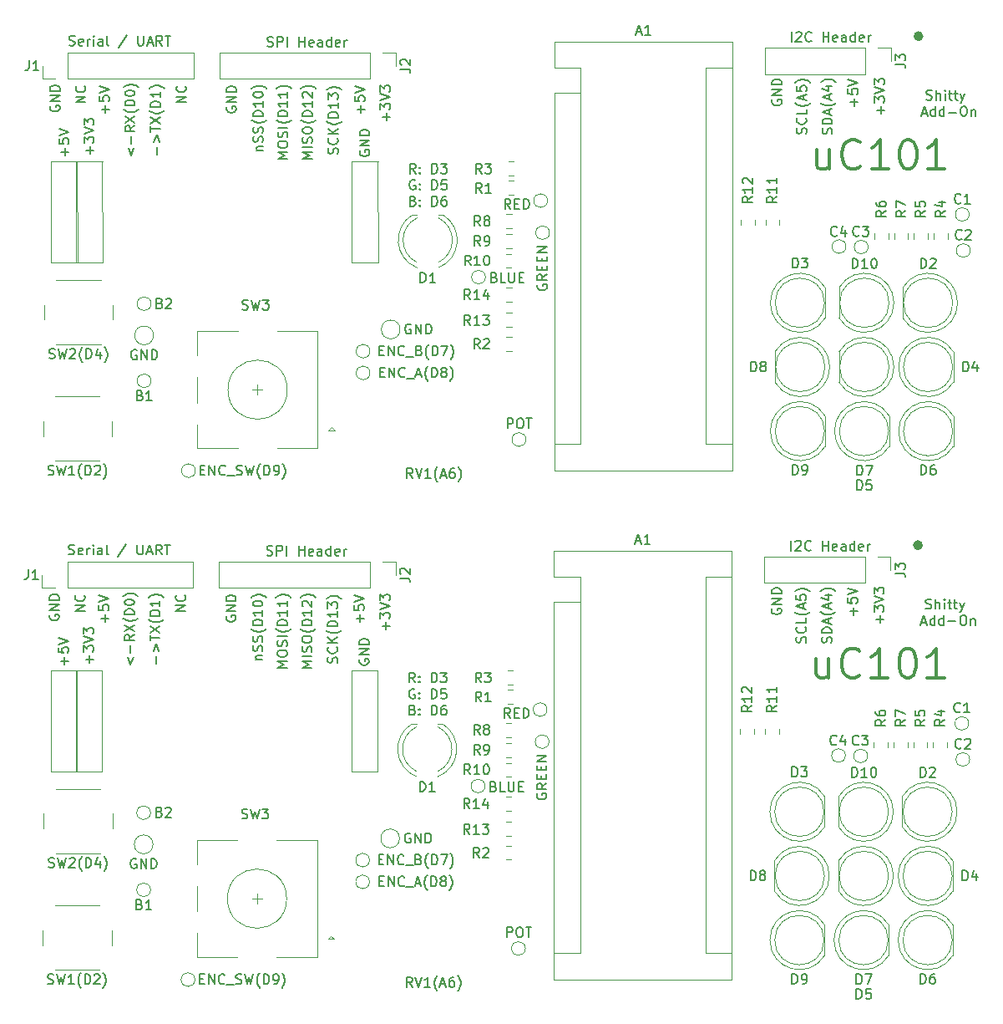
<source format=gto>
G04 #@! TF.GenerationSoftware,KiCad,Pcbnew,(5.1.0)-1*
G04 #@! TF.CreationDate,2019-04-19T10:40:07+10:00*
G04 #@! TF.ProjectId,output.uc101panel,6f757470-7574-42e7-9563-31303170616e,rev?*
G04 #@! TF.SameCoordinates,Original*
G04 #@! TF.FileFunction,Legend,Top*
G04 #@! TF.FilePolarity,Positive*
%FSLAX46Y46*%
G04 Gerber Fmt 4.6, Leading zero omitted, Abs format (unit mm)*
G04 Created by KiCad (PCBNEW (5.1.0)-1) date 2019-04-19 10:40:07*
%MOMM*%
%LPD*%
G04 APERTURE LIST*
%ADD10C,0.150000*%
%ADD11C,0.200000*%
%ADD12C,0.300000*%
%ADD13C,0.120000*%
%ADD14C,0.500000*%
G04 APERTURE END LIST*
D10*
X137171428Y-111411904D02*
X137171428Y-110650000D01*
X137552380Y-111030952D02*
X136790476Y-111030952D01*
X136552380Y-110269047D02*
X136552380Y-109650000D01*
X136933333Y-109983333D01*
X136933333Y-109840476D01*
X136980952Y-109745238D01*
X137028571Y-109697619D01*
X137123809Y-109650000D01*
X137361904Y-109650000D01*
X137457142Y-109697619D01*
X137504761Y-109745238D01*
X137552380Y-109840476D01*
X137552380Y-110126190D01*
X137504761Y-110221428D01*
X137457142Y-110269047D01*
X136552380Y-109364285D02*
X137552380Y-109030952D01*
X136552380Y-108697619D01*
X136552380Y-108459523D02*
X136552380Y-107840476D01*
X136933333Y-108173809D01*
X136933333Y-108030952D01*
X136980952Y-107935714D01*
X137028571Y-107888095D01*
X137123809Y-107840476D01*
X137361904Y-107840476D01*
X137457142Y-107888095D01*
X137504761Y-107935714D01*
X137552380Y-108030952D01*
X137552380Y-108316666D01*
X137504761Y-108411904D01*
X137457142Y-108459523D01*
X116852380Y-109535714D02*
X115852380Y-109535714D01*
X116852380Y-108964285D01*
X115852380Y-108964285D01*
X116757142Y-107916666D02*
X116804761Y-107964285D01*
X116852380Y-108107142D01*
X116852380Y-108202380D01*
X116804761Y-108345238D01*
X116709523Y-108440476D01*
X116614285Y-108488095D01*
X116423809Y-108535714D01*
X116280952Y-108535714D01*
X116090476Y-108488095D01*
X115995238Y-108440476D01*
X115900000Y-108345238D01*
X115852380Y-108202380D01*
X115852380Y-108107142D01*
X115900000Y-107964285D01*
X115947619Y-107916666D01*
X106652380Y-109535714D02*
X105652380Y-109535714D01*
X106652380Y-108964285D01*
X105652380Y-108964285D01*
X106557142Y-107916666D02*
X106604761Y-107964285D01*
X106652380Y-108107142D01*
X106652380Y-108202380D01*
X106604761Y-108345238D01*
X106509523Y-108440476D01*
X106414285Y-108488095D01*
X106223809Y-108535714D01*
X106080952Y-108535714D01*
X105890476Y-108488095D01*
X105795238Y-108440476D01*
X105700000Y-108345238D01*
X105652380Y-108202380D01*
X105652380Y-108107142D01*
X105700000Y-107964285D01*
X105747619Y-107916666D01*
X187271428Y-110711904D02*
X187271428Y-109950000D01*
X187652380Y-110330952D02*
X186890476Y-110330952D01*
X186652380Y-109569047D02*
X186652380Y-108950000D01*
X187033333Y-109283333D01*
X187033333Y-109140476D01*
X187080952Y-109045238D01*
X187128571Y-108997619D01*
X187223809Y-108950000D01*
X187461904Y-108950000D01*
X187557142Y-108997619D01*
X187604761Y-109045238D01*
X187652380Y-109140476D01*
X187652380Y-109426190D01*
X187604761Y-109521428D01*
X187557142Y-109569047D01*
X186652380Y-108664285D02*
X187652380Y-108330952D01*
X186652380Y-107997619D01*
X186652380Y-107759523D02*
X186652380Y-107140476D01*
X187033333Y-107473809D01*
X187033333Y-107330952D01*
X187080952Y-107235714D01*
X187128571Y-107188095D01*
X187223809Y-107140476D01*
X187461904Y-107140476D01*
X187557142Y-107188095D01*
X187604761Y-107235714D01*
X187652380Y-107330952D01*
X187652380Y-107616666D01*
X187604761Y-107711904D01*
X187557142Y-107759523D01*
X140114285Y-116752380D02*
X139780952Y-116276190D01*
X139542857Y-116752380D02*
X139542857Y-115752380D01*
X139923809Y-115752380D01*
X140019047Y-115800000D01*
X140066666Y-115847619D01*
X140114285Y-115942857D01*
X140114285Y-116085714D01*
X140066666Y-116180952D01*
X140019047Y-116228571D01*
X139923809Y-116276190D01*
X139542857Y-116276190D01*
X140542857Y-116657142D02*
X140590476Y-116704761D01*
X140542857Y-116752380D01*
X140495238Y-116704761D01*
X140542857Y-116657142D01*
X140542857Y-116752380D01*
X140542857Y-116133333D02*
X140590476Y-116180952D01*
X140542857Y-116228571D01*
X140495238Y-116180952D01*
X140542857Y-116133333D01*
X140542857Y-116228571D01*
X141780952Y-116752380D02*
X141780952Y-115752380D01*
X142019047Y-115752380D01*
X142161904Y-115800000D01*
X142257142Y-115895238D01*
X142304761Y-115990476D01*
X142352380Y-116180952D01*
X142352380Y-116323809D01*
X142304761Y-116514285D01*
X142257142Y-116609523D01*
X142161904Y-116704761D01*
X142019047Y-116752380D01*
X141780952Y-116752380D01*
X142685714Y-115752380D02*
X143304761Y-115752380D01*
X142971428Y-116133333D01*
X143114285Y-116133333D01*
X143209523Y-116180952D01*
X143257142Y-116228571D01*
X143304761Y-116323809D01*
X143304761Y-116561904D01*
X143257142Y-116657142D01*
X143209523Y-116704761D01*
X143114285Y-116752380D01*
X142828571Y-116752380D01*
X142733333Y-116704761D01*
X142685714Y-116657142D01*
X140066666Y-117450000D02*
X139971428Y-117402380D01*
X139828571Y-117402380D01*
X139685714Y-117450000D01*
X139590476Y-117545238D01*
X139542857Y-117640476D01*
X139495238Y-117830952D01*
X139495238Y-117973809D01*
X139542857Y-118164285D01*
X139590476Y-118259523D01*
X139685714Y-118354761D01*
X139828571Y-118402380D01*
X139923809Y-118402380D01*
X140066666Y-118354761D01*
X140114285Y-118307142D01*
X140114285Y-117973809D01*
X139923809Y-117973809D01*
X140542857Y-118307142D02*
X140590476Y-118354761D01*
X140542857Y-118402380D01*
X140495238Y-118354761D01*
X140542857Y-118307142D01*
X140542857Y-118402380D01*
X140542857Y-117783333D02*
X140590476Y-117830952D01*
X140542857Y-117878571D01*
X140495238Y-117830952D01*
X140542857Y-117783333D01*
X140542857Y-117878571D01*
X141780952Y-118402380D02*
X141780952Y-117402380D01*
X142019047Y-117402380D01*
X142161904Y-117450000D01*
X142257142Y-117545238D01*
X142304761Y-117640476D01*
X142352380Y-117830952D01*
X142352380Y-117973809D01*
X142304761Y-118164285D01*
X142257142Y-118259523D01*
X142161904Y-118354761D01*
X142019047Y-118402380D01*
X141780952Y-118402380D01*
X143257142Y-117402380D02*
X142780952Y-117402380D01*
X142733333Y-117878571D01*
X142780952Y-117830952D01*
X142876190Y-117783333D01*
X143114285Y-117783333D01*
X143209523Y-117830952D01*
X143257142Y-117878571D01*
X143304761Y-117973809D01*
X143304761Y-118211904D01*
X143257142Y-118307142D01*
X143209523Y-118354761D01*
X143114285Y-118402380D01*
X142876190Y-118402380D01*
X142780952Y-118354761D01*
X142733333Y-118307142D01*
X139876190Y-119528571D02*
X140019047Y-119576190D01*
X140066666Y-119623809D01*
X140114285Y-119719047D01*
X140114285Y-119861904D01*
X140066666Y-119957142D01*
X140019047Y-120004761D01*
X139923809Y-120052380D01*
X139542857Y-120052380D01*
X139542857Y-119052380D01*
X139876190Y-119052380D01*
X139971428Y-119100000D01*
X140019047Y-119147619D01*
X140066666Y-119242857D01*
X140066666Y-119338095D01*
X140019047Y-119433333D01*
X139971428Y-119480952D01*
X139876190Y-119528571D01*
X139542857Y-119528571D01*
X140542857Y-119957142D02*
X140590476Y-120004761D01*
X140542857Y-120052380D01*
X140495238Y-120004761D01*
X140542857Y-119957142D01*
X140542857Y-120052380D01*
X140542857Y-119433333D02*
X140590476Y-119480952D01*
X140542857Y-119528571D01*
X140495238Y-119480952D01*
X140542857Y-119433333D01*
X140542857Y-119528571D01*
X141780952Y-120052380D02*
X141780952Y-119052380D01*
X142019047Y-119052380D01*
X142161904Y-119100000D01*
X142257142Y-119195238D01*
X142304761Y-119290476D01*
X142352380Y-119480952D01*
X142352380Y-119623809D01*
X142304761Y-119814285D01*
X142257142Y-119909523D01*
X142161904Y-120004761D01*
X142019047Y-120052380D01*
X141780952Y-120052380D01*
X143209523Y-119052380D02*
X143019047Y-119052380D01*
X142923809Y-119100000D01*
X142876190Y-119147619D01*
X142780952Y-119290476D01*
X142733333Y-119480952D01*
X142733333Y-119861904D01*
X142780952Y-119957142D01*
X142828571Y-120004761D01*
X142923809Y-120052380D01*
X143114285Y-120052380D01*
X143209523Y-120004761D01*
X143257142Y-119957142D01*
X143304761Y-119861904D01*
X143304761Y-119623809D01*
X143257142Y-119528571D01*
X143209523Y-119480952D01*
X143114285Y-119433333D01*
X142923809Y-119433333D01*
X142828571Y-119480952D01*
X142780952Y-119528571D01*
X142733333Y-119623809D01*
D11*
X107121428Y-114786904D02*
X107121428Y-114025000D01*
X107502380Y-114405952D02*
X106740476Y-114405952D01*
X106502380Y-113644047D02*
X106502380Y-113025000D01*
X106883333Y-113358333D01*
X106883333Y-113215476D01*
X106930952Y-113120238D01*
X106978571Y-113072619D01*
X107073809Y-113025000D01*
X107311904Y-113025000D01*
X107407142Y-113072619D01*
X107454761Y-113120238D01*
X107502380Y-113215476D01*
X107502380Y-113501190D01*
X107454761Y-113596428D01*
X107407142Y-113644047D01*
X106502380Y-112739285D02*
X107502380Y-112405952D01*
X106502380Y-112072619D01*
X106502380Y-111834523D02*
X106502380Y-111215476D01*
X106883333Y-111548809D01*
X106883333Y-111405952D01*
X106930952Y-111310714D01*
X106978571Y-111263095D01*
X107073809Y-111215476D01*
X107311904Y-111215476D01*
X107407142Y-111263095D01*
X107454761Y-111310714D01*
X107502380Y-111405952D01*
X107502380Y-111691666D01*
X107454761Y-111786904D01*
X107407142Y-111834523D01*
X134490000Y-114421904D02*
X134442380Y-114517142D01*
X134442380Y-114660000D01*
X134490000Y-114802857D01*
X134585238Y-114898095D01*
X134680476Y-114945714D01*
X134870952Y-114993333D01*
X135013809Y-114993333D01*
X135204285Y-114945714D01*
X135299523Y-114898095D01*
X135394761Y-114802857D01*
X135442380Y-114660000D01*
X135442380Y-114564761D01*
X135394761Y-114421904D01*
X135347142Y-114374285D01*
X135013809Y-114374285D01*
X135013809Y-114564761D01*
X135442380Y-113945714D02*
X134442380Y-113945714D01*
X135442380Y-113374285D01*
X134442380Y-113374285D01*
X135442380Y-112898095D02*
X134442380Y-112898095D01*
X134442380Y-112660000D01*
X134490000Y-112517142D01*
X134585238Y-112421904D01*
X134680476Y-112374285D01*
X134870952Y-112326666D01*
X135013809Y-112326666D01*
X135204285Y-112374285D01*
X135299523Y-112421904D01*
X135394761Y-112517142D01*
X135442380Y-112660000D01*
X135442380Y-112898095D01*
X104581428Y-114945714D02*
X104581428Y-114183809D01*
X104962380Y-114564761D02*
X104200476Y-114564761D01*
X103962380Y-113231428D02*
X103962380Y-113707619D01*
X104438571Y-113755238D01*
X104390952Y-113707619D01*
X104343333Y-113612380D01*
X104343333Y-113374285D01*
X104390952Y-113279047D01*
X104438571Y-113231428D01*
X104533809Y-113183809D01*
X104771904Y-113183809D01*
X104867142Y-113231428D01*
X104914761Y-113279047D01*
X104962380Y-113374285D01*
X104962380Y-113612380D01*
X104914761Y-113707619D01*
X104867142Y-113755238D01*
X103962380Y-112898095D02*
X104962380Y-112564761D01*
X103962380Y-112231428D01*
D12*
X182057142Y-114307142D02*
X182057142Y-116307142D01*
X180771428Y-114307142D02*
X180771428Y-115878571D01*
X180914285Y-116164285D01*
X181200000Y-116307142D01*
X181628571Y-116307142D01*
X181914285Y-116164285D01*
X182057142Y-116021428D01*
X185200000Y-116021428D02*
X185057142Y-116164285D01*
X184628571Y-116307142D01*
X184342857Y-116307142D01*
X183914285Y-116164285D01*
X183628571Y-115878571D01*
X183485714Y-115592857D01*
X183342857Y-115021428D01*
X183342857Y-114592857D01*
X183485714Y-114021428D01*
X183628571Y-113735714D01*
X183914285Y-113450000D01*
X184342857Y-113307142D01*
X184628571Y-113307142D01*
X185057142Y-113450000D01*
X185200000Y-113592857D01*
X188057142Y-116307142D02*
X186342857Y-116307142D01*
X187200000Y-116307142D02*
X187200000Y-113307142D01*
X186914285Y-113735714D01*
X186628571Y-114021428D01*
X186342857Y-114164285D01*
X189914285Y-113307142D02*
X190200000Y-113307142D01*
X190485714Y-113450000D01*
X190628571Y-113592857D01*
X190771428Y-113878571D01*
X190914285Y-114450000D01*
X190914285Y-115164285D01*
X190771428Y-115735714D01*
X190628571Y-116021428D01*
X190485714Y-116164285D01*
X190200000Y-116307142D01*
X189914285Y-116307142D01*
X189628571Y-116164285D01*
X189485714Y-116021428D01*
X189342857Y-115735714D01*
X189200000Y-115164285D01*
X189200000Y-114450000D01*
X189342857Y-113878571D01*
X189485714Y-113592857D01*
X189628571Y-113450000D01*
X189914285Y-113307142D01*
X193771428Y-116307142D02*
X192057142Y-116307142D01*
X192914285Y-116307142D02*
X192914285Y-113307142D01*
X192628571Y-113735714D01*
X192342857Y-114021428D01*
X192057142Y-114164285D01*
D10*
X191890476Y-109254761D02*
X192033333Y-109302380D01*
X192271428Y-109302380D01*
X192366666Y-109254761D01*
X192414285Y-109207142D01*
X192461904Y-109111904D01*
X192461904Y-109016666D01*
X192414285Y-108921428D01*
X192366666Y-108873809D01*
X192271428Y-108826190D01*
X192080952Y-108778571D01*
X191985714Y-108730952D01*
X191938095Y-108683333D01*
X191890476Y-108588095D01*
X191890476Y-108492857D01*
X191938095Y-108397619D01*
X191985714Y-108350000D01*
X192080952Y-108302380D01*
X192319047Y-108302380D01*
X192461904Y-108350000D01*
X192890476Y-109302380D02*
X192890476Y-108302380D01*
X193319047Y-109302380D02*
X193319047Y-108778571D01*
X193271428Y-108683333D01*
X193176190Y-108635714D01*
X193033333Y-108635714D01*
X192938095Y-108683333D01*
X192890476Y-108730952D01*
X193795238Y-109302380D02*
X193795238Y-108635714D01*
X193795238Y-108302380D02*
X193747619Y-108350000D01*
X193795238Y-108397619D01*
X193842857Y-108350000D01*
X193795238Y-108302380D01*
X193795238Y-108397619D01*
X194128571Y-108635714D02*
X194509523Y-108635714D01*
X194271428Y-108302380D02*
X194271428Y-109159523D01*
X194319047Y-109254761D01*
X194414285Y-109302380D01*
X194509523Y-109302380D01*
X194700000Y-108635714D02*
X195080952Y-108635714D01*
X194842857Y-108302380D02*
X194842857Y-109159523D01*
X194890476Y-109254761D01*
X194985714Y-109302380D01*
X195080952Y-109302380D01*
X195319047Y-108635714D02*
X195557142Y-109302380D01*
X195795238Y-108635714D02*
X195557142Y-109302380D01*
X195461904Y-109540476D01*
X195414285Y-109588095D01*
X195319047Y-109635714D01*
X191461904Y-110666666D02*
X191938095Y-110666666D01*
X191366666Y-110952380D02*
X191700000Y-109952380D01*
X192033333Y-110952380D01*
X192795238Y-110952380D02*
X192795238Y-109952380D01*
X192795238Y-110904761D02*
X192700000Y-110952380D01*
X192509523Y-110952380D01*
X192414285Y-110904761D01*
X192366666Y-110857142D01*
X192319047Y-110761904D01*
X192319047Y-110476190D01*
X192366666Y-110380952D01*
X192414285Y-110333333D01*
X192509523Y-110285714D01*
X192700000Y-110285714D01*
X192795238Y-110333333D01*
X193700000Y-110952380D02*
X193700000Y-109952380D01*
X193700000Y-110904761D02*
X193604761Y-110952380D01*
X193414285Y-110952380D01*
X193319047Y-110904761D01*
X193271428Y-110857142D01*
X193223809Y-110761904D01*
X193223809Y-110476190D01*
X193271428Y-110380952D01*
X193319047Y-110333333D01*
X193414285Y-110285714D01*
X193604761Y-110285714D01*
X193700000Y-110333333D01*
X194176190Y-110571428D02*
X194938095Y-110571428D01*
X195604761Y-109952380D02*
X195795238Y-109952380D01*
X195890476Y-110000000D01*
X195985714Y-110095238D01*
X196033333Y-110285714D01*
X196033333Y-110619047D01*
X195985714Y-110809523D01*
X195890476Y-110904761D01*
X195795238Y-110952380D01*
X195604761Y-110952380D01*
X195509523Y-110904761D01*
X195414285Y-110809523D01*
X195366666Y-110619047D01*
X195366666Y-110285714D01*
X195414285Y-110095238D01*
X195509523Y-110000000D01*
X195604761Y-109952380D01*
X196461904Y-110285714D02*
X196461904Y-110952380D01*
X196461904Y-110380952D02*
X196509523Y-110333333D01*
X196604761Y-110285714D01*
X196747619Y-110285714D01*
X196842857Y-110333333D01*
X196890476Y-110428571D01*
X196890476Y-110952380D01*
X182304761Y-112735714D02*
X182352380Y-112592857D01*
X182352380Y-112354761D01*
X182304761Y-112259523D01*
X182257142Y-112211904D01*
X182161904Y-112164285D01*
X182066666Y-112164285D01*
X181971428Y-112211904D01*
X181923809Y-112259523D01*
X181876190Y-112354761D01*
X181828571Y-112545238D01*
X181780952Y-112640476D01*
X181733333Y-112688095D01*
X181638095Y-112735714D01*
X181542857Y-112735714D01*
X181447619Y-112688095D01*
X181400000Y-112640476D01*
X181352380Y-112545238D01*
X181352380Y-112307142D01*
X181400000Y-112164285D01*
X182352380Y-111735714D02*
X181352380Y-111735714D01*
X181352380Y-111497619D01*
X181400000Y-111354761D01*
X181495238Y-111259523D01*
X181590476Y-111211904D01*
X181780952Y-111164285D01*
X181923809Y-111164285D01*
X182114285Y-111211904D01*
X182209523Y-111259523D01*
X182304761Y-111354761D01*
X182352380Y-111497619D01*
X182352380Y-111735714D01*
X182066666Y-110783333D02*
X182066666Y-110307142D01*
X182352380Y-110878571D02*
X181352380Y-110545238D01*
X182352380Y-110211904D01*
X182733333Y-109592857D02*
X182685714Y-109640476D01*
X182542857Y-109735714D01*
X182447619Y-109783333D01*
X182304761Y-109830952D01*
X182066666Y-109878571D01*
X181876190Y-109878571D01*
X181638095Y-109830952D01*
X181495238Y-109783333D01*
X181400000Y-109735714D01*
X181257142Y-109640476D01*
X181209523Y-109592857D01*
X182066666Y-109259523D02*
X182066666Y-108783333D01*
X182352380Y-109354761D02*
X181352380Y-109021428D01*
X182352380Y-108688095D01*
X181685714Y-107926190D02*
X182352380Y-107926190D01*
X181304761Y-108164285D02*
X182019047Y-108402380D01*
X182019047Y-107783333D01*
X182733333Y-107497619D02*
X182685714Y-107450000D01*
X182542857Y-107354761D01*
X182447619Y-107307142D01*
X182304761Y-107259523D01*
X182066666Y-107211904D01*
X181876190Y-107211904D01*
X181638095Y-107259523D01*
X181495238Y-107307142D01*
X181400000Y-107354761D01*
X181257142Y-107450000D01*
X181209523Y-107497619D01*
X179704761Y-112711904D02*
X179752380Y-112569047D01*
X179752380Y-112330952D01*
X179704761Y-112235714D01*
X179657142Y-112188095D01*
X179561904Y-112140476D01*
X179466666Y-112140476D01*
X179371428Y-112188095D01*
X179323809Y-112235714D01*
X179276190Y-112330952D01*
X179228571Y-112521428D01*
X179180952Y-112616666D01*
X179133333Y-112664285D01*
X179038095Y-112711904D01*
X178942857Y-112711904D01*
X178847619Y-112664285D01*
X178800000Y-112616666D01*
X178752380Y-112521428D01*
X178752380Y-112283333D01*
X178800000Y-112140476D01*
X179657142Y-111140476D02*
X179704761Y-111188095D01*
X179752380Y-111330952D01*
X179752380Y-111426190D01*
X179704761Y-111569047D01*
X179609523Y-111664285D01*
X179514285Y-111711904D01*
X179323809Y-111759523D01*
X179180952Y-111759523D01*
X178990476Y-111711904D01*
X178895238Y-111664285D01*
X178800000Y-111569047D01*
X178752380Y-111426190D01*
X178752380Y-111330952D01*
X178800000Y-111188095D01*
X178847619Y-111140476D01*
X179752380Y-110235714D02*
X179752380Y-110711904D01*
X178752380Y-110711904D01*
X180133333Y-109616666D02*
X180085714Y-109664285D01*
X179942857Y-109759523D01*
X179847619Y-109807142D01*
X179704761Y-109854761D01*
X179466666Y-109902380D01*
X179276190Y-109902380D01*
X179038095Y-109854761D01*
X178895238Y-109807142D01*
X178800000Y-109759523D01*
X178657142Y-109664285D01*
X178609523Y-109616666D01*
X179466666Y-109283333D02*
X179466666Y-108807142D01*
X179752380Y-109378571D02*
X178752380Y-109045238D01*
X179752380Y-108711904D01*
X178752380Y-107902380D02*
X178752380Y-108378571D01*
X179228571Y-108426190D01*
X179180952Y-108378571D01*
X179133333Y-108283333D01*
X179133333Y-108045238D01*
X179180952Y-107950000D01*
X179228571Y-107902380D01*
X179323809Y-107854761D01*
X179561904Y-107854761D01*
X179657142Y-107902380D01*
X179704761Y-107950000D01*
X179752380Y-108045238D01*
X179752380Y-108283333D01*
X179704761Y-108378571D01*
X179657142Y-108426190D01*
X180133333Y-107521428D02*
X180085714Y-107473809D01*
X179942857Y-107378571D01*
X179847619Y-107330952D01*
X179704761Y-107283333D01*
X179466666Y-107235714D01*
X179276190Y-107235714D01*
X179038095Y-107283333D01*
X178895238Y-107330952D01*
X178800000Y-107378571D01*
X178657142Y-107473809D01*
X178609523Y-107521428D01*
X176300000Y-109286904D02*
X176252380Y-109382142D01*
X176252380Y-109525000D01*
X176300000Y-109667857D01*
X176395238Y-109763095D01*
X176490476Y-109810714D01*
X176680952Y-109858333D01*
X176823809Y-109858333D01*
X177014285Y-109810714D01*
X177109523Y-109763095D01*
X177204761Y-109667857D01*
X177252380Y-109525000D01*
X177252380Y-109429761D01*
X177204761Y-109286904D01*
X177157142Y-109239285D01*
X176823809Y-109239285D01*
X176823809Y-109429761D01*
X177252380Y-108810714D02*
X176252380Y-108810714D01*
X177252380Y-108239285D01*
X176252380Y-108239285D01*
X177252380Y-107763095D02*
X176252380Y-107763095D01*
X176252380Y-107525000D01*
X176300000Y-107382142D01*
X176395238Y-107286904D01*
X176490476Y-107239285D01*
X176680952Y-107191666D01*
X176823809Y-107191666D01*
X177014285Y-107239285D01*
X177109523Y-107286904D01*
X177204761Y-107382142D01*
X177252380Y-107525000D01*
X177252380Y-107763095D01*
X103100000Y-109911904D02*
X103052380Y-110007142D01*
X103052380Y-110150000D01*
X103100000Y-110292857D01*
X103195238Y-110388095D01*
X103290476Y-110435714D01*
X103480952Y-110483333D01*
X103623809Y-110483333D01*
X103814285Y-110435714D01*
X103909523Y-110388095D01*
X104004761Y-110292857D01*
X104052380Y-110150000D01*
X104052380Y-110054761D01*
X104004761Y-109911904D01*
X103957142Y-109864285D01*
X103623809Y-109864285D01*
X103623809Y-110054761D01*
X104052380Y-109435714D02*
X103052380Y-109435714D01*
X104052380Y-108864285D01*
X103052380Y-108864285D01*
X104052380Y-108388095D02*
X103052380Y-108388095D01*
X103052380Y-108150000D01*
X103100000Y-108007142D01*
X103195238Y-107911904D01*
X103290476Y-107864285D01*
X103480952Y-107816666D01*
X103623809Y-107816666D01*
X103814285Y-107864285D01*
X103909523Y-107911904D01*
X104004761Y-108007142D01*
X104052380Y-108150000D01*
X104052380Y-108388095D01*
X121000000Y-110011904D02*
X120952380Y-110107142D01*
X120952380Y-110250000D01*
X121000000Y-110392857D01*
X121095238Y-110488095D01*
X121190476Y-110535714D01*
X121380952Y-110583333D01*
X121523809Y-110583333D01*
X121714285Y-110535714D01*
X121809523Y-110488095D01*
X121904761Y-110392857D01*
X121952380Y-110250000D01*
X121952380Y-110154761D01*
X121904761Y-110011904D01*
X121857142Y-109964285D01*
X121523809Y-109964285D01*
X121523809Y-110154761D01*
X121952380Y-109535714D02*
X120952380Y-109535714D01*
X121952380Y-108964285D01*
X120952380Y-108964285D01*
X121952380Y-108488095D02*
X120952380Y-108488095D01*
X120952380Y-108250000D01*
X121000000Y-108107142D01*
X121095238Y-108011904D01*
X121190476Y-107964285D01*
X121380952Y-107916666D01*
X121523809Y-107916666D01*
X121714285Y-107964285D01*
X121809523Y-108011904D01*
X121904761Y-108107142D01*
X121952380Y-108250000D01*
X121952380Y-108488095D01*
X184571428Y-109910714D02*
X184571428Y-109148809D01*
X184952380Y-109529761D02*
X184190476Y-109529761D01*
X183952380Y-108196428D02*
X183952380Y-108672619D01*
X184428571Y-108720238D01*
X184380952Y-108672619D01*
X184333333Y-108577380D01*
X184333333Y-108339285D01*
X184380952Y-108244047D01*
X184428571Y-108196428D01*
X184523809Y-108148809D01*
X184761904Y-108148809D01*
X184857142Y-108196428D01*
X184904761Y-108244047D01*
X184952380Y-108339285D01*
X184952380Y-108577380D01*
X184904761Y-108672619D01*
X184857142Y-108720238D01*
X183952380Y-107863095D02*
X184952380Y-107529761D01*
X183952380Y-107196428D01*
X134571428Y-110635714D02*
X134571428Y-109873809D01*
X134952380Y-110254761D02*
X134190476Y-110254761D01*
X133952380Y-108921428D02*
X133952380Y-109397619D01*
X134428571Y-109445238D01*
X134380952Y-109397619D01*
X134333333Y-109302380D01*
X134333333Y-109064285D01*
X134380952Y-108969047D01*
X134428571Y-108921428D01*
X134523809Y-108873809D01*
X134761904Y-108873809D01*
X134857142Y-108921428D01*
X134904761Y-108969047D01*
X134952380Y-109064285D01*
X134952380Y-109302380D01*
X134904761Y-109397619D01*
X134857142Y-109445238D01*
X133952380Y-108588095D02*
X134952380Y-108254761D01*
X133952380Y-107921428D01*
X108671428Y-110635714D02*
X108671428Y-109873809D01*
X109052380Y-110254761D02*
X108290476Y-110254761D01*
X108052380Y-108921428D02*
X108052380Y-109397619D01*
X108528571Y-109445238D01*
X108480952Y-109397619D01*
X108433333Y-109302380D01*
X108433333Y-109064285D01*
X108480952Y-108969047D01*
X108528571Y-108921428D01*
X108623809Y-108873809D01*
X108861904Y-108873809D01*
X108957142Y-108921428D01*
X109004761Y-108969047D01*
X109052380Y-109064285D01*
X109052380Y-109302380D01*
X109004761Y-109397619D01*
X108957142Y-109445238D01*
X108052380Y-108588095D02*
X109052380Y-108254761D01*
X108052380Y-107921428D01*
X132204761Y-114754761D02*
X132252380Y-114611904D01*
X132252380Y-114373809D01*
X132204761Y-114278571D01*
X132157142Y-114230952D01*
X132061904Y-114183333D01*
X131966666Y-114183333D01*
X131871428Y-114230952D01*
X131823809Y-114278571D01*
X131776190Y-114373809D01*
X131728571Y-114564285D01*
X131680952Y-114659523D01*
X131633333Y-114707142D01*
X131538095Y-114754761D01*
X131442857Y-114754761D01*
X131347619Y-114707142D01*
X131300000Y-114659523D01*
X131252380Y-114564285D01*
X131252380Y-114326190D01*
X131300000Y-114183333D01*
X132157142Y-113183333D02*
X132204761Y-113230952D01*
X132252380Y-113373809D01*
X132252380Y-113469047D01*
X132204761Y-113611904D01*
X132109523Y-113707142D01*
X132014285Y-113754761D01*
X131823809Y-113802380D01*
X131680952Y-113802380D01*
X131490476Y-113754761D01*
X131395238Y-113707142D01*
X131300000Y-113611904D01*
X131252380Y-113469047D01*
X131252380Y-113373809D01*
X131300000Y-113230952D01*
X131347619Y-113183333D01*
X132252380Y-112754761D02*
X131252380Y-112754761D01*
X132252380Y-112183333D02*
X131680952Y-112611904D01*
X131252380Y-112183333D02*
X131823809Y-112754761D01*
X132633333Y-111469047D02*
X132585714Y-111516666D01*
X132442857Y-111611904D01*
X132347619Y-111659523D01*
X132204761Y-111707142D01*
X131966666Y-111754761D01*
X131776190Y-111754761D01*
X131538095Y-111707142D01*
X131395238Y-111659523D01*
X131300000Y-111611904D01*
X131157142Y-111516666D01*
X131109523Y-111469047D01*
X132252380Y-111088095D02*
X131252380Y-111088095D01*
X131252380Y-110850000D01*
X131300000Y-110707142D01*
X131395238Y-110611904D01*
X131490476Y-110564285D01*
X131680952Y-110516666D01*
X131823809Y-110516666D01*
X132014285Y-110564285D01*
X132109523Y-110611904D01*
X132204761Y-110707142D01*
X132252380Y-110850000D01*
X132252380Y-111088095D01*
X132252380Y-109564285D02*
X132252380Y-110135714D01*
X132252380Y-109850000D02*
X131252380Y-109850000D01*
X131395238Y-109945238D01*
X131490476Y-110040476D01*
X131538095Y-110135714D01*
X131252380Y-109230952D02*
X131252380Y-108611904D01*
X131633333Y-108945238D01*
X131633333Y-108802380D01*
X131680952Y-108707142D01*
X131728571Y-108659523D01*
X131823809Y-108611904D01*
X132061904Y-108611904D01*
X132157142Y-108659523D01*
X132204761Y-108707142D01*
X132252380Y-108802380D01*
X132252380Y-109088095D01*
X132204761Y-109183333D01*
X132157142Y-109230952D01*
X132633333Y-108278571D02*
X132585714Y-108230952D01*
X132442857Y-108135714D01*
X132347619Y-108088095D01*
X132204761Y-108040476D01*
X131966666Y-107992857D01*
X131776190Y-107992857D01*
X131538095Y-108040476D01*
X131395238Y-108088095D01*
X131300000Y-108135714D01*
X131157142Y-108230952D01*
X131109523Y-108278571D01*
X129652380Y-115240476D02*
X128652380Y-115240476D01*
X129366666Y-114907142D01*
X128652380Y-114573809D01*
X129652380Y-114573809D01*
X129652380Y-114097619D02*
X128652380Y-114097619D01*
X129604761Y-113669047D02*
X129652380Y-113526190D01*
X129652380Y-113288095D01*
X129604761Y-113192857D01*
X129557142Y-113145238D01*
X129461904Y-113097619D01*
X129366666Y-113097619D01*
X129271428Y-113145238D01*
X129223809Y-113192857D01*
X129176190Y-113288095D01*
X129128571Y-113478571D01*
X129080952Y-113573809D01*
X129033333Y-113621428D01*
X128938095Y-113669047D01*
X128842857Y-113669047D01*
X128747619Y-113621428D01*
X128700000Y-113573809D01*
X128652380Y-113478571D01*
X128652380Y-113240476D01*
X128700000Y-113097619D01*
X128652380Y-112478571D02*
X128652380Y-112288095D01*
X128700000Y-112192857D01*
X128795238Y-112097619D01*
X128985714Y-112050000D01*
X129319047Y-112050000D01*
X129509523Y-112097619D01*
X129604761Y-112192857D01*
X129652380Y-112288095D01*
X129652380Y-112478571D01*
X129604761Y-112573809D01*
X129509523Y-112669047D01*
X129319047Y-112716666D01*
X128985714Y-112716666D01*
X128795238Y-112669047D01*
X128700000Y-112573809D01*
X128652380Y-112478571D01*
X130033333Y-111335714D02*
X129985714Y-111383333D01*
X129842857Y-111478571D01*
X129747619Y-111526190D01*
X129604761Y-111573809D01*
X129366666Y-111621428D01*
X129176190Y-111621428D01*
X128938095Y-111573809D01*
X128795238Y-111526190D01*
X128700000Y-111478571D01*
X128557142Y-111383333D01*
X128509523Y-111335714D01*
X129652380Y-110954761D02*
X128652380Y-110954761D01*
X128652380Y-110716666D01*
X128700000Y-110573809D01*
X128795238Y-110478571D01*
X128890476Y-110430952D01*
X129080952Y-110383333D01*
X129223809Y-110383333D01*
X129414285Y-110430952D01*
X129509523Y-110478571D01*
X129604761Y-110573809D01*
X129652380Y-110716666D01*
X129652380Y-110954761D01*
X129652380Y-109430952D02*
X129652380Y-110002380D01*
X129652380Y-109716666D02*
X128652380Y-109716666D01*
X128795238Y-109811904D01*
X128890476Y-109907142D01*
X128938095Y-110002380D01*
X128747619Y-109050000D02*
X128700000Y-109002380D01*
X128652380Y-108907142D01*
X128652380Y-108669047D01*
X128700000Y-108573809D01*
X128747619Y-108526190D01*
X128842857Y-108478571D01*
X128938095Y-108478571D01*
X129080952Y-108526190D01*
X129652380Y-109097619D01*
X129652380Y-108478571D01*
X130033333Y-108145238D02*
X129985714Y-108097619D01*
X129842857Y-108002380D01*
X129747619Y-107954761D01*
X129604761Y-107907142D01*
X129366666Y-107859523D01*
X129176190Y-107859523D01*
X128938095Y-107907142D01*
X128795238Y-107954761D01*
X128700000Y-108002380D01*
X128557142Y-108097619D01*
X128509523Y-108145238D01*
X127152380Y-115240476D02*
X126152380Y-115240476D01*
X126866666Y-114907142D01*
X126152380Y-114573809D01*
X127152380Y-114573809D01*
X126152380Y-113907142D02*
X126152380Y-113716666D01*
X126200000Y-113621428D01*
X126295238Y-113526190D01*
X126485714Y-113478571D01*
X126819047Y-113478571D01*
X127009523Y-113526190D01*
X127104761Y-113621428D01*
X127152380Y-113716666D01*
X127152380Y-113907142D01*
X127104761Y-114002380D01*
X127009523Y-114097619D01*
X126819047Y-114145238D01*
X126485714Y-114145238D01*
X126295238Y-114097619D01*
X126200000Y-114002380D01*
X126152380Y-113907142D01*
X127104761Y-113097619D02*
X127152380Y-112954761D01*
X127152380Y-112716666D01*
X127104761Y-112621428D01*
X127057142Y-112573809D01*
X126961904Y-112526190D01*
X126866666Y-112526190D01*
X126771428Y-112573809D01*
X126723809Y-112621428D01*
X126676190Y-112716666D01*
X126628571Y-112907142D01*
X126580952Y-113002380D01*
X126533333Y-113050000D01*
X126438095Y-113097619D01*
X126342857Y-113097619D01*
X126247619Y-113050000D01*
X126200000Y-113002380D01*
X126152380Y-112907142D01*
X126152380Y-112669047D01*
X126200000Y-112526190D01*
X127152380Y-112097619D02*
X126152380Y-112097619D01*
X127533333Y-111335714D02*
X127485714Y-111383333D01*
X127342857Y-111478571D01*
X127247619Y-111526190D01*
X127104761Y-111573809D01*
X126866666Y-111621428D01*
X126676190Y-111621428D01*
X126438095Y-111573809D01*
X126295238Y-111526190D01*
X126200000Y-111478571D01*
X126057142Y-111383333D01*
X126009523Y-111335714D01*
X127152380Y-110954761D02*
X126152380Y-110954761D01*
X126152380Y-110716666D01*
X126200000Y-110573809D01*
X126295238Y-110478571D01*
X126390476Y-110430952D01*
X126580952Y-110383333D01*
X126723809Y-110383333D01*
X126914285Y-110430952D01*
X127009523Y-110478571D01*
X127104761Y-110573809D01*
X127152380Y-110716666D01*
X127152380Y-110954761D01*
X127152380Y-109430952D02*
X127152380Y-110002380D01*
X127152380Y-109716666D02*
X126152380Y-109716666D01*
X126295238Y-109811904D01*
X126390476Y-109907142D01*
X126438095Y-110002380D01*
X127152380Y-108478571D02*
X127152380Y-109050000D01*
X127152380Y-108764285D02*
X126152380Y-108764285D01*
X126295238Y-108859523D01*
X126390476Y-108954761D01*
X126438095Y-109050000D01*
X127533333Y-108145238D02*
X127485714Y-108097619D01*
X127342857Y-108002380D01*
X127247619Y-107954761D01*
X127104761Y-107907142D01*
X126866666Y-107859523D01*
X126676190Y-107859523D01*
X126438095Y-107907142D01*
X126295238Y-107954761D01*
X126200000Y-108002380D01*
X126057142Y-108097619D01*
X126009523Y-108145238D01*
X123985714Y-114435714D02*
X124652380Y-114435714D01*
X124080952Y-114435714D02*
X124033333Y-114388095D01*
X123985714Y-114292857D01*
X123985714Y-114150000D01*
X124033333Y-114054761D01*
X124128571Y-114007142D01*
X124652380Y-114007142D01*
X124604761Y-113578571D02*
X124652380Y-113435714D01*
X124652380Y-113197619D01*
X124604761Y-113102380D01*
X124557142Y-113054761D01*
X124461904Y-113007142D01*
X124366666Y-113007142D01*
X124271428Y-113054761D01*
X124223809Y-113102380D01*
X124176190Y-113197619D01*
X124128571Y-113388095D01*
X124080952Y-113483333D01*
X124033333Y-113530952D01*
X123938095Y-113578571D01*
X123842857Y-113578571D01*
X123747619Y-113530952D01*
X123700000Y-113483333D01*
X123652380Y-113388095D01*
X123652380Y-113150000D01*
X123700000Y-113007142D01*
X124604761Y-112626190D02*
X124652380Y-112483333D01*
X124652380Y-112245238D01*
X124604761Y-112150000D01*
X124557142Y-112102380D01*
X124461904Y-112054761D01*
X124366666Y-112054761D01*
X124271428Y-112102380D01*
X124223809Y-112150000D01*
X124176190Y-112245238D01*
X124128571Y-112435714D01*
X124080952Y-112530952D01*
X124033333Y-112578571D01*
X123938095Y-112626190D01*
X123842857Y-112626190D01*
X123747619Y-112578571D01*
X123700000Y-112530952D01*
X123652380Y-112435714D01*
X123652380Y-112197619D01*
X123700000Y-112054761D01*
X125033333Y-111340476D02*
X124985714Y-111388095D01*
X124842857Y-111483333D01*
X124747619Y-111530952D01*
X124604761Y-111578571D01*
X124366666Y-111626190D01*
X124176190Y-111626190D01*
X123938095Y-111578571D01*
X123795238Y-111530952D01*
X123700000Y-111483333D01*
X123557142Y-111388095D01*
X123509523Y-111340476D01*
X124652380Y-110959523D02*
X123652380Y-110959523D01*
X123652380Y-110721428D01*
X123700000Y-110578571D01*
X123795238Y-110483333D01*
X123890476Y-110435714D01*
X124080952Y-110388095D01*
X124223809Y-110388095D01*
X124414285Y-110435714D01*
X124509523Y-110483333D01*
X124604761Y-110578571D01*
X124652380Y-110721428D01*
X124652380Y-110959523D01*
X124652380Y-109435714D02*
X124652380Y-110007142D01*
X124652380Y-109721428D02*
X123652380Y-109721428D01*
X123795238Y-109816666D01*
X123890476Y-109911904D01*
X123938095Y-110007142D01*
X123652380Y-108816666D02*
X123652380Y-108721428D01*
X123700000Y-108626190D01*
X123747619Y-108578571D01*
X123842857Y-108530952D01*
X124033333Y-108483333D01*
X124271428Y-108483333D01*
X124461904Y-108530952D01*
X124557142Y-108578571D01*
X124604761Y-108626190D01*
X124652380Y-108721428D01*
X124652380Y-108816666D01*
X124604761Y-108911904D01*
X124557142Y-108959523D01*
X124461904Y-109007142D01*
X124271428Y-109054761D01*
X124033333Y-109054761D01*
X123842857Y-109007142D01*
X123747619Y-108959523D01*
X123700000Y-108911904D01*
X123652380Y-108816666D01*
X125033333Y-108150000D02*
X124985714Y-108102380D01*
X124842857Y-108007142D01*
X124747619Y-107959523D01*
X124604761Y-107911904D01*
X124366666Y-107864285D01*
X124176190Y-107864285D01*
X123938095Y-107911904D01*
X123795238Y-107959523D01*
X123700000Y-108007142D01*
X123557142Y-108102380D01*
X123509523Y-108150000D01*
X110985714Y-114207142D02*
X111271428Y-114969047D01*
X111557142Y-114207142D01*
X111271428Y-113730952D02*
X111271428Y-112969047D01*
X111652380Y-111921428D02*
X111176190Y-112254761D01*
X111652380Y-112492857D02*
X110652380Y-112492857D01*
X110652380Y-112111904D01*
X110700000Y-112016666D01*
X110747619Y-111969047D01*
X110842857Y-111921428D01*
X110985714Y-111921428D01*
X111080952Y-111969047D01*
X111128571Y-112016666D01*
X111176190Y-112111904D01*
X111176190Y-112492857D01*
X110652380Y-111588095D02*
X111652380Y-110921428D01*
X110652380Y-110921428D02*
X111652380Y-111588095D01*
X112033333Y-110254761D02*
X111985714Y-110302380D01*
X111842857Y-110397619D01*
X111747619Y-110445238D01*
X111604761Y-110492857D01*
X111366666Y-110540476D01*
X111176190Y-110540476D01*
X110938095Y-110492857D01*
X110795238Y-110445238D01*
X110700000Y-110397619D01*
X110557142Y-110302380D01*
X110509523Y-110254761D01*
X111652380Y-109873809D02*
X110652380Y-109873809D01*
X110652380Y-109635714D01*
X110700000Y-109492857D01*
X110795238Y-109397619D01*
X110890476Y-109350000D01*
X111080952Y-109302380D01*
X111223809Y-109302380D01*
X111414285Y-109350000D01*
X111509523Y-109397619D01*
X111604761Y-109492857D01*
X111652380Y-109635714D01*
X111652380Y-109873809D01*
X110652380Y-108683333D02*
X110652380Y-108588095D01*
X110700000Y-108492857D01*
X110747619Y-108445238D01*
X110842857Y-108397619D01*
X111033333Y-108350000D01*
X111271428Y-108350000D01*
X111461904Y-108397619D01*
X111557142Y-108445238D01*
X111604761Y-108492857D01*
X111652380Y-108588095D01*
X111652380Y-108683333D01*
X111604761Y-108778571D01*
X111557142Y-108826190D01*
X111461904Y-108873809D01*
X111271428Y-108921428D01*
X111033333Y-108921428D01*
X110842857Y-108873809D01*
X110747619Y-108826190D01*
X110700000Y-108778571D01*
X110652380Y-108683333D01*
X112033333Y-108016666D02*
X111985714Y-107969047D01*
X111842857Y-107873809D01*
X111747619Y-107826190D01*
X111604761Y-107778571D01*
X111366666Y-107730952D01*
X111176190Y-107730952D01*
X110938095Y-107778571D01*
X110795238Y-107826190D01*
X110700000Y-107873809D01*
X110557142Y-107969047D01*
X110509523Y-108016666D01*
X113871428Y-114850000D02*
X113871428Y-114088095D01*
X113585714Y-113611904D02*
X113871428Y-112850000D01*
X114157142Y-113611904D01*
X113252380Y-112516666D02*
X113252380Y-111945238D01*
X114252380Y-112230952D02*
X113252380Y-112230952D01*
X113252380Y-111707142D02*
X114252380Y-111040476D01*
X113252380Y-111040476D02*
X114252380Y-111707142D01*
X114633333Y-110373809D02*
X114585714Y-110421428D01*
X114442857Y-110516666D01*
X114347619Y-110564285D01*
X114204761Y-110611904D01*
X113966666Y-110659523D01*
X113776190Y-110659523D01*
X113538095Y-110611904D01*
X113395238Y-110564285D01*
X113300000Y-110516666D01*
X113157142Y-110421428D01*
X113109523Y-110373809D01*
X114252380Y-109992857D02*
X113252380Y-109992857D01*
X113252380Y-109754761D01*
X113300000Y-109611904D01*
X113395238Y-109516666D01*
X113490476Y-109469047D01*
X113680952Y-109421428D01*
X113823809Y-109421428D01*
X114014285Y-109469047D01*
X114109523Y-109516666D01*
X114204761Y-109611904D01*
X114252380Y-109754761D01*
X114252380Y-109992857D01*
X114252380Y-108469047D02*
X114252380Y-109040476D01*
X114252380Y-108754761D02*
X113252380Y-108754761D01*
X113395238Y-108850000D01*
X113490476Y-108945238D01*
X113538095Y-109040476D01*
X114633333Y-108135714D02*
X114585714Y-108088095D01*
X114442857Y-107992857D01*
X114347619Y-107945238D01*
X114204761Y-107897619D01*
X113966666Y-107850000D01*
X113776190Y-107850000D01*
X113538095Y-107897619D01*
X113395238Y-107945238D01*
X113300000Y-107992857D01*
X113157142Y-108088095D01*
X113109523Y-108135714D01*
X137221428Y-59861904D02*
X137221428Y-59100000D01*
X137602380Y-59480952D02*
X136840476Y-59480952D01*
X136602380Y-58719047D02*
X136602380Y-58100000D01*
X136983333Y-58433333D01*
X136983333Y-58290476D01*
X137030952Y-58195238D01*
X137078571Y-58147619D01*
X137173809Y-58100000D01*
X137411904Y-58100000D01*
X137507142Y-58147619D01*
X137554761Y-58195238D01*
X137602380Y-58290476D01*
X137602380Y-58576190D01*
X137554761Y-58671428D01*
X137507142Y-58719047D01*
X136602380Y-57814285D02*
X137602380Y-57480952D01*
X136602380Y-57147619D01*
X136602380Y-56909523D02*
X136602380Y-56290476D01*
X136983333Y-56623809D01*
X136983333Y-56480952D01*
X137030952Y-56385714D01*
X137078571Y-56338095D01*
X137173809Y-56290476D01*
X137411904Y-56290476D01*
X137507142Y-56338095D01*
X137554761Y-56385714D01*
X137602380Y-56480952D01*
X137602380Y-56766666D01*
X137554761Y-56861904D01*
X137507142Y-56909523D01*
X116902380Y-57985714D02*
X115902380Y-57985714D01*
X116902380Y-57414285D01*
X115902380Y-57414285D01*
X116807142Y-56366666D02*
X116854761Y-56414285D01*
X116902380Y-56557142D01*
X116902380Y-56652380D01*
X116854761Y-56795238D01*
X116759523Y-56890476D01*
X116664285Y-56938095D01*
X116473809Y-56985714D01*
X116330952Y-56985714D01*
X116140476Y-56938095D01*
X116045238Y-56890476D01*
X115950000Y-56795238D01*
X115902380Y-56652380D01*
X115902380Y-56557142D01*
X115950000Y-56414285D01*
X115997619Y-56366666D01*
X106702380Y-57985714D02*
X105702380Y-57985714D01*
X106702380Y-57414285D01*
X105702380Y-57414285D01*
X106607142Y-56366666D02*
X106654761Y-56414285D01*
X106702380Y-56557142D01*
X106702380Y-56652380D01*
X106654761Y-56795238D01*
X106559523Y-56890476D01*
X106464285Y-56938095D01*
X106273809Y-56985714D01*
X106130952Y-56985714D01*
X105940476Y-56938095D01*
X105845238Y-56890476D01*
X105750000Y-56795238D01*
X105702380Y-56652380D01*
X105702380Y-56557142D01*
X105750000Y-56414285D01*
X105797619Y-56366666D01*
X187321428Y-59161904D02*
X187321428Y-58400000D01*
X187702380Y-58780952D02*
X186940476Y-58780952D01*
X186702380Y-58019047D02*
X186702380Y-57400000D01*
X187083333Y-57733333D01*
X187083333Y-57590476D01*
X187130952Y-57495238D01*
X187178571Y-57447619D01*
X187273809Y-57400000D01*
X187511904Y-57400000D01*
X187607142Y-57447619D01*
X187654761Y-57495238D01*
X187702380Y-57590476D01*
X187702380Y-57876190D01*
X187654761Y-57971428D01*
X187607142Y-58019047D01*
X186702380Y-57114285D02*
X187702380Y-56780952D01*
X186702380Y-56447619D01*
X186702380Y-56209523D02*
X186702380Y-55590476D01*
X187083333Y-55923809D01*
X187083333Y-55780952D01*
X187130952Y-55685714D01*
X187178571Y-55638095D01*
X187273809Y-55590476D01*
X187511904Y-55590476D01*
X187607142Y-55638095D01*
X187654761Y-55685714D01*
X187702380Y-55780952D01*
X187702380Y-56066666D01*
X187654761Y-56161904D01*
X187607142Y-56209523D01*
X140164285Y-65202380D02*
X139830952Y-64726190D01*
X139592857Y-65202380D02*
X139592857Y-64202380D01*
X139973809Y-64202380D01*
X140069047Y-64250000D01*
X140116666Y-64297619D01*
X140164285Y-64392857D01*
X140164285Y-64535714D01*
X140116666Y-64630952D01*
X140069047Y-64678571D01*
X139973809Y-64726190D01*
X139592857Y-64726190D01*
X140592857Y-65107142D02*
X140640476Y-65154761D01*
X140592857Y-65202380D01*
X140545238Y-65154761D01*
X140592857Y-65107142D01*
X140592857Y-65202380D01*
X140592857Y-64583333D02*
X140640476Y-64630952D01*
X140592857Y-64678571D01*
X140545238Y-64630952D01*
X140592857Y-64583333D01*
X140592857Y-64678571D01*
X141830952Y-65202380D02*
X141830952Y-64202380D01*
X142069047Y-64202380D01*
X142211904Y-64250000D01*
X142307142Y-64345238D01*
X142354761Y-64440476D01*
X142402380Y-64630952D01*
X142402380Y-64773809D01*
X142354761Y-64964285D01*
X142307142Y-65059523D01*
X142211904Y-65154761D01*
X142069047Y-65202380D01*
X141830952Y-65202380D01*
X142735714Y-64202380D02*
X143354761Y-64202380D01*
X143021428Y-64583333D01*
X143164285Y-64583333D01*
X143259523Y-64630952D01*
X143307142Y-64678571D01*
X143354761Y-64773809D01*
X143354761Y-65011904D01*
X143307142Y-65107142D01*
X143259523Y-65154761D01*
X143164285Y-65202380D01*
X142878571Y-65202380D01*
X142783333Y-65154761D01*
X142735714Y-65107142D01*
X140116666Y-65900000D02*
X140021428Y-65852380D01*
X139878571Y-65852380D01*
X139735714Y-65900000D01*
X139640476Y-65995238D01*
X139592857Y-66090476D01*
X139545238Y-66280952D01*
X139545238Y-66423809D01*
X139592857Y-66614285D01*
X139640476Y-66709523D01*
X139735714Y-66804761D01*
X139878571Y-66852380D01*
X139973809Y-66852380D01*
X140116666Y-66804761D01*
X140164285Y-66757142D01*
X140164285Y-66423809D01*
X139973809Y-66423809D01*
X140592857Y-66757142D02*
X140640476Y-66804761D01*
X140592857Y-66852380D01*
X140545238Y-66804761D01*
X140592857Y-66757142D01*
X140592857Y-66852380D01*
X140592857Y-66233333D02*
X140640476Y-66280952D01*
X140592857Y-66328571D01*
X140545238Y-66280952D01*
X140592857Y-66233333D01*
X140592857Y-66328571D01*
X141830952Y-66852380D02*
X141830952Y-65852380D01*
X142069047Y-65852380D01*
X142211904Y-65900000D01*
X142307142Y-65995238D01*
X142354761Y-66090476D01*
X142402380Y-66280952D01*
X142402380Y-66423809D01*
X142354761Y-66614285D01*
X142307142Y-66709523D01*
X142211904Y-66804761D01*
X142069047Y-66852380D01*
X141830952Y-66852380D01*
X143307142Y-65852380D02*
X142830952Y-65852380D01*
X142783333Y-66328571D01*
X142830952Y-66280952D01*
X142926190Y-66233333D01*
X143164285Y-66233333D01*
X143259523Y-66280952D01*
X143307142Y-66328571D01*
X143354761Y-66423809D01*
X143354761Y-66661904D01*
X143307142Y-66757142D01*
X143259523Y-66804761D01*
X143164285Y-66852380D01*
X142926190Y-66852380D01*
X142830952Y-66804761D01*
X142783333Y-66757142D01*
X139926190Y-67978571D02*
X140069047Y-68026190D01*
X140116666Y-68073809D01*
X140164285Y-68169047D01*
X140164285Y-68311904D01*
X140116666Y-68407142D01*
X140069047Y-68454761D01*
X139973809Y-68502380D01*
X139592857Y-68502380D01*
X139592857Y-67502380D01*
X139926190Y-67502380D01*
X140021428Y-67550000D01*
X140069047Y-67597619D01*
X140116666Y-67692857D01*
X140116666Y-67788095D01*
X140069047Y-67883333D01*
X140021428Y-67930952D01*
X139926190Y-67978571D01*
X139592857Y-67978571D01*
X140592857Y-68407142D02*
X140640476Y-68454761D01*
X140592857Y-68502380D01*
X140545238Y-68454761D01*
X140592857Y-68407142D01*
X140592857Y-68502380D01*
X140592857Y-67883333D02*
X140640476Y-67930952D01*
X140592857Y-67978571D01*
X140545238Y-67930952D01*
X140592857Y-67883333D01*
X140592857Y-67978571D01*
X141830952Y-68502380D02*
X141830952Y-67502380D01*
X142069047Y-67502380D01*
X142211904Y-67550000D01*
X142307142Y-67645238D01*
X142354761Y-67740476D01*
X142402380Y-67930952D01*
X142402380Y-68073809D01*
X142354761Y-68264285D01*
X142307142Y-68359523D01*
X142211904Y-68454761D01*
X142069047Y-68502380D01*
X141830952Y-68502380D01*
X143259523Y-67502380D02*
X143069047Y-67502380D01*
X142973809Y-67550000D01*
X142926190Y-67597619D01*
X142830952Y-67740476D01*
X142783333Y-67930952D01*
X142783333Y-68311904D01*
X142830952Y-68407142D01*
X142878571Y-68454761D01*
X142973809Y-68502380D01*
X143164285Y-68502380D01*
X143259523Y-68454761D01*
X143307142Y-68407142D01*
X143354761Y-68311904D01*
X143354761Y-68073809D01*
X143307142Y-67978571D01*
X143259523Y-67930952D01*
X143164285Y-67883333D01*
X142973809Y-67883333D01*
X142878571Y-67930952D01*
X142830952Y-67978571D01*
X142783333Y-68073809D01*
D11*
X107171428Y-63236904D02*
X107171428Y-62475000D01*
X107552380Y-62855952D02*
X106790476Y-62855952D01*
X106552380Y-62094047D02*
X106552380Y-61475000D01*
X106933333Y-61808333D01*
X106933333Y-61665476D01*
X106980952Y-61570238D01*
X107028571Y-61522619D01*
X107123809Y-61475000D01*
X107361904Y-61475000D01*
X107457142Y-61522619D01*
X107504761Y-61570238D01*
X107552380Y-61665476D01*
X107552380Y-61951190D01*
X107504761Y-62046428D01*
X107457142Y-62094047D01*
X106552380Y-61189285D02*
X107552380Y-60855952D01*
X106552380Y-60522619D01*
X106552380Y-60284523D02*
X106552380Y-59665476D01*
X106933333Y-59998809D01*
X106933333Y-59855952D01*
X106980952Y-59760714D01*
X107028571Y-59713095D01*
X107123809Y-59665476D01*
X107361904Y-59665476D01*
X107457142Y-59713095D01*
X107504761Y-59760714D01*
X107552380Y-59855952D01*
X107552380Y-60141666D01*
X107504761Y-60236904D01*
X107457142Y-60284523D01*
X134540000Y-62871904D02*
X134492380Y-62967142D01*
X134492380Y-63110000D01*
X134540000Y-63252857D01*
X134635238Y-63348095D01*
X134730476Y-63395714D01*
X134920952Y-63443333D01*
X135063809Y-63443333D01*
X135254285Y-63395714D01*
X135349523Y-63348095D01*
X135444761Y-63252857D01*
X135492380Y-63110000D01*
X135492380Y-63014761D01*
X135444761Y-62871904D01*
X135397142Y-62824285D01*
X135063809Y-62824285D01*
X135063809Y-63014761D01*
X135492380Y-62395714D02*
X134492380Y-62395714D01*
X135492380Y-61824285D01*
X134492380Y-61824285D01*
X135492380Y-61348095D02*
X134492380Y-61348095D01*
X134492380Y-61110000D01*
X134540000Y-60967142D01*
X134635238Y-60871904D01*
X134730476Y-60824285D01*
X134920952Y-60776666D01*
X135063809Y-60776666D01*
X135254285Y-60824285D01*
X135349523Y-60871904D01*
X135444761Y-60967142D01*
X135492380Y-61110000D01*
X135492380Y-61348095D01*
X104631428Y-63395714D02*
X104631428Y-62633809D01*
X105012380Y-63014761D02*
X104250476Y-63014761D01*
X104012380Y-61681428D02*
X104012380Y-62157619D01*
X104488571Y-62205238D01*
X104440952Y-62157619D01*
X104393333Y-62062380D01*
X104393333Y-61824285D01*
X104440952Y-61729047D01*
X104488571Y-61681428D01*
X104583809Y-61633809D01*
X104821904Y-61633809D01*
X104917142Y-61681428D01*
X104964761Y-61729047D01*
X105012380Y-61824285D01*
X105012380Y-62062380D01*
X104964761Y-62157619D01*
X104917142Y-62205238D01*
X104012380Y-61348095D02*
X105012380Y-61014761D01*
X104012380Y-60681428D01*
D12*
X182107142Y-62757142D02*
X182107142Y-64757142D01*
X180821428Y-62757142D02*
X180821428Y-64328571D01*
X180964285Y-64614285D01*
X181250000Y-64757142D01*
X181678571Y-64757142D01*
X181964285Y-64614285D01*
X182107142Y-64471428D01*
X185250000Y-64471428D02*
X185107142Y-64614285D01*
X184678571Y-64757142D01*
X184392857Y-64757142D01*
X183964285Y-64614285D01*
X183678571Y-64328571D01*
X183535714Y-64042857D01*
X183392857Y-63471428D01*
X183392857Y-63042857D01*
X183535714Y-62471428D01*
X183678571Y-62185714D01*
X183964285Y-61900000D01*
X184392857Y-61757142D01*
X184678571Y-61757142D01*
X185107142Y-61900000D01*
X185250000Y-62042857D01*
X188107142Y-64757142D02*
X186392857Y-64757142D01*
X187250000Y-64757142D02*
X187250000Y-61757142D01*
X186964285Y-62185714D01*
X186678571Y-62471428D01*
X186392857Y-62614285D01*
X189964285Y-61757142D02*
X190250000Y-61757142D01*
X190535714Y-61900000D01*
X190678571Y-62042857D01*
X190821428Y-62328571D01*
X190964285Y-62900000D01*
X190964285Y-63614285D01*
X190821428Y-64185714D01*
X190678571Y-64471428D01*
X190535714Y-64614285D01*
X190250000Y-64757142D01*
X189964285Y-64757142D01*
X189678571Y-64614285D01*
X189535714Y-64471428D01*
X189392857Y-64185714D01*
X189250000Y-63614285D01*
X189250000Y-62900000D01*
X189392857Y-62328571D01*
X189535714Y-62042857D01*
X189678571Y-61900000D01*
X189964285Y-61757142D01*
X193821428Y-64757142D02*
X192107142Y-64757142D01*
X192964285Y-64757142D02*
X192964285Y-61757142D01*
X192678571Y-62185714D01*
X192392857Y-62471428D01*
X192107142Y-62614285D01*
D10*
X191940476Y-57704761D02*
X192083333Y-57752380D01*
X192321428Y-57752380D01*
X192416666Y-57704761D01*
X192464285Y-57657142D01*
X192511904Y-57561904D01*
X192511904Y-57466666D01*
X192464285Y-57371428D01*
X192416666Y-57323809D01*
X192321428Y-57276190D01*
X192130952Y-57228571D01*
X192035714Y-57180952D01*
X191988095Y-57133333D01*
X191940476Y-57038095D01*
X191940476Y-56942857D01*
X191988095Y-56847619D01*
X192035714Y-56800000D01*
X192130952Y-56752380D01*
X192369047Y-56752380D01*
X192511904Y-56800000D01*
X192940476Y-57752380D02*
X192940476Y-56752380D01*
X193369047Y-57752380D02*
X193369047Y-57228571D01*
X193321428Y-57133333D01*
X193226190Y-57085714D01*
X193083333Y-57085714D01*
X192988095Y-57133333D01*
X192940476Y-57180952D01*
X193845238Y-57752380D02*
X193845238Y-57085714D01*
X193845238Y-56752380D02*
X193797619Y-56800000D01*
X193845238Y-56847619D01*
X193892857Y-56800000D01*
X193845238Y-56752380D01*
X193845238Y-56847619D01*
X194178571Y-57085714D02*
X194559523Y-57085714D01*
X194321428Y-56752380D02*
X194321428Y-57609523D01*
X194369047Y-57704761D01*
X194464285Y-57752380D01*
X194559523Y-57752380D01*
X194750000Y-57085714D02*
X195130952Y-57085714D01*
X194892857Y-56752380D02*
X194892857Y-57609523D01*
X194940476Y-57704761D01*
X195035714Y-57752380D01*
X195130952Y-57752380D01*
X195369047Y-57085714D02*
X195607142Y-57752380D01*
X195845238Y-57085714D02*
X195607142Y-57752380D01*
X195511904Y-57990476D01*
X195464285Y-58038095D01*
X195369047Y-58085714D01*
X191511904Y-59116666D02*
X191988095Y-59116666D01*
X191416666Y-59402380D02*
X191750000Y-58402380D01*
X192083333Y-59402380D01*
X192845238Y-59402380D02*
X192845238Y-58402380D01*
X192845238Y-59354761D02*
X192750000Y-59402380D01*
X192559523Y-59402380D01*
X192464285Y-59354761D01*
X192416666Y-59307142D01*
X192369047Y-59211904D01*
X192369047Y-58926190D01*
X192416666Y-58830952D01*
X192464285Y-58783333D01*
X192559523Y-58735714D01*
X192750000Y-58735714D01*
X192845238Y-58783333D01*
X193750000Y-59402380D02*
X193750000Y-58402380D01*
X193750000Y-59354761D02*
X193654761Y-59402380D01*
X193464285Y-59402380D01*
X193369047Y-59354761D01*
X193321428Y-59307142D01*
X193273809Y-59211904D01*
X193273809Y-58926190D01*
X193321428Y-58830952D01*
X193369047Y-58783333D01*
X193464285Y-58735714D01*
X193654761Y-58735714D01*
X193750000Y-58783333D01*
X194226190Y-59021428D02*
X194988095Y-59021428D01*
X195654761Y-58402380D02*
X195845238Y-58402380D01*
X195940476Y-58450000D01*
X196035714Y-58545238D01*
X196083333Y-58735714D01*
X196083333Y-59069047D01*
X196035714Y-59259523D01*
X195940476Y-59354761D01*
X195845238Y-59402380D01*
X195654761Y-59402380D01*
X195559523Y-59354761D01*
X195464285Y-59259523D01*
X195416666Y-59069047D01*
X195416666Y-58735714D01*
X195464285Y-58545238D01*
X195559523Y-58450000D01*
X195654761Y-58402380D01*
X196511904Y-58735714D02*
X196511904Y-59402380D01*
X196511904Y-58830952D02*
X196559523Y-58783333D01*
X196654761Y-58735714D01*
X196797619Y-58735714D01*
X196892857Y-58783333D01*
X196940476Y-58878571D01*
X196940476Y-59402380D01*
X182354761Y-61185714D02*
X182402380Y-61042857D01*
X182402380Y-60804761D01*
X182354761Y-60709523D01*
X182307142Y-60661904D01*
X182211904Y-60614285D01*
X182116666Y-60614285D01*
X182021428Y-60661904D01*
X181973809Y-60709523D01*
X181926190Y-60804761D01*
X181878571Y-60995238D01*
X181830952Y-61090476D01*
X181783333Y-61138095D01*
X181688095Y-61185714D01*
X181592857Y-61185714D01*
X181497619Y-61138095D01*
X181450000Y-61090476D01*
X181402380Y-60995238D01*
X181402380Y-60757142D01*
X181450000Y-60614285D01*
X182402380Y-60185714D02*
X181402380Y-60185714D01*
X181402380Y-59947619D01*
X181450000Y-59804761D01*
X181545238Y-59709523D01*
X181640476Y-59661904D01*
X181830952Y-59614285D01*
X181973809Y-59614285D01*
X182164285Y-59661904D01*
X182259523Y-59709523D01*
X182354761Y-59804761D01*
X182402380Y-59947619D01*
X182402380Y-60185714D01*
X182116666Y-59233333D02*
X182116666Y-58757142D01*
X182402380Y-59328571D02*
X181402380Y-58995238D01*
X182402380Y-58661904D01*
X182783333Y-58042857D02*
X182735714Y-58090476D01*
X182592857Y-58185714D01*
X182497619Y-58233333D01*
X182354761Y-58280952D01*
X182116666Y-58328571D01*
X181926190Y-58328571D01*
X181688095Y-58280952D01*
X181545238Y-58233333D01*
X181450000Y-58185714D01*
X181307142Y-58090476D01*
X181259523Y-58042857D01*
X182116666Y-57709523D02*
X182116666Y-57233333D01*
X182402380Y-57804761D02*
X181402380Y-57471428D01*
X182402380Y-57138095D01*
X181735714Y-56376190D02*
X182402380Y-56376190D01*
X181354761Y-56614285D02*
X182069047Y-56852380D01*
X182069047Y-56233333D01*
X182783333Y-55947619D02*
X182735714Y-55900000D01*
X182592857Y-55804761D01*
X182497619Y-55757142D01*
X182354761Y-55709523D01*
X182116666Y-55661904D01*
X181926190Y-55661904D01*
X181688095Y-55709523D01*
X181545238Y-55757142D01*
X181450000Y-55804761D01*
X181307142Y-55900000D01*
X181259523Y-55947619D01*
X179754761Y-61161904D02*
X179802380Y-61019047D01*
X179802380Y-60780952D01*
X179754761Y-60685714D01*
X179707142Y-60638095D01*
X179611904Y-60590476D01*
X179516666Y-60590476D01*
X179421428Y-60638095D01*
X179373809Y-60685714D01*
X179326190Y-60780952D01*
X179278571Y-60971428D01*
X179230952Y-61066666D01*
X179183333Y-61114285D01*
X179088095Y-61161904D01*
X178992857Y-61161904D01*
X178897619Y-61114285D01*
X178850000Y-61066666D01*
X178802380Y-60971428D01*
X178802380Y-60733333D01*
X178850000Y-60590476D01*
X179707142Y-59590476D02*
X179754761Y-59638095D01*
X179802380Y-59780952D01*
X179802380Y-59876190D01*
X179754761Y-60019047D01*
X179659523Y-60114285D01*
X179564285Y-60161904D01*
X179373809Y-60209523D01*
X179230952Y-60209523D01*
X179040476Y-60161904D01*
X178945238Y-60114285D01*
X178850000Y-60019047D01*
X178802380Y-59876190D01*
X178802380Y-59780952D01*
X178850000Y-59638095D01*
X178897619Y-59590476D01*
X179802380Y-58685714D02*
X179802380Y-59161904D01*
X178802380Y-59161904D01*
X180183333Y-58066666D02*
X180135714Y-58114285D01*
X179992857Y-58209523D01*
X179897619Y-58257142D01*
X179754761Y-58304761D01*
X179516666Y-58352380D01*
X179326190Y-58352380D01*
X179088095Y-58304761D01*
X178945238Y-58257142D01*
X178850000Y-58209523D01*
X178707142Y-58114285D01*
X178659523Y-58066666D01*
X179516666Y-57733333D02*
X179516666Y-57257142D01*
X179802380Y-57828571D02*
X178802380Y-57495238D01*
X179802380Y-57161904D01*
X178802380Y-56352380D02*
X178802380Y-56828571D01*
X179278571Y-56876190D01*
X179230952Y-56828571D01*
X179183333Y-56733333D01*
X179183333Y-56495238D01*
X179230952Y-56400000D01*
X179278571Y-56352380D01*
X179373809Y-56304761D01*
X179611904Y-56304761D01*
X179707142Y-56352380D01*
X179754761Y-56400000D01*
X179802380Y-56495238D01*
X179802380Y-56733333D01*
X179754761Y-56828571D01*
X179707142Y-56876190D01*
X180183333Y-55971428D02*
X180135714Y-55923809D01*
X179992857Y-55828571D01*
X179897619Y-55780952D01*
X179754761Y-55733333D01*
X179516666Y-55685714D01*
X179326190Y-55685714D01*
X179088095Y-55733333D01*
X178945238Y-55780952D01*
X178850000Y-55828571D01*
X178707142Y-55923809D01*
X178659523Y-55971428D01*
X176350000Y-57736904D02*
X176302380Y-57832142D01*
X176302380Y-57975000D01*
X176350000Y-58117857D01*
X176445238Y-58213095D01*
X176540476Y-58260714D01*
X176730952Y-58308333D01*
X176873809Y-58308333D01*
X177064285Y-58260714D01*
X177159523Y-58213095D01*
X177254761Y-58117857D01*
X177302380Y-57975000D01*
X177302380Y-57879761D01*
X177254761Y-57736904D01*
X177207142Y-57689285D01*
X176873809Y-57689285D01*
X176873809Y-57879761D01*
X177302380Y-57260714D02*
X176302380Y-57260714D01*
X177302380Y-56689285D01*
X176302380Y-56689285D01*
X177302380Y-56213095D02*
X176302380Y-56213095D01*
X176302380Y-55975000D01*
X176350000Y-55832142D01*
X176445238Y-55736904D01*
X176540476Y-55689285D01*
X176730952Y-55641666D01*
X176873809Y-55641666D01*
X177064285Y-55689285D01*
X177159523Y-55736904D01*
X177254761Y-55832142D01*
X177302380Y-55975000D01*
X177302380Y-56213095D01*
X103150000Y-58361904D02*
X103102380Y-58457142D01*
X103102380Y-58600000D01*
X103150000Y-58742857D01*
X103245238Y-58838095D01*
X103340476Y-58885714D01*
X103530952Y-58933333D01*
X103673809Y-58933333D01*
X103864285Y-58885714D01*
X103959523Y-58838095D01*
X104054761Y-58742857D01*
X104102380Y-58600000D01*
X104102380Y-58504761D01*
X104054761Y-58361904D01*
X104007142Y-58314285D01*
X103673809Y-58314285D01*
X103673809Y-58504761D01*
X104102380Y-57885714D02*
X103102380Y-57885714D01*
X104102380Y-57314285D01*
X103102380Y-57314285D01*
X104102380Y-56838095D02*
X103102380Y-56838095D01*
X103102380Y-56600000D01*
X103150000Y-56457142D01*
X103245238Y-56361904D01*
X103340476Y-56314285D01*
X103530952Y-56266666D01*
X103673809Y-56266666D01*
X103864285Y-56314285D01*
X103959523Y-56361904D01*
X104054761Y-56457142D01*
X104102380Y-56600000D01*
X104102380Y-56838095D01*
X121050000Y-58461904D02*
X121002380Y-58557142D01*
X121002380Y-58700000D01*
X121050000Y-58842857D01*
X121145238Y-58938095D01*
X121240476Y-58985714D01*
X121430952Y-59033333D01*
X121573809Y-59033333D01*
X121764285Y-58985714D01*
X121859523Y-58938095D01*
X121954761Y-58842857D01*
X122002380Y-58700000D01*
X122002380Y-58604761D01*
X121954761Y-58461904D01*
X121907142Y-58414285D01*
X121573809Y-58414285D01*
X121573809Y-58604761D01*
X122002380Y-57985714D02*
X121002380Y-57985714D01*
X122002380Y-57414285D01*
X121002380Y-57414285D01*
X122002380Y-56938095D02*
X121002380Y-56938095D01*
X121002380Y-56700000D01*
X121050000Y-56557142D01*
X121145238Y-56461904D01*
X121240476Y-56414285D01*
X121430952Y-56366666D01*
X121573809Y-56366666D01*
X121764285Y-56414285D01*
X121859523Y-56461904D01*
X121954761Y-56557142D01*
X122002380Y-56700000D01*
X122002380Y-56938095D01*
X184621428Y-58360714D02*
X184621428Y-57598809D01*
X185002380Y-57979761D02*
X184240476Y-57979761D01*
X184002380Y-56646428D02*
X184002380Y-57122619D01*
X184478571Y-57170238D01*
X184430952Y-57122619D01*
X184383333Y-57027380D01*
X184383333Y-56789285D01*
X184430952Y-56694047D01*
X184478571Y-56646428D01*
X184573809Y-56598809D01*
X184811904Y-56598809D01*
X184907142Y-56646428D01*
X184954761Y-56694047D01*
X185002380Y-56789285D01*
X185002380Y-57027380D01*
X184954761Y-57122619D01*
X184907142Y-57170238D01*
X184002380Y-56313095D02*
X185002380Y-55979761D01*
X184002380Y-55646428D01*
X134621428Y-59085714D02*
X134621428Y-58323809D01*
X135002380Y-58704761D02*
X134240476Y-58704761D01*
X134002380Y-57371428D02*
X134002380Y-57847619D01*
X134478571Y-57895238D01*
X134430952Y-57847619D01*
X134383333Y-57752380D01*
X134383333Y-57514285D01*
X134430952Y-57419047D01*
X134478571Y-57371428D01*
X134573809Y-57323809D01*
X134811904Y-57323809D01*
X134907142Y-57371428D01*
X134954761Y-57419047D01*
X135002380Y-57514285D01*
X135002380Y-57752380D01*
X134954761Y-57847619D01*
X134907142Y-57895238D01*
X134002380Y-57038095D02*
X135002380Y-56704761D01*
X134002380Y-56371428D01*
X108721428Y-59085714D02*
X108721428Y-58323809D01*
X109102380Y-58704761D02*
X108340476Y-58704761D01*
X108102380Y-57371428D02*
X108102380Y-57847619D01*
X108578571Y-57895238D01*
X108530952Y-57847619D01*
X108483333Y-57752380D01*
X108483333Y-57514285D01*
X108530952Y-57419047D01*
X108578571Y-57371428D01*
X108673809Y-57323809D01*
X108911904Y-57323809D01*
X109007142Y-57371428D01*
X109054761Y-57419047D01*
X109102380Y-57514285D01*
X109102380Y-57752380D01*
X109054761Y-57847619D01*
X109007142Y-57895238D01*
X108102380Y-57038095D02*
X109102380Y-56704761D01*
X108102380Y-56371428D01*
X132254761Y-63204761D02*
X132302380Y-63061904D01*
X132302380Y-62823809D01*
X132254761Y-62728571D01*
X132207142Y-62680952D01*
X132111904Y-62633333D01*
X132016666Y-62633333D01*
X131921428Y-62680952D01*
X131873809Y-62728571D01*
X131826190Y-62823809D01*
X131778571Y-63014285D01*
X131730952Y-63109523D01*
X131683333Y-63157142D01*
X131588095Y-63204761D01*
X131492857Y-63204761D01*
X131397619Y-63157142D01*
X131350000Y-63109523D01*
X131302380Y-63014285D01*
X131302380Y-62776190D01*
X131350000Y-62633333D01*
X132207142Y-61633333D02*
X132254761Y-61680952D01*
X132302380Y-61823809D01*
X132302380Y-61919047D01*
X132254761Y-62061904D01*
X132159523Y-62157142D01*
X132064285Y-62204761D01*
X131873809Y-62252380D01*
X131730952Y-62252380D01*
X131540476Y-62204761D01*
X131445238Y-62157142D01*
X131350000Y-62061904D01*
X131302380Y-61919047D01*
X131302380Y-61823809D01*
X131350000Y-61680952D01*
X131397619Y-61633333D01*
X132302380Y-61204761D02*
X131302380Y-61204761D01*
X132302380Y-60633333D02*
X131730952Y-61061904D01*
X131302380Y-60633333D02*
X131873809Y-61204761D01*
X132683333Y-59919047D02*
X132635714Y-59966666D01*
X132492857Y-60061904D01*
X132397619Y-60109523D01*
X132254761Y-60157142D01*
X132016666Y-60204761D01*
X131826190Y-60204761D01*
X131588095Y-60157142D01*
X131445238Y-60109523D01*
X131350000Y-60061904D01*
X131207142Y-59966666D01*
X131159523Y-59919047D01*
X132302380Y-59538095D02*
X131302380Y-59538095D01*
X131302380Y-59300000D01*
X131350000Y-59157142D01*
X131445238Y-59061904D01*
X131540476Y-59014285D01*
X131730952Y-58966666D01*
X131873809Y-58966666D01*
X132064285Y-59014285D01*
X132159523Y-59061904D01*
X132254761Y-59157142D01*
X132302380Y-59300000D01*
X132302380Y-59538095D01*
X132302380Y-58014285D02*
X132302380Y-58585714D01*
X132302380Y-58300000D02*
X131302380Y-58300000D01*
X131445238Y-58395238D01*
X131540476Y-58490476D01*
X131588095Y-58585714D01*
X131302380Y-57680952D02*
X131302380Y-57061904D01*
X131683333Y-57395238D01*
X131683333Y-57252380D01*
X131730952Y-57157142D01*
X131778571Y-57109523D01*
X131873809Y-57061904D01*
X132111904Y-57061904D01*
X132207142Y-57109523D01*
X132254761Y-57157142D01*
X132302380Y-57252380D01*
X132302380Y-57538095D01*
X132254761Y-57633333D01*
X132207142Y-57680952D01*
X132683333Y-56728571D02*
X132635714Y-56680952D01*
X132492857Y-56585714D01*
X132397619Y-56538095D01*
X132254761Y-56490476D01*
X132016666Y-56442857D01*
X131826190Y-56442857D01*
X131588095Y-56490476D01*
X131445238Y-56538095D01*
X131350000Y-56585714D01*
X131207142Y-56680952D01*
X131159523Y-56728571D01*
X129702380Y-63690476D02*
X128702380Y-63690476D01*
X129416666Y-63357142D01*
X128702380Y-63023809D01*
X129702380Y-63023809D01*
X129702380Y-62547619D02*
X128702380Y-62547619D01*
X129654761Y-62119047D02*
X129702380Y-61976190D01*
X129702380Y-61738095D01*
X129654761Y-61642857D01*
X129607142Y-61595238D01*
X129511904Y-61547619D01*
X129416666Y-61547619D01*
X129321428Y-61595238D01*
X129273809Y-61642857D01*
X129226190Y-61738095D01*
X129178571Y-61928571D01*
X129130952Y-62023809D01*
X129083333Y-62071428D01*
X128988095Y-62119047D01*
X128892857Y-62119047D01*
X128797619Y-62071428D01*
X128750000Y-62023809D01*
X128702380Y-61928571D01*
X128702380Y-61690476D01*
X128750000Y-61547619D01*
X128702380Y-60928571D02*
X128702380Y-60738095D01*
X128750000Y-60642857D01*
X128845238Y-60547619D01*
X129035714Y-60500000D01*
X129369047Y-60500000D01*
X129559523Y-60547619D01*
X129654761Y-60642857D01*
X129702380Y-60738095D01*
X129702380Y-60928571D01*
X129654761Y-61023809D01*
X129559523Y-61119047D01*
X129369047Y-61166666D01*
X129035714Y-61166666D01*
X128845238Y-61119047D01*
X128750000Y-61023809D01*
X128702380Y-60928571D01*
X130083333Y-59785714D02*
X130035714Y-59833333D01*
X129892857Y-59928571D01*
X129797619Y-59976190D01*
X129654761Y-60023809D01*
X129416666Y-60071428D01*
X129226190Y-60071428D01*
X128988095Y-60023809D01*
X128845238Y-59976190D01*
X128750000Y-59928571D01*
X128607142Y-59833333D01*
X128559523Y-59785714D01*
X129702380Y-59404761D02*
X128702380Y-59404761D01*
X128702380Y-59166666D01*
X128750000Y-59023809D01*
X128845238Y-58928571D01*
X128940476Y-58880952D01*
X129130952Y-58833333D01*
X129273809Y-58833333D01*
X129464285Y-58880952D01*
X129559523Y-58928571D01*
X129654761Y-59023809D01*
X129702380Y-59166666D01*
X129702380Y-59404761D01*
X129702380Y-57880952D02*
X129702380Y-58452380D01*
X129702380Y-58166666D02*
X128702380Y-58166666D01*
X128845238Y-58261904D01*
X128940476Y-58357142D01*
X128988095Y-58452380D01*
X128797619Y-57500000D02*
X128750000Y-57452380D01*
X128702380Y-57357142D01*
X128702380Y-57119047D01*
X128750000Y-57023809D01*
X128797619Y-56976190D01*
X128892857Y-56928571D01*
X128988095Y-56928571D01*
X129130952Y-56976190D01*
X129702380Y-57547619D01*
X129702380Y-56928571D01*
X130083333Y-56595238D02*
X130035714Y-56547619D01*
X129892857Y-56452380D01*
X129797619Y-56404761D01*
X129654761Y-56357142D01*
X129416666Y-56309523D01*
X129226190Y-56309523D01*
X128988095Y-56357142D01*
X128845238Y-56404761D01*
X128750000Y-56452380D01*
X128607142Y-56547619D01*
X128559523Y-56595238D01*
X127202380Y-63690476D02*
X126202380Y-63690476D01*
X126916666Y-63357142D01*
X126202380Y-63023809D01*
X127202380Y-63023809D01*
X126202380Y-62357142D02*
X126202380Y-62166666D01*
X126250000Y-62071428D01*
X126345238Y-61976190D01*
X126535714Y-61928571D01*
X126869047Y-61928571D01*
X127059523Y-61976190D01*
X127154761Y-62071428D01*
X127202380Y-62166666D01*
X127202380Y-62357142D01*
X127154761Y-62452380D01*
X127059523Y-62547619D01*
X126869047Y-62595238D01*
X126535714Y-62595238D01*
X126345238Y-62547619D01*
X126250000Y-62452380D01*
X126202380Y-62357142D01*
X127154761Y-61547619D02*
X127202380Y-61404761D01*
X127202380Y-61166666D01*
X127154761Y-61071428D01*
X127107142Y-61023809D01*
X127011904Y-60976190D01*
X126916666Y-60976190D01*
X126821428Y-61023809D01*
X126773809Y-61071428D01*
X126726190Y-61166666D01*
X126678571Y-61357142D01*
X126630952Y-61452380D01*
X126583333Y-61500000D01*
X126488095Y-61547619D01*
X126392857Y-61547619D01*
X126297619Y-61500000D01*
X126250000Y-61452380D01*
X126202380Y-61357142D01*
X126202380Y-61119047D01*
X126250000Y-60976190D01*
X127202380Y-60547619D02*
X126202380Y-60547619D01*
X127583333Y-59785714D02*
X127535714Y-59833333D01*
X127392857Y-59928571D01*
X127297619Y-59976190D01*
X127154761Y-60023809D01*
X126916666Y-60071428D01*
X126726190Y-60071428D01*
X126488095Y-60023809D01*
X126345238Y-59976190D01*
X126250000Y-59928571D01*
X126107142Y-59833333D01*
X126059523Y-59785714D01*
X127202380Y-59404761D02*
X126202380Y-59404761D01*
X126202380Y-59166666D01*
X126250000Y-59023809D01*
X126345238Y-58928571D01*
X126440476Y-58880952D01*
X126630952Y-58833333D01*
X126773809Y-58833333D01*
X126964285Y-58880952D01*
X127059523Y-58928571D01*
X127154761Y-59023809D01*
X127202380Y-59166666D01*
X127202380Y-59404761D01*
X127202380Y-57880952D02*
X127202380Y-58452380D01*
X127202380Y-58166666D02*
X126202380Y-58166666D01*
X126345238Y-58261904D01*
X126440476Y-58357142D01*
X126488095Y-58452380D01*
X127202380Y-56928571D02*
X127202380Y-57500000D01*
X127202380Y-57214285D02*
X126202380Y-57214285D01*
X126345238Y-57309523D01*
X126440476Y-57404761D01*
X126488095Y-57500000D01*
X127583333Y-56595238D02*
X127535714Y-56547619D01*
X127392857Y-56452380D01*
X127297619Y-56404761D01*
X127154761Y-56357142D01*
X126916666Y-56309523D01*
X126726190Y-56309523D01*
X126488095Y-56357142D01*
X126345238Y-56404761D01*
X126250000Y-56452380D01*
X126107142Y-56547619D01*
X126059523Y-56595238D01*
X124035714Y-62885714D02*
X124702380Y-62885714D01*
X124130952Y-62885714D02*
X124083333Y-62838095D01*
X124035714Y-62742857D01*
X124035714Y-62600000D01*
X124083333Y-62504761D01*
X124178571Y-62457142D01*
X124702380Y-62457142D01*
X124654761Y-62028571D02*
X124702380Y-61885714D01*
X124702380Y-61647619D01*
X124654761Y-61552380D01*
X124607142Y-61504761D01*
X124511904Y-61457142D01*
X124416666Y-61457142D01*
X124321428Y-61504761D01*
X124273809Y-61552380D01*
X124226190Y-61647619D01*
X124178571Y-61838095D01*
X124130952Y-61933333D01*
X124083333Y-61980952D01*
X123988095Y-62028571D01*
X123892857Y-62028571D01*
X123797619Y-61980952D01*
X123750000Y-61933333D01*
X123702380Y-61838095D01*
X123702380Y-61600000D01*
X123750000Y-61457142D01*
X124654761Y-61076190D02*
X124702380Y-60933333D01*
X124702380Y-60695238D01*
X124654761Y-60600000D01*
X124607142Y-60552380D01*
X124511904Y-60504761D01*
X124416666Y-60504761D01*
X124321428Y-60552380D01*
X124273809Y-60600000D01*
X124226190Y-60695238D01*
X124178571Y-60885714D01*
X124130952Y-60980952D01*
X124083333Y-61028571D01*
X123988095Y-61076190D01*
X123892857Y-61076190D01*
X123797619Y-61028571D01*
X123750000Y-60980952D01*
X123702380Y-60885714D01*
X123702380Y-60647619D01*
X123750000Y-60504761D01*
X125083333Y-59790476D02*
X125035714Y-59838095D01*
X124892857Y-59933333D01*
X124797619Y-59980952D01*
X124654761Y-60028571D01*
X124416666Y-60076190D01*
X124226190Y-60076190D01*
X123988095Y-60028571D01*
X123845238Y-59980952D01*
X123750000Y-59933333D01*
X123607142Y-59838095D01*
X123559523Y-59790476D01*
X124702380Y-59409523D02*
X123702380Y-59409523D01*
X123702380Y-59171428D01*
X123750000Y-59028571D01*
X123845238Y-58933333D01*
X123940476Y-58885714D01*
X124130952Y-58838095D01*
X124273809Y-58838095D01*
X124464285Y-58885714D01*
X124559523Y-58933333D01*
X124654761Y-59028571D01*
X124702380Y-59171428D01*
X124702380Y-59409523D01*
X124702380Y-57885714D02*
X124702380Y-58457142D01*
X124702380Y-58171428D02*
X123702380Y-58171428D01*
X123845238Y-58266666D01*
X123940476Y-58361904D01*
X123988095Y-58457142D01*
X123702380Y-57266666D02*
X123702380Y-57171428D01*
X123750000Y-57076190D01*
X123797619Y-57028571D01*
X123892857Y-56980952D01*
X124083333Y-56933333D01*
X124321428Y-56933333D01*
X124511904Y-56980952D01*
X124607142Y-57028571D01*
X124654761Y-57076190D01*
X124702380Y-57171428D01*
X124702380Y-57266666D01*
X124654761Y-57361904D01*
X124607142Y-57409523D01*
X124511904Y-57457142D01*
X124321428Y-57504761D01*
X124083333Y-57504761D01*
X123892857Y-57457142D01*
X123797619Y-57409523D01*
X123750000Y-57361904D01*
X123702380Y-57266666D01*
X125083333Y-56600000D02*
X125035714Y-56552380D01*
X124892857Y-56457142D01*
X124797619Y-56409523D01*
X124654761Y-56361904D01*
X124416666Y-56314285D01*
X124226190Y-56314285D01*
X123988095Y-56361904D01*
X123845238Y-56409523D01*
X123750000Y-56457142D01*
X123607142Y-56552380D01*
X123559523Y-56600000D01*
X111035714Y-62657142D02*
X111321428Y-63419047D01*
X111607142Y-62657142D01*
X111321428Y-62180952D02*
X111321428Y-61419047D01*
X111702380Y-60371428D02*
X111226190Y-60704761D01*
X111702380Y-60942857D02*
X110702380Y-60942857D01*
X110702380Y-60561904D01*
X110750000Y-60466666D01*
X110797619Y-60419047D01*
X110892857Y-60371428D01*
X111035714Y-60371428D01*
X111130952Y-60419047D01*
X111178571Y-60466666D01*
X111226190Y-60561904D01*
X111226190Y-60942857D01*
X110702380Y-60038095D02*
X111702380Y-59371428D01*
X110702380Y-59371428D02*
X111702380Y-60038095D01*
X112083333Y-58704761D02*
X112035714Y-58752380D01*
X111892857Y-58847619D01*
X111797619Y-58895238D01*
X111654761Y-58942857D01*
X111416666Y-58990476D01*
X111226190Y-58990476D01*
X110988095Y-58942857D01*
X110845238Y-58895238D01*
X110750000Y-58847619D01*
X110607142Y-58752380D01*
X110559523Y-58704761D01*
X111702380Y-58323809D02*
X110702380Y-58323809D01*
X110702380Y-58085714D01*
X110750000Y-57942857D01*
X110845238Y-57847619D01*
X110940476Y-57800000D01*
X111130952Y-57752380D01*
X111273809Y-57752380D01*
X111464285Y-57800000D01*
X111559523Y-57847619D01*
X111654761Y-57942857D01*
X111702380Y-58085714D01*
X111702380Y-58323809D01*
X110702380Y-57133333D02*
X110702380Y-57038095D01*
X110750000Y-56942857D01*
X110797619Y-56895238D01*
X110892857Y-56847619D01*
X111083333Y-56800000D01*
X111321428Y-56800000D01*
X111511904Y-56847619D01*
X111607142Y-56895238D01*
X111654761Y-56942857D01*
X111702380Y-57038095D01*
X111702380Y-57133333D01*
X111654761Y-57228571D01*
X111607142Y-57276190D01*
X111511904Y-57323809D01*
X111321428Y-57371428D01*
X111083333Y-57371428D01*
X110892857Y-57323809D01*
X110797619Y-57276190D01*
X110750000Y-57228571D01*
X110702380Y-57133333D01*
X112083333Y-56466666D02*
X112035714Y-56419047D01*
X111892857Y-56323809D01*
X111797619Y-56276190D01*
X111654761Y-56228571D01*
X111416666Y-56180952D01*
X111226190Y-56180952D01*
X110988095Y-56228571D01*
X110845238Y-56276190D01*
X110750000Y-56323809D01*
X110607142Y-56419047D01*
X110559523Y-56466666D01*
X113921428Y-63300000D02*
X113921428Y-62538095D01*
X113635714Y-62061904D02*
X113921428Y-61300000D01*
X114207142Y-62061904D01*
X113302380Y-60966666D02*
X113302380Y-60395238D01*
X114302380Y-60680952D02*
X113302380Y-60680952D01*
X113302380Y-60157142D02*
X114302380Y-59490476D01*
X113302380Y-59490476D02*
X114302380Y-60157142D01*
X114683333Y-58823809D02*
X114635714Y-58871428D01*
X114492857Y-58966666D01*
X114397619Y-59014285D01*
X114254761Y-59061904D01*
X114016666Y-59109523D01*
X113826190Y-59109523D01*
X113588095Y-59061904D01*
X113445238Y-59014285D01*
X113350000Y-58966666D01*
X113207142Y-58871428D01*
X113159523Y-58823809D01*
X114302380Y-58442857D02*
X113302380Y-58442857D01*
X113302380Y-58204761D01*
X113350000Y-58061904D01*
X113445238Y-57966666D01*
X113540476Y-57919047D01*
X113730952Y-57871428D01*
X113873809Y-57871428D01*
X114064285Y-57919047D01*
X114159523Y-57966666D01*
X114254761Y-58061904D01*
X114302380Y-58204761D01*
X114302380Y-58442857D01*
X114302380Y-56919047D02*
X114302380Y-57490476D01*
X114302380Y-57204761D02*
X113302380Y-57204761D01*
X113445238Y-57300000D01*
X113540476Y-57395238D01*
X113588095Y-57490476D01*
X114683333Y-56585714D02*
X114635714Y-56538095D01*
X114492857Y-56442857D01*
X114397619Y-56395238D01*
X114254761Y-56347619D01*
X114016666Y-56300000D01*
X113826190Y-56300000D01*
X113588095Y-56347619D01*
X113445238Y-56395238D01*
X113350000Y-56442857D01*
X113207142Y-56538095D01*
X113159523Y-56585714D01*
D13*
X156870000Y-108620000D02*
X156870000Y-106080000D01*
X156870000Y-106080000D02*
X154200000Y-106080000D01*
X154200000Y-108620000D02*
X154200000Y-146850000D01*
X154200000Y-103410000D02*
X154200000Y-106080000D01*
X169570000Y-106080000D02*
X172240000Y-106080000D01*
X169570000Y-106080000D02*
X169570000Y-144180000D01*
X169570000Y-144180000D02*
X172240000Y-144180000D01*
X156870000Y-108620000D02*
X154200000Y-108620000D01*
X156870000Y-108620000D02*
X156870000Y-144180000D01*
X156870000Y-144180000D02*
X154200000Y-144180000D01*
X154200000Y-146850000D02*
X172240000Y-146850000D01*
X172240000Y-146850000D02*
X172240000Y-103410000D01*
X172240000Y-103410000D02*
X154200000Y-103410000D01*
X188330000Y-104020000D02*
X188330000Y-105350000D01*
X187000000Y-104020000D02*
X188330000Y-104020000D01*
X185730000Y-104020000D02*
X185730000Y-106680000D01*
X185730000Y-106680000D02*
X175510000Y-106680000D01*
X185730000Y-104020000D02*
X175510000Y-104020000D01*
X175510000Y-104020000D02*
X175510000Y-106680000D01*
X117800000Y-146850000D02*
G75*
G03X117800000Y-146850000I-700000J0D01*
G01*
X138130000Y-104520000D02*
X138130000Y-105850000D01*
X136800000Y-104520000D02*
X138130000Y-104520000D01*
X135530000Y-104520000D02*
X135530000Y-107180000D01*
X135530000Y-107180000D02*
X120230000Y-107180000D01*
X135530000Y-104520000D02*
X120230000Y-104520000D01*
X120230000Y-104520000D02*
X120230000Y-107180000D01*
X105720000Y-115535000D02*
X108380000Y-115535000D01*
X108350000Y-115535000D02*
X108380000Y-125785000D01*
X105720000Y-115535000D02*
X105720000Y-125785000D01*
X105720000Y-125785000D02*
X108380000Y-125785000D01*
X103180000Y-115535000D02*
X105840000Y-115535000D01*
X105810000Y-115535000D02*
X105840000Y-125785000D01*
X103180000Y-115535000D02*
X103180000Y-125785000D01*
X103180000Y-125785000D02*
X105840000Y-125785000D01*
X133660000Y-115500000D02*
X136320000Y-115500000D01*
X136290000Y-115500000D02*
X136320000Y-125750000D01*
X133660000Y-115500000D02*
X133660000Y-125750000D01*
X133660000Y-125750000D02*
X136320000Y-125750000D01*
X113550000Y-133150000D02*
G75*
G03X113550000Y-133150000I-950000J0D01*
G01*
X138550000Y-132550000D02*
G75*
G03X138550000Y-132550000I-950000J0D01*
G01*
X151300000Y-143700000D02*
G75*
G03X151300000Y-143700000I-700000J0D01*
G01*
X153700000Y-122750000D02*
G75*
G03X153700000Y-122750000I-700000J0D01*
G01*
X147200000Y-127250000D02*
G75*
G03X147200000Y-127250000I-700000J0D01*
G01*
X153500000Y-119500000D02*
G75*
G03X153500000Y-119500000I-700000J0D01*
G01*
X183750000Y-124150000D02*
G75*
G03X183750000Y-124150000I-700000J0D01*
G01*
X186000000Y-124200000D02*
G75*
G03X186000000Y-124200000I-700000J0D01*
G01*
X196350000Y-124550000D02*
G75*
G03X196350000Y-124550000I-700000J0D01*
G01*
X196250000Y-120900000D02*
G75*
G03X196250000Y-120900000I-700000J0D01*
G01*
X113300000Y-129950000D02*
G75*
G03X113300000Y-129950000I-700000J0D01*
G01*
X135500000Y-136950000D02*
G75*
G03X135500000Y-136950000I-700000J0D01*
G01*
X113300000Y-137750000D02*
G75*
G03X113300000Y-137750000I-700000J0D01*
G01*
X135500000Y-134750000D02*
G75*
G03X135500000Y-134750000I-700000J0D01*
G01*
X149338748Y-129760000D02*
X149861252Y-129760000D01*
X149338748Y-128340000D02*
X149861252Y-128340000D01*
X149338748Y-132260000D02*
X149861252Y-132260000D01*
X149338748Y-130840000D02*
X149861252Y-130840000D01*
X174510000Y-121961252D02*
X174510000Y-121438748D01*
X173090000Y-121961252D02*
X173090000Y-121438748D01*
X177010000Y-121961252D02*
X177010000Y-121438748D01*
X175590000Y-121961252D02*
X175590000Y-121438748D01*
X124600000Y-138650000D02*
X123600000Y-138650000D01*
X124100000Y-139150000D02*
X124100000Y-138150000D01*
X118000000Y-135150000D02*
X118000000Y-132750000D01*
X118000000Y-139950000D02*
X118000000Y-137350000D01*
X118000000Y-144550000D02*
X118000000Y-142150000D01*
X131300000Y-142750000D02*
X131600000Y-142450000D01*
X131900000Y-142750000D02*
X131300000Y-142750000D01*
X131600000Y-142450000D02*
X131900000Y-142750000D01*
X130200000Y-144550000D02*
X130200000Y-132750000D01*
X126100000Y-144550000D02*
X130200000Y-144550000D01*
X126100000Y-132750000D02*
X130200000Y-132750000D01*
X118000000Y-132750000D02*
X122100000Y-132750000D01*
X122100000Y-144550000D02*
X118000000Y-144550000D01*
X127100000Y-138650000D02*
G75*
G03X127100000Y-138650000I-3000000J0D01*
G01*
D12*
X191150000Y-102850000D02*
G75*
G03X191150000Y-102850000I-50000J0D01*
G01*
D14*
X191350000Y-102850000D02*
G75*
G03X191350000Y-102850000I-250000J0D01*
G01*
D13*
X140270000Y-120945000D02*
X139805000Y-120945000D01*
X142895000Y-120945000D02*
X142430000Y-120945000D01*
X140269571Y-125759479D02*
G75*
G02X140270000Y-121250316I1080429J2254479D01*
G01*
X142430429Y-125759479D02*
G75*
G03X142430000Y-121250316I-1080429J2254479D01*
G01*
X140269173Y-126292815D02*
G75*
G02X139805170Y-120945000I1080827J2787815D01*
G01*
X142430827Y-126292815D02*
G75*
G03X142894830Y-120945000I-1080827J2787815D01*
G01*
X195070000Y-129850462D02*
G75*
G03X189520000Y-128305170I-2990000J462D01*
G01*
X195070000Y-129849538D02*
G75*
G02X189520000Y-131394830I-2990000J-462D01*
G01*
X194580000Y-129850000D02*
G75*
G03X194580000Y-129850000I-2500000J0D01*
G01*
X189520000Y-128305000D02*
X189520000Y-131395000D01*
X176090000Y-129849538D02*
G75*
G03X181640000Y-131394830I2990000J-462D01*
G01*
X176090000Y-129850462D02*
G75*
G02X181640000Y-128305170I2990000J462D01*
G01*
X181580000Y-129850000D02*
G75*
G03X181580000Y-129850000I-2500000J0D01*
G01*
X181640000Y-131395000D02*
X181640000Y-128305000D01*
X194640000Y-137895000D02*
X194640000Y-134805000D01*
X194580000Y-136350000D02*
G75*
G03X194580000Y-136350000I-2500000J0D01*
G01*
X189090000Y-136350462D02*
G75*
G02X194640000Y-134805170I2990000J462D01*
G01*
X189090000Y-136349538D02*
G75*
G03X194640000Y-137894830I2990000J-462D01*
G01*
X188140000Y-144395000D02*
X188140000Y-141305000D01*
X188080000Y-142850000D02*
G75*
G03X188080000Y-142850000I-2500000J0D01*
G01*
X182590000Y-142850462D02*
G75*
G02X188140000Y-141305170I2990000J462D01*
G01*
X182590000Y-142849538D02*
G75*
G03X188140000Y-144394830I2990000J-462D01*
G01*
X189090000Y-142849538D02*
G75*
G03X194640000Y-144394830I2990000J-462D01*
G01*
X189090000Y-142850462D02*
G75*
G02X194640000Y-141305170I2990000J462D01*
G01*
X194580000Y-142850000D02*
G75*
G03X194580000Y-142850000I-2500000J0D01*
G01*
X194640000Y-144395000D02*
X194640000Y-141305000D01*
X183060000Y-134805000D02*
X183060000Y-137895000D01*
X188120000Y-136350000D02*
G75*
G03X188120000Y-136350000I-2500000J0D01*
G01*
X188610000Y-136349538D02*
G75*
G02X183060000Y-137894830I-2990000J-462D01*
G01*
X188610000Y-136350462D02*
G75*
G03X183060000Y-134805170I-2990000J462D01*
G01*
X182110000Y-136350462D02*
G75*
G03X176560000Y-134805170I-2990000J462D01*
G01*
X182110000Y-136349538D02*
G75*
G02X176560000Y-137894830I-2990000J-462D01*
G01*
X181620000Y-136350000D02*
G75*
G03X181620000Y-136350000I-2500000J0D01*
G01*
X176560000Y-134805000D02*
X176560000Y-137895000D01*
X176090000Y-142849538D02*
G75*
G03X181640000Y-144394830I2990000J-462D01*
G01*
X176090000Y-142850462D02*
G75*
G02X181640000Y-141305170I2990000J462D01*
G01*
X181580000Y-142850000D02*
G75*
G03X181580000Y-142850000I-2500000J0D01*
G01*
X181640000Y-144395000D02*
X181640000Y-141305000D01*
X183060000Y-128305000D02*
X183060000Y-131395000D01*
X188120000Y-129850000D02*
G75*
G03X188120000Y-129850000I-2500000J0D01*
G01*
X188610000Y-129849538D02*
G75*
G02X183060000Y-131394830I-2990000J-462D01*
G01*
X188610000Y-129850462D02*
G75*
G03X183060000Y-128305170I-2990000J462D01*
G01*
X102270000Y-107180000D02*
X102270000Y-105850000D01*
X103600000Y-107180000D02*
X102270000Y-107180000D01*
X104870000Y-107180000D02*
X104870000Y-104520000D01*
X104870000Y-104520000D02*
X117630000Y-104520000D01*
X104870000Y-107180000D02*
X117630000Y-107180000D01*
X117630000Y-107180000D02*
X117630000Y-104520000D01*
X150061252Y-117490000D02*
X149538748Y-117490000D01*
X150061252Y-118910000D02*
X149538748Y-118910000D01*
X149861252Y-134710000D02*
X149338748Y-134710000D01*
X149861252Y-133290000D02*
X149338748Y-133290000D01*
X150061252Y-115540000D02*
X149538748Y-115540000D01*
X150061252Y-116960000D02*
X149538748Y-116960000D01*
X194060000Y-123361252D02*
X194060000Y-122838748D01*
X192640000Y-123361252D02*
X192640000Y-122838748D01*
X190640000Y-123361252D02*
X190640000Y-122838748D01*
X192060000Y-123361252D02*
X192060000Y-122838748D01*
X188060000Y-123361252D02*
X188060000Y-122838748D01*
X186640000Y-123361252D02*
X186640000Y-122838748D01*
X188640000Y-123361252D02*
X188640000Y-122838748D01*
X190060000Y-123361252D02*
X190060000Y-122838748D01*
X149861252Y-122310000D02*
X149338748Y-122310000D01*
X149861252Y-120890000D02*
X149338748Y-120890000D01*
X149861252Y-122890000D02*
X149338748Y-122890000D01*
X149861252Y-124310000D02*
X149338748Y-124310000D01*
X149836252Y-126310000D02*
X149313748Y-126310000D01*
X149836252Y-124890000D02*
X149313748Y-124890000D01*
X102350000Y-141850000D02*
X102350000Y-143350000D01*
X103600000Y-145850000D02*
X108100000Y-145850000D01*
X109350000Y-143350000D02*
X109350000Y-141850000D01*
X108100000Y-139350000D02*
X103600000Y-139350000D01*
X108200000Y-127550000D02*
X103700000Y-127550000D01*
X109450000Y-131550000D02*
X109450000Y-130050000D01*
X103700000Y-134050000D02*
X108200000Y-134050000D01*
X102450000Y-130050000D02*
X102450000Y-131550000D01*
X156920000Y-57070000D02*
X156920000Y-54530000D01*
X156920000Y-54530000D02*
X154250000Y-54530000D01*
X154250000Y-57070000D02*
X154250000Y-95300000D01*
X154250000Y-51860000D02*
X154250000Y-54530000D01*
X169620000Y-54530000D02*
X172290000Y-54530000D01*
X169620000Y-54530000D02*
X169620000Y-92630000D01*
X169620000Y-92630000D02*
X172290000Y-92630000D01*
X156920000Y-57070000D02*
X154250000Y-57070000D01*
X156920000Y-57070000D02*
X156920000Y-92630000D01*
X156920000Y-92630000D02*
X154250000Y-92630000D01*
X154250000Y-95300000D02*
X172290000Y-95300000D01*
X172290000Y-95300000D02*
X172290000Y-51860000D01*
X172290000Y-51860000D02*
X154250000Y-51860000D01*
X188380000Y-52470000D02*
X188380000Y-53800000D01*
X187050000Y-52470000D02*
X188380000Y-52470000D01*
X185780000Y-52470000D02*
X185780000Y-55130000D01*
X185780000Y-55130000D02*
X175560000Y-55130000D01*
X185780000Y-52470000D02*
X175560000Y-52470000D01*
X175560000Y-52470000D02*
X175560000Y-55130000D01*
X117850000Y-95300000D02*
G75*
G03X117850000Y-95300000I-700000J0D01*
G01*
X138180000Y-52970000D02*
X138180000Y-54300000D01*
X136850000Y-52970000D02*
X138180000Y-52970000D01*
X135580000Y-52970000D02*
X135580000Y-55630000D01*
X135580000Y-55630000D02*
X120280000Y-55630000D01*
X135580000Y-52970000D02*
X120280000Y-52970000D01*
X120280000Y-52970000D02*
X120280000Y-55630000D01*
X105770000Y-63985000D02*
X108430000Y-63985000D01*
X108400000Y-63985000D02*
X108430000Y-74235000D01*
X105770000Y-63985000D02*
X105770000Y-74235000D01*
X105770000Y-74235000D02*
X108430000Y-74235000D01*
X103230000Y-63985000D02*
X105890000Y-63985000D01*
X105860000Y-63985000D02*
X105890000Y-74235000D01*
X103230000Y-63985000D02*
X103230000Y-74235000D01*
X103230000Y-74235000D02*
X105890000Y-74235000D01*
X133710000Y-63950000D02*
X136370000Y-63950000D01*
X136340000Y-63950000D02*
X136370000Y-74200000D01*
X133710000Y-63950000D02*
X133710000Y-74200000D01*
X133710000Y-74200000D02*
X136370000Y-74200000D01*
X113600000Y-81600000D02*
G75*
G03X113600000Y-81600000I-950000J0D01*
G01*
X138600000Y-81000000D02*
G75*
G03X138600000Y-81000000I-950000J0D01*
G01*
X151350000Y-92150000D02*
G75*
G03X151350000Y-92150000I-700000J0D01*
G01*
X153750000Y-71200000D02*
G75*
G03X153750000Y-71200000I-700000J0D01*
G01*
X147250000Y-75700000D02*
G75*
G03X147250000Y-75700000I-700000J0D01*
G01*
X153550000Y-67950000D02*
G75*
G03X153550000Y-67950000I-700000J0D01*
G01*
X183800000Y-72600000D02*
G75*
G03X183800000Y-72600000I-700000J0D01*
G01*
X186050000Y-72650000D02*
G75*
G03X186050000Y-72650000I-700000J0D01*
G01*
X196400000Y-73000000D02*
G75*
G03X196400000Y-73000000I-700000J0D01*
G01*
X196300000Y-69350000D02*
G75*
G03X196300000Y-69350000I-700000J0D01*
G01*
X113350000Y-78400000D02*
G75*
G03X113350000Y-78400000I-700000J0D01*
G01*
X135550000Y-85400000D02*
G75*
G03X135550000Y-85400000I-700000J0D01*
G01*
X113350000Y-86200000D02*
G75*
G03X113350000Y-86200000I-700000J0D01*
G01*
X135550000Y-83200000D02*
G75*
G03X135550000Y-83200000I-700000J0D01*
G01*
X149388748Y-78210000D02*
X149911252Y-78210000D01*
X149388748Y-76790000D02*
X149911252Y-76790000D01*
X149388748Y-80710000D02*
X149911252Y-80710000D01*
X149388748Y-79290000D02*
X149911252Y-79290000D01*
X174560000Y-70411252D02*
X174560000Y-69888748D01*
X173140000Y-70411252D02*
X173140000Y-69888748D01*
X177060000Y-70411252D02*
X177060000Y-69888748D01*
X175640000Y-70411252D02*
X175640000Y-69888748D01*
X124650000Y-87100000D02*
X123650000Y-87100000D01*
X124150000Y-87600000D02*
X124150000Y-86600000D01*
X118050000Y-83600000D02*
X118050000Y-81200000D01*
X118050000Y-88400000D02*
X118050000Y-85800000D01*
X118050000Y-93000000D02*
X118050000Y-90600000D01*
X131350000Y-91200000D02*
X131650000Y-90900000D01*
X131950000Y-91200000D02*
X131350000Y-91200000D01*
X131650000Y-90900000D02*
X131950000Y-91200000D01*
X130250000Y-93000000D02*
X130250000Y-81200000D01*
X126150000Y-93000000D02*
X130250000Y-93000000D01*
X126150000Y-81200000D02*
X130250000Y-81200000D01*
X118050000Y-81200000D02*
X122150000Y-81200000D01*
X122150000Y-93000000D02*
X118050000Y-93000000D01*
X127150000Y-87100000D02*
G75*
G03X127150000Y-87100000I-3000000J0D01*
G01*
D12*
X191200000Y-51300000D02*
G75*
G03X191200000Y-51300000I-50000J0D01*
G01*
D14*
X191400000Y-51300000D02*
G75*
G03X191400000Y-51300000I-250000J0D01*
G01*
D13*
X140320000Y-69395000D02*
X139855000Y-69395000D01*
X142945000Y-69395000D02*
X142480000Y-69395000D01*
X140319571Y-74209479D02*
G75*
G02X140320000Y-69700316I1080429J2254479D01*
G01*
X142480429Y-74209479D02*
G75*
G03X142480000Y-69700316I-1080429J2254479D01*
G01*
X140319173Y-74742815D02*
G75*
G02X139855170Y-69395000I1080827J2787815D01*
G01*
X142480827Y-74742815D02*
G75*
G03X142944830Y-69395000I-1080827J2787815D01*
G01*
X195120000Y-78300462D02*
G75*
G03X189570000Y-76755170I-2990000J462D01*
G01*
X195120000Y-78299538D02*
G75*
G02X189570000Y-79844830I-2990000J-462D01*
G01*
X194630000Y-78300000D02*
G75*
G03X194630000Y-78300000I-2500000J0D01*
G01*
X189570000Y-76755000D02*
X189570000Y-79845000D01*
X176140000Y-78299538D02*
G75*
G03X181690000Y-79844830I2990000J-462D01*
G01*
X176140000Y-78300462D02*
G75*
G02X181690000Y-76755170I2990000J462D01*
G01*
X181630000Y-78300000D02*
G75*
G03X181630000Y-78300000I-2500000J0D01*
G01*
X181690000Y-79845000D02*
X181690000Y-76755000D01*
X194690000Y-86345000D02*
X194690000Y-83255000D01*
X194630000Y-84800000D02*
G75*
G03X194630000Y-84800000I-2500000J0D01*
G01*
X189140000Y-84800462D02*
G75*
G02X194690000Y-83255170I2990000J462D01*
G01*
X189140000Y-84799538D02*
G75*
G03X194690000Y-86344830I2990000J-462D01*
G01*
X188190000Y-92845000D02*
X188190000Y-89755000D01*
X188130000Y-91300000D02*
G75*
G03X188130000Y-91300000I-2500000J0D01*
G01*
X182640000Y-91300462D02*
G75*
G02X188190000Y-89755170I2990000J462D01*
G01*
X182640000Y-91299538D02*
G75*
G03X188190000Y-92844830I2990000J-462D01*
G01*
X189140000Y-91299538D02*
G75*
G03X194690000Y-92844830I2990000J-462D01*
G01*
X189140000Y-91300462D02*
G75*
G02X194690000Y-89755170I2990000J462D01*
G01*
X194630000Y-91300000D02*
G75*
G03X194630000Y-91300000I-2500000J0D01*
G01*
X194690000Y-92845000D02*
X194690000Y-89755000D01*
X183110000Y-83255000D02*
X183110000Y-86345000D01*
X188170000Y-84800000D02*
G75*
G03X188170000Y-84800000I-2500000J0D01*
G01*
X188660000Y-84799538D02*
G75*
G02X183110000Y-86344830I-2990000J-462D01*
G01*
X188660000Y-84800462D02*
G75*
G03X183110000Y-83255170I-2990000J462D01*
G01*
X182160000Y-84800462D02*
G75*
G03X176610000Y-83255170I-2990000J462D01*
G01*
X182160000Y-84799538D02*
G75*
G02X176610000Y-86344830I-2990000J-462D01*
G01*
X181670000Y-84800000D02*
G75*
G03X181670000Y-84800000I-2500000J0D01*
G01*
X176610000Y-83255000D02*
X176610000Y-86345000D01*
X176140000Y-91299538D02*
G75*
G03X181690000Y-92844830I2990000J-462D01*
G01*
X176140000Y-91300462D02*
G75*
G02X181690000Y-89755170I2990000J462D01*
G01*
X181630000Y-91300000D02*
G75*
G03X181630000Y-91300000I-2500000J0D01*
G01*
X181690000Y-92845000D02*
X181690000Y-89755000D01*
X183110000Y-76755000D02*
X183110000Y-79845000D01*
X188170000Y-78300000D02*
G75*
G03X188170000Y-78300000I-2500000J0D01*
G01*
X188660000Y-78299538D02*
G75*
G02X183110000Y-79844830I-2990000J-462D01*
G01*
X188660000Y-78300462D02*
G75*
G03X183110000Y-76755170I-2990000J462D01*
G01*
X102320000Y-55630000D02*
X102320000Y-54300000D01*
X103650000Y-55630000D02*
X102320000Y-55630000D01*
X104920000Y-55630000D02*
X104920000Y-52970000D01*
X104920000Y-52970000D02*
X117680000Y-52970000D01*
X104920000Y-55630000D02*
X117680000Y-55630000D01*
X117680000Y-55630000D02*
X117680000Y-52970000D01*
X150111252Y-65940000D02*
X149588748Y-65940000D01*
X150111252Y-67360000D02*
X149588748Y-67360000D01*
X149911252Y-83160000D02*
X149388748Y-83160000D01*
X149911252Y-81740000D02*
X149388748Y-81740000D01*
X150111252Y-63990000D02*
X149588748Y-63990000D01*
X150111252Y-65410000D02*
X149588748Y-65410000D01*
X194110000Y-71811252D02*
X194110000Y-71288748D01*
X192690000Y-71811252D02*
X192690000Y-71288748D01*
X190690000Y-71811252D02*
X190690000Y-71288748D01*
X192110000Y-71811252D02*
X192110000Y-71288748D01*
X188110000Y-71811252D02*
X188110000Y-71288748D01*
X186690000Y-71811252D02*
X186690000Y-71288748D01*
X188690000Y-71811252D02*
X188690000Y-71288748D01*
X190110000Y-71811252D02*
X190110000Y-71288748D01*
X149911252Y-70760000D02*
X149388748Y-70760000D01*
X149911252Y-69340000D02*
X149388748Y-69340000D01*
X149911252Y-71340000D02*
X149388748Y-71340000D01*
X149911252Y-72760000D02*
X149388748Y-72760000D01*
X149886252Y-74760000D02*
X149363748Y-74760000D01*
X149886252Y-73340000D02*
X149363748Y-73340000D01*
X102400000Y-90300000D02*
X102400000Y-91800000D01*
X103650000Y-94300000D02*
X108150000Y-94300000D01*
X109400000Y-91800000D02*
X109400000Y-90300000D01*
X108150000Y-87800000D02*
X103650000Y-87800000D01*
X108250000Y-76000000D02*
X103750000Y-76000000D01*
X109500000Y-80000000D02*
X109500000Y-78500000D01*
X103750000Y-82500000D02*
X108250000Y-82500000D01*
X102500000Y-78500000D02*
X102500000Y-80000000D01*
D10*
X162505714Y-102436666D02*
X162981904Y-102436666D01*
X162410476Y-102722380D02*
X162743809Y-101722380D01*
X163077142Y-102722380D01*
X163934285Y-102722380D02*
X163362857Y-102722380D01*
X163648571Y-102722380D02*
X163648571Y-101722380D01*
X163553333Y-101865238D01*
X163458095Y-101960476D01*
X163362857Y-102008095D01*
X188782380Y-105683333D02*
X189496666Y-105683333D01*
X189639523Y-105730952D01*
X189734761Y-105826190D01*
X189782380Y-105969047D01*
X189782380Y-106064285D01*
X188782380Y-105302380D02*
X188782380Y-104683333D01*
X189163333Y-105016666D01*
X189163333Y-104873809D01*
X189210952Y-104778571D01*
X189258571Y-104730952D01*
X189353809Y-104683333D01*
X189591904Y-104683333D01*
X189687142Y-104730952D01*
X189734761Y-104778571D01*
X189782380Y-104873809D01*
X189782380Y-105159523D01*
X189734761Y-105254761D01*
X189687142Y-105302380D01*
X178247619Y-103402380D02*
X178247619Y-102402380D01*
X178676190Y-102497619D02*
X178723809Y-102450000D01*
X178819047Y-102402380D01*
X179057142Y-102402380D01*
X179152380Y-102450000D01*
X179200000Y-102497619D01*
X179247619Y-102592857D01*
X179247619Y-102688095D01*
X179200000Y-102830952D01*
X178628571Y-103402380D01*
X179247619Y-103402380D01*
X180247619Y-103307142D02*
X180200000Y-103354761D01*
X180057142Y-103402380D01*
X179961904Y-103402380D01*
X179819047Y-103354761D01*
X179723809Y-103259523D01*
X179676190Y-103164285D01*
X179628571Y-102973809D01*
X179628571Y-102830952D01*
X179676190Y-102640476D01*
X179723809Y-102545238D01*
X179819047Y-102450000D01*
X179961904Y-102402380D01*
X180057142Y-102402380D01*
X180200000Y-102450000D01*
X180247619Y-102497619D01*
X181438095Y-103402380D02*
X181438095Y-102402380D01*
X181438095Y-102878571D02*
X182009523Y-102878571D01*
X182009523Y-103402380D02*
X182009523Y-102402380D01*
X182866666Y-103354761D02*
X182771428Y-103402380D01*
X182580952Y-103402380D01*
X182485714Y-103354761D01*
X182438095Y-103259523D01*
X182438095Y-102878571D01*
X182485714Y-102783333D01*
X182580952Y-102735714D01*
X182771428Y-102735714D01*
X182866666Y-102783333D01*
X182914285Y-102878571D01*
X182914285Y-102973809D01*
X182438095Y-103069047D01*
X183771428Y-103402380D02*
X183771428Y-102878571D01*
X183723809Y-102783333D01*
X183628571Y-102735714D01*
X183438095Y-102735714D01*
X183342857Y-102783333D01*
X183771428Y-103354761D02*
X183676190Y-103402380D01*
X183438095Y-103402380D01*
X183342857Y-103354761D01*
X183295238Y-103259523D01*
X183295238Y-103164285D01*
X183342857Y-103069047D01*
X183438095Y-103021428D01*
X183676190Y-103021428D01*
X183771428Y-102973809D01*
X184676190Y-103402380D02*
X184676190Y-102402380D01*
X184676190Y-103354761D02*
X184580952Y-103402380D01*
X184390476Y-103402380D01*
X184295238Y-103354761D01*
X184247619Y-103307142D01*
X184200000Y-103211904D01*
X184200000Y-102926190D01*
X184247619Y-102830952D01*
X184295238Y-102783333D01*
X184390476Y-102735714D01*
X184580952Y-102735714D01*
X184676190Y-102783333D01*
X185533333Y-103354761D02*
X185438095Y-103402380D01*
X185247619Y-103402380D01*
X185152380Y-103354761D01*
X185104761Y-103259523D01*
X185104761Y-102878571D01*
X185152380Y-102783333D01*
X185247619Y-102735714D01*
X185438095Y-102735714D01*
X185533333Y-102783333D01*
X185580952Y-102878571D01*
X185580952Y-102973809D01*
X185104761Y-103069047D01*
X186009523Y-103402380D02*
X186009523Y-102735714D01*
X186009523Y-102926190D02*
X186057142Y-102830952D01*
X186104761Y-102783333D01*
X186200000Y-102735714D01*
X186295238Y-102735714D01*
X118290476Y-146778571D02*
X118623809Y-146778571D01*
X118766666Y-147302380D02*
X118290476Y-147302380D01*
X118290476Y-146302380D01*
X118766666Y-146302380D01*
X119195238Y-147302380D02*
X119195238Y-146302380D01*
X119766666Y-147302380D01*
X119766666Y-146302380D01*
X120814285Y-147207142D02*
X120766666Y-147254761D01*
X120623809Y-147302380D01*
X120528571Y-147302380D01*
X120385714Y-147254761D01*
X120290476Y-147159523D01*
X120242857Y-147064285D01*
X120195238Y-146873809D01*
X120195238Y-146730952D01*
X120242857Y-146540476D01*
X120290476Y-146445238D01*
X120385714Y-146350000D01*
X120528571Y-146302380D01*
X120623809Y-146302380D01*
X120766666Y-146350000D01*
X120814285Y-146397619D01*
X121004761Y-147397619D02*
X121766666Y-147397619D01*
X121957142Y-147254761D02*
X122100000Y-147302380D01*
X122338095Y-147302380D01*
X122433333Y-147254761D01*
X122480952Y-147207142D01*
X122528571Y-147111904D01*
X122528571Y-147016666D01*
X122480952Y-146921428D01*
X122433333Y-146873809D01*
X122338095Y-146826190D01*
X122147619Y-146778571D01*
X122052380Y-146730952D01*
X122004761Y-146683333D01*
X121957142Y-146588095D01*
X121957142Y-146492857D01*
X122004761Y-146397619D01*
X122052380Y-146350000D01*
X122147619Y-146302380D01*
X122385714Y-146302380D01*
X122528571Y-146350000D01*
X122861904Y-146302380D02*
X123100000Y-147302380D01*
X123290476Y-146588095D01*
X123480952Y-147302380D01*
X123719047Y-146302380D01*
X124385714Y-147683333D02*
X124338095Y-147635714D01*
X124242857Y-147492857D01*
X124195238Y-147397619D01*
X124147619Y-147254761D01*
X124100000Y-147016666D01*
X124100000Y-146826190D01*
X124147619Y-146588095D01*
X124195238Y-146445238D01*
X124242857Y-146350000D01*
X124338095Y-146207142D01*
X124385714Y-146159523D01*
X124766666Y-147302380D02*
X124766666Y-146302380D01*
X125004761Y-146302380D01*
X125147619Y-146350000D01*
X125242857Y-146445238D01*
X125290476Y-146540476D01*
X125338095Y-146730952D01*
X125338095Y-146873809D01*
X125290476Y-147064285D01*
X125242857Y-147159523D01*
X125147619Y-147254761D01*
X125004761Y-147302380D01*
X124766666Y-147302380D01*
X125814285Y-147302380D02*
X126004761Y-147302380D01*
X126100000Y-147254761D01*
X126147619Y-147207142D01*
X126242857Y-147064285D01*
X126290476Y-146873809D01*
X126290476Y-146492857D01*
X126242857Y-146397619D01*
X126195238Y-146350000D01*
X126100000Y-146302380D01*
X125909523Y-146302380D01*
X125814285Y-146350000D01*
X125766666Y-146397619D01*
X125719047Y-146492857D01*
X125719047Y-146730952D01*
X125766666Y-146826190D01*
X125814285Y-146873809D01*
X125909523Y-146921428D01*
X126100000Y-146921428D01*
X126195238Y-146873809D01*
X126242857Y-146826190D01*
X126290476Y-146730952D01*
X126623809Y-147683333D02*
X126671428Y-147635714D01*
X126766666Y-147492857D01*
X126814285Y-147397619D01*
X126861904Y-147254761D01*
X126909523Y-147016666D01*
X126909523Y-146826190D01*
X126861904Y-146588095D01*
X126814285Y-146445238D01*
X126766666Y-146350000D01*
X126671428Y-146207142D01*
X126623809Y-146159523D01*
X138582380Y-106183333D02*
X139296666Y-106183333D01*
X139439523Y-106230952D01*
X139534761Y-106326190D01*
X139582380Y-106469047D01*
X139582380Y-106564285D01*
X138677619Y-105754761D02*
X138630000Y-105707142D01*
X138582380Y-105611904D01*
X138582380Y-105373809D01*
X138630000Y-105278571D01*
X138677619Y-105230952D01*
X138772857Y-105183333D01*
X138868095Y-105183333D01*
X139010952Y-105230952D01*
X139582380Y-105802380D01*
X139582380Y-105183333D01*
X125100000Y-103854761D02*
X125242857Y-103902380D01*
X125480952Y-103902380D01*
X125576190Y-103854761D01*
X125623809Y-103807142D01*
X125671428Y-103711904D01*
X125671428Y-103616666D01*
X125623809Y-103521428D01*
X125576190Y-103473809D01*
X125480952Y-103426190D01*
X125290476Y-103378571D01*
X125195238Y-103330952D01*
X125147619Y-103283333D01*
X125100000Y-103188095D01*
X125100000Y-103092857D01*
X125147619Y-102997619D01*
X125195238Y-102950000D01*
X125290476Y-102902380D01*
X125528571Y-102902380D01*
X125671428Y-102950000D01*
X126100000Y-103902380D02*
X126100000Y-102902380D01*
X126480952Y-102902380D01*
X126576190Y-102950000D01*
X126623809Y-102997619D01*
X126671428Y-103092857D01*
X126671428Y-103235714D01*
X126623809Y-103330952D01*
X126576190Y-103378571D01*
X126480952Y-103426190D01*
X126100000Y-103426190D01*
X127100000Y-103902380D02*
X127100000Y-102902380D01*
X128338095Y-103902380D02*
X128338095Y-102902380D01*
X128338095Y-103378571D02*
X128909523Y-103378571D01*
X128909523Y-103902380D02*
X128909523Y-102902380D01*
X129766666Y-103854761D02*
X129671428Y-103902380D01*
X129480952Y-103902380D01*
X129385714Y-103854761D01*
X129338095Y-103759523D01*
X129338095Y-103378571D01*
X129385714Y-103283333D01*
X129480952Y-103235714D01*
X129671428Y-103235714D01*
X129766666Y-103283333D01*
X129814285Y-103378571D01*
X129814285Y-103473809D01*
X129338095Y-103569047D01*
X130671428Y-103902380D02*
X130671428Y-103378571D01*
X130623809Y-103283333D01*
X130528571Y-103235714D01*
X130338095Y-103235714D01*
X130242857Y-103283333D01*
X130671428Y-103854761D02*
X130576190Y-103902380D01*
X130338095Y-103902380D01*
X130242857Y-103854761D01*
X130195238Y-103759523D01*
X130195238Y-103664285D01*
X130242857Y-103569047D01*
X130338095Y-103521428D01*
X130576190Y-103521428D01*
X130671428Y-103473809D01*
X131576190Y-103902380D02*
X131576190Y-102902380D01*
X131576190Y-103854761D02*
X131480952Y-103902380D01*
X131290476Y-103902380D01*
X131195238Y-103854761D01*
X131147619Y-103807142D01*
X131100000Y-103711904D01*
X131100000Y-103426190D01*
X131147619Y-103330952D01*
X131195238Y-103283333D01*
X131290476Y-103235714D01*
X131480952Y-103235714D01*
X131576190Y-103283333D01*
X132433333Y-103854761D02*
X132338095Y-103902380D01*
X132147619Y-103902380D01*
X132052380Y-103854761D01*
X132004761Y-103759523D01*
X132004761Y-103378571D01*
X132052380Y-103283333D01*
X132147619Y-103235714D01*
X132338095Y-103235714D01*
X132433333Y-103283333D01*
X132480952Y-103378571D01*
X132480952Y-103473809D01*
X132004761Y-103569047D01*
X132909523Y-103902380D02*
X132909523Y-103235714D01*
X132909523Y-103426190D02*
X132957142Y-103330952D01*
X133004761Y-103283333D01*
X133100000Y-103235714D01*
X133195238Y-103235714D01*
X111838095Y-134650000D02*
X111742857Y-134602380D01*
X111600000Y-134602380D01*
X111457142Y-134650000D01*
X111361904Y-134745238D01*
X111314285Y-134840476D01*
X111266666Y-135030952D01*
X111266666Y-135173809D01*
X111314285Y-135364285D01*
X111361904Y-135459523D01*
X111457142Y-135554761D01*
X111600000Y-135602380D01*
X111695238Y-135602380D01*
X111838095Y-135554761D01*
X111885714Y-135507142D01*
X111885714Y-135173809D01*
X111695238Y-135173809D01*
X112314285Y-135602380D02*
X112314285Y-134602380D01*
X112885714Y-135602380D01*
X112885714Y-134602380D01*
X113361904Y-135602380D02*
X113361904Y-134602380D01*
X113600000Y-134602380D01*
X113742857Y-134650000D01*
X113838095Y-134745238D01*
X113885714Y-134840476D01*
X113933333Y-135030952D01*
X113933333Y-135173809D01*
X113885714Y-135364285D01*
X113838095Y-135459523D01*
X113742857Y-135554761D01*
X113600000Y-135602380D01*
X113361904Y-135602380D01*
X139638095Y-132050000D02*
X139542857Y-132002380D01*
X139400000Y-132002380D01*
X139257142Y-132050000D01*
X139161904Y-132145238D01*
X139114285Y-132240476D01*
X139066666Y-132430952D01*
X139066666Y-132573809D01*
X139114285Y-132764285D01*
X139161904Y-132859523D01*
X139257142Y-132954761D01*
X139400000Y-133002380D01*
X139495238Y-133002380D01*
X139638095Y-132954761D01*
X139685714Y-132907142D01*
X139685714Y-132573809D01*
X139495238Y-132573809D01*
X140114285Y-133002380D02*
X140114285Y-132002380D01*
X140685714Y-133002380D01*
X140685714Y-132002380D01*
X141161904Y-133002380D02*
X141161904Y-132002380D01*
X141400000Y-132002380D01*
X141542857Y-132050000D01*
X141638095Y-132145238D01*
X141685714Y-132240476D01*
X141733333Y-132430952D01*
X141733333Y-132573809D01*
X141685714Y-132764285D01*
X141638095Y-132859523D01*
X141542857Y-132954761D01*
X141400000Y-133002380D01*
X141161904Y-133002380D01*
X149433333Y-142552380D02*
X149433333Y-141552380D01*
X149814285Y-141552380D01*
X149909523Y-141600000D01*
X149957142Y-141647619D01*
X150004761Y-141742857D01*
X150004761Y-141885714D01*
X149957142Y-141980952D01*
X149909523Y-142028571D01*
X149814285Y-142076190D01*
X149433333Y-142076190D01*
X150623809Y-141552380D02*
X150814285Y-141552380D01*
X150909523Y-141600000D01*
X151004761Y-141695238D01*
X151052380Y-141885714D01*
X151052380Y-142219047D01*
X151004761Y-142409523D01*
X150909523Y-142504761D01*
X150814285Y-142552380D01*
X150623809Y-142552380D01*
X150528571Y-142504761D01*
X150433333Y-142409523D01*
X150385714Y-142219047D01*
X150385714Y-141885714D01*
X150433333Y-141695238D01*
X150528571Y-141600000D01*
X150623809Y-141552380D01*
X151338095Y-141552380D02*
X151909523Y-141552380D01*
X151623809Y-142552380D02*
X151623809Y-141552380D01*
X152500000Y-128016666D02*
X152452380Y-128111904D01*
X152452380Y-128254761D01*
X152500000Y-128397619D01*
X152595238Y-128492857D01*
X152690476Y-128540476D01*
X152880952Y-128588095D01*
X153023809Y-128588095D01*
X153214285Y-128540476D01*
X153309523Y-128492857D01*
X153404761Y-128397619D01*
X153452380Y-128254761D01*
X153452380Y-128159523D01*
X153404761Y-128016666D01*
X153357142Y-127969047D01*
X153023809Y-127969047D01*
X153023809Y-128159523D01*
X153452380Y-126969047D02*
X152976190Y-127302380D01*
X153452380Y-127540476D02*
X152452380Y-127540476D01*
X152452380Y-127159523D01*
X152500000Y-127064285D01*
X152547619Y-127016666D01*
X152642857Y-126969047D01*
X152785714Y-126969047D01*
X152880952Y-127016666D01*
X152928571Y-127064285D01*
X152976190Y-127159523D01*
X152976190Y-127540476D01*
X152928571Y-126540476D02*
X152928571Y-126207142D01*
X153452380Y-126064285D02*
X153452380Y-126540476D01*
X152452380Y-126540476D01*
X152452380Y-126064285D01*
X152928571Y-125635714D02*
X152928571Y-125302380D01*
X153452380Y-125159523D02*
X153452380Y-125635714D01*
X152452380Y-125635714D01*
X152452380Y-125159523D01*
X153452380Y-124730952D02*
X152452380Y-124730952D01*
X153452380Y-124159523D01*
X152452380Y-124159523D01*
X148090476Y-127278571D02*
X148233333Y-127326190D01*
X148280952Y-127373809D01*
X148328571Y-127469047D01*
X148328571Y-127611904D01*
X148280952Y-127707142D01*
X148233333Y-127754761D01*
X148138095Y-127802380D01*
X147757142Y-127802380D01*
X147757142Y-126802380D01*
X148090476Y-126802380D01*
X148185714Y-126850000D01*
X148233333Y-126897619D01*
X148280952Y-126992857D01*
X148280952Y-127088095D01*
X148233333Y-127183333D01*
X148185714Y-127230952D01*
X148090476Y-127278571D01*
X147757142Y-127278571D01*
X149233333Y-127802380D02*
X148757142Y-127802380D01*
X148757142Y-126802380D01*
X149566666Y-126802380D02*
X149566666Y-127611904D01*
X149614285Y-127707142D01*
X149661904Y-127754761D01*
X149757142Y-127802380D01*
X149947619Y-127802380D01*
X150042857Y-127754761D01*
X150090476Y-127707142D01*
X150138095Y-127611904D01*
X150138095Y-126802380D01*
X150614285Y-127278571D02*
X150947619Y-127278571D01*
X151090476Y-127802380D02*
X150614285Y-127802380D01*
X150614285Y-126802380D01*
X151090476Y-126802380D01*
X149757142Y-120352380D02*
X149423809Y-119876190D01*
X149185714Y-120352380D02*
X149185714Y-119352380D01*
X149566666Y-119352380D01*
X149661904Y-119400000D01*
X149709523Y-119447619D01*
X149757142Y-119542857D01*
X149757142Y-119685714D01*
X149709523Y-119780952D01*
X149661904Y-119828571D01*
X149566666Y-119876190D01*
X149185714Y-119876190D01*
X150185714Y-119828571D02*
X150519047Y-119828571D01*
X150661904Y-120352380D02*
X150185714Y-120352380D01*
X150185714Y-119352380D01*
X150661904Y-119352380D01*
X151090476Y-120352380D02*
X151090476Y-119352380D01*
X151328571Y-119352380D01*
X151471428Y-119400000D01*
X151566666Y-119495238D01*
X151614285Y-119590476D01*
X151661904Y-119780952D01*
X151661904Y-119923809D01*
X151614285Y-120114285D01*
X151566666Y-120209523D01*
X151471428Y-120304761D01*
X151328571Y-120352380D01*
X151090476Y-120352380D01*
X182833333Y-123007142D02*
X182785714Y-123054761D01*
X182642857Y-123102380D01*
X182547619Y-123102380D01*
X182404761Y-123054761D01*
X182309523Y-122959523D01*
X182261904Y-122864285D01*
X182214285Y-122673809D01*
X182214285Y-122530952D01*
X182261904Y-122340476D01*
X182309523Y-122245238D01*
X182404761Y-122150000D01*
X182547619Y-122102380D01*
X182642857Y-122102380D01*
X182785714Y-122150000D01*
X182833333Y-122197619D01*
X183690476Y-122435714D02*
X183690476Y-123102380D01*
X183452380Y-122054761D02*
X183214285Y-122769047D01*
X183833333Y-122769047D01*
X185083333Y-123007142D02*
X185035714Y-123054761D01*
X184892857Y-123102380D01*
X184797619Y-123102380D01*
X184654761Y-123054761D01*
X184559523Y-122959523D01*
X184511904Y-122864285D01*
X184464285Y-122673809D01*
X184464285Y-122530952D01*
X184511904Y-122340476D01*
X184559523Y-122245238D01*
X184654761Y-122150000D01*
X184797619Y-122102380D01*
X184892857Y-122102380D01*
X185035714Y-122150000D01*
X185083333Y-122197619D01*
X185416666Y-122102380D02*
X186035714Y-122102380D01*
X185702380Y-122483333D01*
X185845238Y-122483333D01*
X185940476Y-122530952D01*
X185988095Y-122578571D01*
X186035714Y-122673809D01*
X186035714Y-122911904D01*
X185988095Y-123007142D01*
X185940476Y-123054761D01*
X185845238Y-123102380D01*
X185559523Y-123102380D01*
X185464285Y-123054761D01*
X185416666Y-123007142D01*
X195483333Y-123357142D02*
X195435714Y-123404761D01*
X195292857Y-123452380D01*
X195197619Y-123452380D01*
X195054761Y-123404761D01*
X194959523Y-123309523D01*
X194911904Y-123214285D01*
X194864285Y-123023809D01*
X194864285Y-122880952D01*
X194911904Y-122690476D01*
X194959523Y-122595238D01*
X195054761Y-122500000D01*
X195197619Y-122452380D01*
X195292857Y-122452380D01*
X195435714Y-122500000D01*
X195483333Y-122547619D01*
X195864285Y-122547619D02*
X195911904Y-122500000D01*
X196007142Y-122452380D01*
X196245238Y-122452380D01*
X196340476Y-122500000D01*
X196388095Y-122547619D01*
X196435714Y-122642857D01*
X196435714Y-122738095D01*
X196388095Y-122880952D01*
X195816666Y-123452380D01*
X196435714Y-123452380D01*
X195383333Y-119707142D02*
X195335714Y-119754761D01*
X195192857Y-119802380D01*
X195097619Y-119802380D01*
X194954761Y-119754761D01*
X194859523Y-119659523D01*
X194811904Y-119564285D01*
X194764285Y-119373809D01*
X194764285Y-119230952D01*
X194811904Y-119040476D01*
X194859523Y-118945238D01*
X194954761Y-118850000D01*
X195097619Y-118802380D01*
X195192857Y-118802380D01*
X195335714Y-118850000D01*
X195383333Y-118897619D01*
X196335714Y-119802380D02*
X195764285Y-119802380D01*
X196050000Y-119802380D02*
X196050000Y-118802380D01*
X195954761Y-118945238D01*
X195859523Y-119040476D01*
X195764285Y-119088095D01*
X114195238Y-129878571D02*
X114338095Y-129926190D01*
X114385714Y-129973809D01*
X114433333Y-130069047D01*
X114433333Y-130211904D01*
X114385714Y-130307142D01*
X114338095Y-130354761D01*
X114242857Y-130402380D01*
X113861904Y-130402380D01*
X113861904Y-129402380D01*
X114195238Y-129402380D01*
X114290476Y-129450000D01*
X114338095Y-129497619D01*
X114385714Y-129592857D01*
X114385714Y-129688095D01*
X114338095Y-129783333D01*
X114290476Y-129830952D01*
X114195238Y-129878571D01*
X113861904Y-129878571D01*
X114814285Y-129497619D02*
X114861904Y-129450000D01*
X114957142Y-129402380D01*
X115195238Y-129402380D01*
X115290476Y-129450000D01*
X115338095Y-129497619D01*
X115385714Y-129592857D01*
X115385714Y-129688095D01*
X115338095Y-129830952D01*
X114766666Y-130402380D01*
X115385714Y-130402380D01*
X136509523Y-136878571D02*
X136842857Y-136878571D01*
X136985714Y-137402380D02*
X136509523Y-137402380D01*
X136509523Y-136402380D01*
X136985714Y-136402380D01*
X137414285Y-137402380D02*
X137414285Y-136402380D01*
X137985714Y-137402380D01*
X137985714Y-136402380D01*
X139033333Y-137307142D02*
X138985714Y-137354761D01*
X138842857Y-137402380D01*
X138747619Y-137402380D01*
X138604761Y-137354761D01*
X138509523Y-137259523D01*
X138461904Y-137164285D01*
X138414285Y-136973809D01*
X138414285Y-136830952D01*
X138461904Y-136640476D01*
X138509523Y-136545238D01*
X138604761Y-136450000D01*
X138747619Y-136402380D01*
X138842857Y-136402380D01*
X138985714Y-136450000D01*
X139033333Y-136497619D01*
X139223809Y-137497619D02*
X139985714Y-137497619D01*
X140176190Y-137116666D02*
X140652380Y-137116666D01*
X140080952Y-137402380D02*
X140414285Y-136402380D01*
X140747619Y-137402380D01*
X141366666Y-137783333D02*
X141319047Y-137735714D01*
X141223809Y-137592857D01*
X141176190Y-137497619D01*
X141128571Y-137354761D01*
X141080952Y-137116666D01*
X141080952Y-136926190D01*
X141128571Y-136688095D01*
X141176190Y-136545238D01*
X141223809Y-136450000D01*
X141319047Y-136307142D01*
X141366666Y-136259523D01*
X141747619Y-137402380D02*
X141747619Y-136402380D01*
X141985714Y-136402380D01*
X142128571Y-136450000D01*
X142223809Y-136545238D01*
X142271428Y-136640476D01*
X142319047Y-136830952D01*
X142319047Y-136973809D01*
X142271428Y-137164285D01*
X142223809Y-137259523D01*
X142128571Y-137354761D01*
X141985714Y-137402380D01*
X141747619Y-137402380D01*
X142890476Y-136830952D02*
X142795238Y-136783333D01*
X142747619Y-136735714D01*
X142700000Y-136640476D01*
X142700000Y-136592857D01*
X142747619Y-136497619D01*
X142795238Y-136450000D01*
X142890476Y-136402380D01*
X143080952Y-136402380D01*
X143176190Y-136450000D01*
X143223809Y-136497619D01*
X143271428Y-136592857D01*
X143271428Y-136640476D01*
X143223809Y-136735714D01*
X143176190Y-136783333D01*
X143080952Y-136830952D01*
X142890476Y-136830952D01*
X142795238Y-136878571D01*
X142747619Y-136926190D01*
X142700000Y-137021428D01*
X142700000Y-137211904D01*
X142747619Y-137307142D01*
X142795238Y-137354761D01*
X142890476Y-137402380D01*
X143080952Y-137402380D01*
X143176190Y-137354761D01*
X143223809Y-137307142D01*
X143271428Y-137211904D01*
X143271428Y-137021428D01*
X143223809Y-136926190D01*
X143176190Y-136878571D01*
X143080952Y-136830952D01*
X143604761Y-137783333D02*
X143652380Y-137735714D01*
X143747619Y-137592857D01*
X143795238Y-137497619D01*
X143842857Y-137354761D01*
X143890476Y-137116666D01*
X143890476Y-136926190D01*
X143842857Y-136688095D01*
X143795238Y-136545238D01*
X143747619Y-136450000D01*
X143652380Y-136307142D01*
X143604761Y-136259523D01*
X112195238Y-139228571D02*
X112338095Y-139276190D01*
X112385714Y-139323809D01*
X112433333Y-139419047D01*
X112433333Y-139561904D01*
X112385714Y-139657142D01*
X112338095Y-139704761D01*
X112242857Y-139752380D01*
X111861904Y-139752380D01*
X111861904Y-138752380D01*
X112195238Y-138752380D01*
X112290476Y-138800000D01*
X112338095Y-138847619D01*
X112385714Y-138942857D01*
X112385714Y-139038095D01*
X112338095Y-139133333D01*
X112290476Y-139180952D01*
X112195238Y-139228571D01*
X111861904Y-139228571D01*
X113385714Y-139752380D02*
X112814285Y-139752380D01*
X113100000Y-139752380D02*
X113100000Y-138752380D01*
X113004761Y-138895238D01*
X112909523Y-138990476D01*
X112814285Y-139038095D01*
X136438095Y-134678571D02*
X136771428Y-134678571D01*
X136914285Y-135202380D02*
X136438095Y-135202380D01*
X136438095Y-134202380D01*
X136914285Y-134202380D01*
X137342857Y-135202380D02*
X137342857Y-134202380D01*
X137914285Y-135202380D01*
X137914285Y-134202380D01*
X138961904Y-135107142D02*
X138914285Y-135154761D01*
X138771428Y-135202380D01*
X138676190Y-135202380D01*
X138533333Y-135154761D01*
X138438095Y-135059523D01*
X138390476Y-134964285D01*
X138342857Y-134773809D01*
X138342857Y-134630952D01*
X138390476Y-134440476D01*
X138438095Y-134345238D01*
X138533333Y-134250000D01*
X138676190Y-134202380D01*
X138771428Y-134202380D01*
X138914285Y-134250000D01*
X138961904Y-134297619D01*
X139152380Y-135297619D02*
X139914285Y-135297619D01*
X140485714Y-134678571D02*
X140628571Y-134726190D01*
X140676190Y-134773809D01*
X140723809Y-134869047D01*
X140723809Y-135011904D01*
X140676190Y-135107142D01*
X140628571Y-135154761D01*
X140533333Y-135202380D01*
X140152380Y-135202380D01*
X140152380Y-134202380D01*
X140485714Y-134202380D01*
X140580952Y-134250000D01*
X140628571Y-134297619D01*
X140676190Y-134392857D01*
X140676190Y-134488095D01*
X140628571Y-134583333D01*
X140580952Y-134630952D01*
X140485714Y-134678571D01*
X140152380Y-134678571D01*
X141438095Y-135583333D02*
X141390476Y-135535714D01*
X141295238Y-135392857D01*
X141247619Y-135297619D01*
X141200000Y-135154761D01*
X141152380Y-134916666D01*
X141152380Y-134726190D01*
X141200000Y-134488095D01*
X141247619Y-134345238D01*
X141295238Y-134250000D01*
X141390476Y-134107142D01*
X141438095Y-134059523D01*
X141819047Y-135202380D02*
X141819047Y-134202380D01*
X142057142Y-134202380D01*
X142200000Y-134250000D01*
X142295238Y-134345238D01*
X142342857Y-134440476D01*
X142390476Y-134630952D01*
X142390476Y-134773809D01*
X142342857Y-134964285D01*
X142295238Y-135059523D01*
X142200000Y-135154761D01*
X142057142Y-135202380D01*
X141819047Y-135202380D01*
X142723809Y-134202380D02*
X143390476Y-134202380D01*
X142961904Y-135202380D01*
X143676190Y-135583333D02*
X143723809Y-135535714D01*
X143819047Y-135392857D01*
X143866666Y-135297619D01*
X143914285Y-135154761D01*
X143961904Y-134916666D01*
X143961904Y-134726190D01*
X143914285Y-134488095D01*
X143866666Y-134345238D01*
X143819047Y-134250000D01*
X143723809Y-134107142D01*
X143676190Y-134059523D01*
X145657142Y-129502380D02*
X145323809Y-129026190D01*
X145085714Y-129502380D02*
X145085714Y-128502380D01*
X145466666Y-128502380D01*
X145561904Y-128550000D01*
X145609523Y-128597619D01*
X145657142Y-128692857D01*
X145657142Y-128835714D01*
X145609523Y-128930952D01*
X145561904Y-128978571D01*
X145466666Y-129026190D01*
X145085714Y-129026190D01*
X146609523Y-129502380D02*
X146038095Y-129502380D01*
X146323809Y-129502380D02*
X146323809Y-128502380D01*
X146228571Y-128645238D01*
X146133333Y-128740476D01*
X146038095Y-128788095D01*
X147466666Y-128835714D02*
X147466666Y-129502380D01*
X147228571Y-128454761D02*
X146990476Y-129169047D01*
X147609523Y-129169047D01*
X145657142Y-132102380D02*
X145323809Y-131626190D01*
X145085714Y-132102380D02*
X145085714Y-131102380D01*
X145466666Y-131102380D01*
X145561904Y-131150000D01*
X145609523Y-131197619D01*
X145657142Y-131292857D01*
X145657142Y-131435714D01*
X145609523Y-131530952D01*
X145561904Y-131578571D01*
X145466666Y-131626190D01*
X145085714Y-131626190D01*
X146609523Y-132102380D02*
X146038095Y-132102380D01*
X146323809Y-132102380D02*
X146323809Y-131102380D01*
X146228571Y-131245238D01*
X146133333Y-131340476D01*
X146038095Y-131388095D01*
X146942857Y-131102380D02*
X147561904Y-131102380D01*
X147228571Y-131483333D01*
X147371428Y-131483333D01*
X147466666Y-131530952D01*
X147514285Y-131578571D01*
X147561904Y-131673809D01*
X147561904Y-131911904D01*
X147514285Y-132007142D01*
X147466666Y-132054761D01*
X147371428Y-132102380D01*
X147085714Y-132102380D01*
X146990476Y-132054761D01*
X146942857Y-132007142D01*
X174252380Y-119092857D02*
X173776190Y-119426190D01*
X174252380Y-119664285D02*
X173252380Y-119664285D01*
X173252380Y-119283333D01*
X173300000Y-119188095D01*
X173347619Y-119140476D01*
X173442857Y-119092857D01*
X173585714Y-119092857D01*
X173680952Y-119140476D01*
X173728571Y-119188095D01*
X173776190Y-119283333D01*
X173776190Y-119664285D01*
X174252380Y-118140476D02*
X174252380Y-118711904D01*
X174252380Y-118426190D02*
X173252380Y-118426190D01*
X173395238Y-118521428D01*
X173490476Y-118616666D01*
X173538095Y-118711904D01*
X173347619Y-117759523D02*
X173300000Y-117711904D01*
X173252380Y-117616666D01*
X173252380Y-117378571D01*
X173300000Y-117283333D01*
X173347619Y-117235714D01*
X173442857Y-117188095D01*
X173538095Y-117188095D01*
X173680952Y-117235714D01*
X174252380Y-117807142D01*
X174252380Y-117188095D01*
X176752380Y-119092857D02*
X176276190Y-119426190D01*
X176752380Y-119664285D02*
X175752380Y-119664285D01*
X175752380Y-119283333D01*
X175800000Y-119188095D01*
X175847619Y-119140476D01*
X175942857Y-119092857D01*
X176085714Y-119092857D01*
X176180952Y-119140476D01*
X176228571Y-119188095D01*
X176276190Y-119283333D01*
X176276190Y-119664285D01*
X176752380Y-118140476D02*
X176752380Y-118711904D01*
X176752380Y-118426190D02*
X175752380Y-118426190D01*
X175895238Y-118521428D01*
X175990476Y-118616666D01*
X176038095Y-118711904D01*
X176752380Y-117188095D02*
X176752380Y-117759523D01*
X176752380Y-117473809D02*
X175752380Y-117473809D01*
X175895238Y-117569047D01*
X175990476Y-117664285D01*
X176038095Y-117759523D01*
X139833333Y-147602380D02*
X139500000Y-147126190D01*
X139261904Y-147602380D02*
X139261904Y-146602380D01*
X139642857Y-146602380D01*
X139738095Y-146650000D01*
X139785714Y-146697619D01*
X139833333Y-146792857D01*
X139833333Y-146935714D01*
X139785714Y-147030952D01*
X139738095Y-147078571D01*
X139642857Y-147126190D01*
X139261904Y-147126190D01*
X140119047Y-146602380D02*
X140452380Y-147602380D01*
X140785714Y-146602380D01*
X141642857Y-147602380D02*
X141071428Y-147602380D01*
X141357142Y-147602380D02*
X141357142Y-146602380D01*
X141261904Y-146745238D01*
X141166666Y-146840476D01*
X141071428Y-146888095D01*
X142357142Y-147983333D02*
X142309523Y-147935714D01*
X142214285Y-147792857D01*
X142166666Y-147697619D01*
X142119047Y-147554761D01*
X142071428Y-147316666D01*
X142071428Y-147126190D01*
X142119047Y-146888095D01*
X142166666Y-146745238D01*
X142214285Y-146650000D01*
X142309523Y-146507142D01*
X142357142Y-146459523D01*
X142690476Y-147316666D02*
X143166666Y-147316666D01*
X142595238Y-147602380D02*
X142928571Y-146602380D01*
X143261904Y-147602380D01*
X144023809Y-146602380D02*
X143833333Y-146602380D01*
X143738095Y-146650000D01*
X143690476Y-146697619D01*
X143595238Y-146840476D01*
X143547619Y-147030952D01*
X143547619Y-147411904D01*
X143595238Y-147507142D01*
X143642857Y-147554761D01*
X143738095Y-147602380D01*
X143928571Y-147602380D01*
X144023809Y-147554761D01*
X144071428Y-147507142D01*
X144119047Y-147411904D01*
X144119047Y-147173809D01*
X144071428Y-147078571D01*
X144023809Y-147030952D01*
X143928571Y-146983333D01*
X143738095Y-146983333D01*
X143642857Y-147030952D01*
X143595238Y-147078571D01*
X143547619Y-147173809D01*
X144452380Y-147983333D02*
X144500000Y-147935714D01*
X144595238Y-147792857D01*
X144642857Y-147697619D01*
X144690476Y-147554761D01*
X144738095Y-147316666D01*
X144738095Y-147126190D01*
X144690476Y-146888095D01*
X144642857Y-146745238D01*
X144595238Y-146650000D01*
X144500000Y-146507142D01*
X144452380Y-146459523D01*
X122566666Y-130504761D02*
X122709523Y-130552380D01*
X122947619Y-130552380D01*
X123042857Y-130504761D01*
X123090476Y-130457142D01*
X123138095Y-130361904D01*
X123138095Y-130266666D01*
X123090476Y-130171428D01*
X123042857Y-130123809D01*
X122947619Y-130076190D01*
X122757142Y-130028571D01*
X122661904Y-129980952D01*
X122614285Y-129933333D01*
X122566666Y-129838095D01*
X122566666Y-129742857D01*
X122614285Y-129647619D01*
X122661904Y-129600000D01*
X122757142Y-129552380D01*
X122995238Y-129552380D01*
X123138095Y-129600000D01*
X123471428Y-129552380D02*
X123709523Y-130552380D01*
X123900000Y-129838095D01*
X124090476Y-130552380D01*
X124328571Y-129552380D01*
X124614285Y-129552380D02*
X125233333Y-129552380D01*
X124900000Y-129933333D01*
X125042857Y-129933333D01*
X125138095Y-129980952D01*
X125185714Y-130028571D01*
X125233333Y-130123809D01*
X125233333Y-130361904D01*
X125185714Y-130457142D01*
X125138095Y-130504761D01*
X125042857Y-130552380D01*
X124757142Y-130552380D01*
X124661904Y-130504761D01*
X124614285Y-130457142D01*
X140611904Y-127802380D02*
X140611904Y-126802380D01*
X140850000Y-126802380D01*
X140992857Y-126850000D01*
X141088095Y-126945238D01*
X141135714Y-127040476D01*
X141183333Y-127230952D01*
X141183333Y-127373809D01*
X141135714Y-127564285D01*
X141088095Y-127659523D01*
X140992857Y-127754761D01*
X140850000Y-127802380D01*
X140611904Y-127802380D01*
X142135714Y-127802380D02*
X141564285Y-127802380D01*
X141850000Y-127802380D02*
X141850000Y-126802380D01*
X141754761Y-126945238D01*
X141659523Y-127040476D01*
X141564285Y-127088095D01*
X191341904Y-126342380D02*
X191341904Y-125342380D01*
X191580000Y-125342380D01*
X191722857Y-125390000D01*
X191818095Y-125485238D01*
X191865714Y-125580476D01*
X191913333Y-125770952D01*
X191913333Y-125913809D01*
X191865714Y-126104285D01*
X191818095Y-126199523D01*
X191722857Y-126294761D01*
X191580000Y-126342380D01*
X191341904Y-126342380D01*
X192294285Y-125437619D02*
X192341904Y-125390000D01*
X192437142Y-125342380D01*
X192675238Y-125342380D01*
X192770476Y-125390000D01*
X192818095Y-125437619D01*
X192865714Y-125532857D01*
X192865714Y-125628095D01*
X192818095Y-125770952D01*
X192246666Y-126342380D01*
X192865714Y-126342380D01*
X178341904Y-126302380D02*
X178341904Y-125302380D01*
X178580000Y-125302380D01*
X178722857Y-125350000D01*
X178818095Y-125445238D01*
X178865714Y-125540476D01*
X178913333Y-125730952D01*
X178913333Y-125873809D01*
X178865714Y-126064285D01*
X178818095Y-126159523D01*
X178722857Y-126254761D01*
X178580000Y-126302380D01*
X178341904Y-126302380D01*
X179246666Y-125302380D02*
X179865714Y-125302380D01*
X179532380Y-125683333D01*
X179675238Y-125683333D01*
X179770476Y-125730952D01*
X179818095Y-125778571D01*
X179865714Y-125873809D01*
X179865714Y-126111904D01*
X179818095Y-126207142D01*
X179770476Y-126254761D01*
X179675238Y-126302380D01*
X179389523Y-126302380D01*
X179294285Y-126254761D01*
X179246666Y-126207142D01*
X195611904Y-136802380D02*
X195611904Y-135802380D01*
X195850000Y-135802380D01*
X195992857Y-135850000D01*
X196088095Y-135945238D01*
X196135714Y-136040476D01*
X196183333Y-136230952D01*
X196183333Y-136373809D01*
X196135714Y-136564285D01*
X196088095Y-136659523D01*
X195992857Y-136754761D01*
X195850000Y-136802380D01*
X195611904Y-136802380D01*
X197040476Y-136135714D02*
X197040476Y-136802380D01*
X196802380Y-135754761D02*
X196564285Y-136469047D01*
X197183333Y-136469047D01*
X184861904Y-148802380D02*
X184861904Y-147802380D01*
X185100000Y-147802380D01*
X185242857Y-147850000D01*
X185338095Y-147945238D01*
X185385714Y-148040476D01*
X185433333Y-148230952D01*
X185433333Y-148373809D01*
X185385714Y-148564285D01*
X185338095Y-148659523D01*
X185242857Y-148754761D01*
X185100000Y-148802380D01*
X184861904Y-148802380D01*
X186338095Y-147802380D02*
X185861904Y-147802380D01*
X185814285Y-148278571D01*
X185861904Y-148230952D01*
X185957142Y-148183333D01*
X186195238Y-148183333D01*
X186290476Y-148230952D01*
X186338095Y-148278571D01*
X186385714Y-148373809D01*
X186385714Y-148611904D01*
X186338095Y-148707142D01*
X186290476Y-148754761D01*
X186195238Y-148802380D01*
X185957142Y-148802380D01*
X185861904Y-148754761D01*
X185814285Y-148707142D01*
X191341904Y-147262380D02*
X191341904Y-146262380D01*
X191580000Y-146262380D01*
X191722857Y-146310000D01*
X191818095Y-146405238D01*
X191865714Y-146500476D01*
X191913333Y-146690952D01*
X191913333Y-146833809D01*
X191865714Y-147024285D01*
X191818095Y-147119523D01*
X191722857Y-147214761D01*
X191580000Y-147262380D01*
X191341904Y-147262380D01*
X192770476Y-146262380D02*
X192580000Y-146262380D01*
X192484761Y-146310000D01*
X192437142Y-146357619D01*
X192341904Y-146500476D01*
X192294285Y-146690952D01*
X192294285Y-147071904D01*
X192341904Y-147167142D01*
X192389523Y-147214761D01*
X192484761Y-147262380D01*
X192675238Y-147262380D01*
X192770476Y-147214761D01*
X192818095Y-147167142D01*
X192865714Y-147071904D01*
X192865714Y-146833809D01*
X192818095Y-146738571D01*
X192770476Y-146690952D01*
X192675238Y-146643333D01*
X192484761Y-146643333D01*
X192389523Y-146690952D01*
X192341904Y-146738571D01*
X192294285Y-146833809D01*
X184861904Y-147302380D02*
X184861904Y-146302380D01*
X185100000Y-146302380D01*
X185242857Y-146350000D01*
X185338095Y-146445238D01*
X185385714Y-146540476D01*
X185433333Y-146730952D01*
X185433333Y-146873809D01*
X185385714Y-147064285D01*
X185338095Y-147159523D01*
X185242857Y-147254761D01*
X185100000Y-147302380D01*
X184861904Y-147302380D01*
X185766666Y-146302380D02*
X186433333Y-146302380D01*
X186004761Y-147302380D01*
X174111904Y-136802380D02*
X174111904Y-135802380D01*
X174350000Y-135802380D01*
X174492857Y-135850000D01*
X174588095Y-135945238D01*
X174635714Y-136040476D01*
X174683333Y-136230952D01*
X174683333Y-136373809D01*
X174635714Y-136564285D01*
X174588095Y-136659523D01*
X174492857Y-136754761D01*
X174350000Y-136802380D01*
X174111904Y-136802380D01*
X175254761Y-136230952D02*
X175159523Y-136183333D01*
X175111904Y-136135714D01*
X175064285Y-136040476D01*
X175064285Y-135992857D01*
X175111904Y-135897619D01*
X175159523Y-135850000D01*
X175254761Y-135802380D01*
X175445238Y-135802380D01*
X175540476Y-135850000D01*
X175588095Y-135897619D01*
X175635714Y-135992857D01*
X175635714Y-136040476D01*
X175588095Y-136135714D01*
X175540476Y-136183333D01*
X175445238Y-136230952D01*
X175254761Y-136230952D01*
X175159523Y-136278571D01*
X175111904Y-136326190D01*
X175064285Y-136421428D01*
X175064285Y-136611904D01*
X175111904Y-136707142D01*
X175159523Y-136754761D01*
X175254761Y-136802380D01*
X175445238Y-136802380D01*
X175540476Y-136754761D01*
X175588095Y-136707142D01*
X175635714Y-136611904D01*
X175635714Y-136421428D01*
X175588095Y-136326190D01*
X175540476Y-136278571D01*
X175445238Y-136230952D01*
X178341904Y-147262380D02*
X178341904Y-146262380D01*
X178580000Y-146262380D01*
X178722857Y-146310000D01*
X178818095Y-146405238D01*
X178865714Y-146500476D01*
X178913333Y-146690952D01*
X178913333Y-146833809D01*
X178865714Y-147024285D01*
X178818095Y-147119523D01*
X178722857Y-147214761D01*
X178580000Y-147262380D01*
X178341904Y-147262380D01*
X179389523Y-147262380D02*
X179580000Y-147262380D01*
X179675238Y-147214761D01*
X179722857Y-147167142D01*
X179818095Y-147024285D01*
X179865714Y-146833809D01*
X179865714Y-146452857D01*
X179818095Y-146357619D01*
X179770476Y-146310000D01*
X179675238Y-146262380D01*
X179484761Y-146262380D01*
X179389523Y-146310000D01*
X179341904Y-146357619D01*
X179294285Y-146452857D01*
X179294285Y-146690952D01*
X179341904Y-146786190D01*
X179389523Y-146833809D01*
X179484761Y-146881428D01*
X179675238Y-146881428D01*
X179770476Y-146833809D01*
X179818095Y-146786190D01*
X179865714Y-146690952D01*
X184405714Y-126342380D02*
X184405714Y-125342380D01*
X184643809Y-125342380D01*
X184786666Y-125390000D01*
X184881904Y-125485238D01*
X184929523Y-125580476D01*
X184977142Y-125770952D01*
X184977142Y-125913809D01*
X184929523Y-126104285D01*
X184881904Y-126199523D01*
X184786666Y-126294761D01*
X184643809Y-126342380D01*
X184405714Y-126342380D01*
X185929523Y-126342380D02*
X185358095Y-126342380D01*
X185643809Y-126342380D02*
X185643809Y-125342380D01*
X185548571Y-125485238D01*
X185453333Y-125580476D01*
X185358095Y-125628095D01*
X186548571Y-125342380D02*
X186643809Y-125342380D01*
X186739047Y-125390000D01*
X186786666Y-125437619D01*
X186834285Y-125532857D01*
X186881904Y-125723333D01*
X186881904Y-125961428D01*
X186834285Y-126151904D01*
X186786666Y-126247142D01*
X186739047Y-126294761D01*
X186643809Y-126342380D01*
X186548571Y-126342380D01*
X186453333Y-126294761D01*
X186405714Y-126247142D01*
X186358095Y-126151904D01*
X186310476Y-125961428D01*
X186310476Y-125723333D01*
X186358095Y-125532857D01*
X186405714Y-125437619D01*
X186453333Y-125390000D01*
X186548571Y-125342380D01*
X100916666Y-105302380D02*
X100916666Y-106016666D01*
X100869047Y-106159523D01*
X100773809Y-106254761D01*
X100630952Y-106302380D01*
X100535714Y-106302380D01*
X101916666Y-106302380D02*
X101345238Y-106302380D01*
X101630952Y-106302380D02*
X101630952Y-105302380D01*
X101535714Y-105445238D01*
X101440476Y-105540476D01*
X101345238Y-105588095D01*
X105004761Y-103754761D02*
X105147619Y-103802380D01*
X105385714Y-103802380D01*
X105480952Y-103754761D01*
X105528571Y-103707142D01*
X105576190Y-103611904D01*
X105576190Y-103516666D01*
X105528571Y-103421428D01*
X105480952Y-103373809D01*
X105385714Y-103326190D01*
X105195238Y-103278571D01*
X105100000Y-103230952D01*
X105052380Y-103183333D01*
X105004761Y-103088095D01*
X105004761Y-102992857D01*
X105052380Y-102897619D01*
X105100000Y-102850000D01*
X105195238Y-102802380D01*
X105433333Y-102802380D01*
X105576190Y-102850000D01*
X106385714Y-103754761D02*
X106290476Y-103802380D01*
X106100000Y-103802380D01*
X106004761Y-103754761D01*
X105957142Y-103659523D01*
X105957142Y-103278571D01*
X106004761Y-103183333D01*
X106100000Y-103135714D01*
X106290476Y-103135714D01*
X106385714Y-103183333D01*
X106433333Y-103278571D01*
X106433333Y-103373809D01*
X105957142Y-103469047D01*
X106861904Y-103802380D02*
X106861904Y-103135714D01*
X106861904Y-103326190D02*
X106909523Y-103230952D01*
X106957142Y-103183333D01*
X107052380Y-103135714D01*
X107147619Y-103135714D01*
X107480952Y-103802380D02*
X107480952Y-103135714D01*
X107480952Y-102802380D02*
X107433333Y-102850000D01*
X107480952Y-102897619D01*
X107528571Y-102850000D01*
X107480952Y-102802380D01*
X107480952Y-102897619D01*
X108385714Y-103802380D02*
X108385714Y-103278571D01*
X108338095Y-103183333D01*
X108242857Y-103135714D01*
X108052380Y-103135714D01*
X107957142Y-103183333D01*
X108385714Y-103754761D02*
X108290476Y-103802380D01*
X108052380Y-103802380D01*
X107957142Y-103754761D01*
X107909523Y-103659523D01*
X107909523Y-103564285D01*
X107957142Y-103469047D01*
X108052380Y-103421428D01*
X108290476Y-103421428D01*
X108385714Y-103373809D01*
X109004761Y-103802380D02*
X108909523Y-103754761D01*
X108861904Y-103659523D01*
X108861904Y-102802380D01*
X110861904Y-102754761D02*
X110004761Y-104040476D01*
X111957142Y-102802380D02*
X111957142Y-103611904D01*
X112004761Y-103707142D01*
X112052380Y-103754761D01*
X112147619Y-103802380D01*
X112338095Y-103802380D01*
X112433333Y-103754761D01*
X112480952Y-103707142D01*
X112528571Y-103611904D01*
X112528571Y-102802380D01*
X112957142Y-103516666D02*
X113433333Y-103516666D01*
X112861904Y-103802380D02*
X113195238Y-102802380D01*
X113528571Y-103802380D01*
X114433333Y-103802380D02*
X114100000Y-103326190D01*
X113861904Y-103802380D02*
X113861904Y-102802380D01*
X114242857Y-102802380D01*
X114338095Y-102850000D01*
X114385714Y-102897619D01*
X114433333Y-102992857D01*
X114433333Y-103135714D01*
X114385714Y-103230952D01*
X114338095Y-103278571D01*
X114242857Y-103326190D01*
X113861904Y-103326190D01*
X114719047Y-102802380D02*
X115290476Y-102802380D01*
X115004761Y-103802380D02*
X115004761Y-102802380D01*
X146833333Y-118702380D02*
X146500000Y-118226190D01*
X146261904Y-118702380D02*
X146261904Y-117702380D01*
X146642857Y-117702380D01*
X146738095Y-117750000D01*
X146785714Y-117797619D01*
X146833333Y-117892857D01*
X146833333Y-118035714D01*
X146785714Y-118130952D01*
X146738095Y-118178571D01*
X146642857Y-118226190D01*
X146261904Y-118226190D01*
X147785714Y-118702380D02*
X147214285Y-118702380D01*
X147500000Y-118702380D02*
X147500000Y-117702380D01*
X147404761Y-117845238D01*
X147309523Y-117940476D01*
X147214285Y-117988095D01*
X146633333Y-134502380D02*
X146300000Y-134026190D01*
X146061904Y-134502380D02*
X146061904Y-133502380D01*
X146442857Y-133502380D01*
X146538095Y-133550000D01*
X146585714Y-133597619D01*
X146633333Y-133692857D01*
X146633333Y-133835714D01*
X146585714Y-133930952D01*
X146538095Y-133978571D01*
X146442857Y-134026190D01*
X146061904Y-134026190D01*
X147014285Y-133597619D02*
X147061904Y-133550000D01*
X147157142Y-133502380D01*
X147395238Y-133502380D01*
X147490476Y-133550000D01*
X147538095Y-133597619D01*
X147585714Y-133692857D01*
X147585714Y-133788095D01*
X147538095Y-133930952D01*
X146966666Y-134502380D01*
X147585714Y-134502380D01*
X146833333Y-116752380D02*
X146500000Y-116276190D01*
X146261904Y-116752380D02*
X146261904Y-115752380D01*
X146642857Y-115752380D01*
X146738095Y-115800000D01*
X146785714Y-115847619D01*
X146833333Y-115942857D01*
X146833333Y-116085714D01*
X146785714Y-116180952D01*
X146738095Y-116228571D01*
X146642857Y-116276190D01*
X146261904Y-116276190D01*
X147166666Y-115752380D02*
X147785714Y-115752380D01*
X147452380Y-116133333D01*
X147595238Y-116133333D01*
X147690476Y-116180952D01*
X147738095Y-116228571D01*
X147785714Y-116323809D01*
X147785714Y-116561904D01*
X147738095Y-116657142D01*
X147690476Y-116704761D01*
X147595238Y-116752380D01*
X147309523Y-116752380D01*
X147214285Y-116704761D01*
X147166666Y-116657142D01*
X193802380Y-120516666D02*
X193326190Y-120850000D01*
X193802380Y-121088095D02*
X192802380Y-121088095D01*
X192802380Y-120707142D01*
X192850000Y-120611904D01*
X192897619Y-120564285D01*
X192992857Y-120516666D01*
X193135714Y-120516666D01*
X193230952Y-120564285D01*
X193278571Y-120611904D01*
X193326190Y-120707142D01*
X193326190Y-121088095D01*
X193135714Y-119659523D02*
X193802380Y-119659523D01*
X192754761Y-119897619D02*
X193469047Y-120135714D01*
X193469047Y-119516666D01*
X191802380Y-120516666D02*
X191326190Y-120850000D01*
X191802380Y-121088095D02*
X190802380Y-121088095D01*
X190802380Y-120707142D01*
X190850000Y-120611904D01*
X190897619Y-120564285D01*
X190992857Y-120516666D01*
X191135714Y-120516666D01*
X191230952Y-120564285D01*
X191278571Y-120611904D01*
X191326190Y-120707142D01*
X191326190Y-121088095D01*
X190802380Y-119611904D02*
X190802380Y-120088095D01*
X191278571Y-120135714D01*
X191230952Y-120088095D01*
X191183333Y-119992857D01*
X191183333Y-119754761D01*
X191230952Y-119659523D01*
X191278571Y-119611904D01*
X191373809Y-119564285D01*
X191611904Y-119564285D01*
X191707142Y-119611904D01*
X191754761Y-119659523D01*
X191802380Y-119754761D01*
X191802380Y-119992857D01*
X191754761Y-120088095D01*
X191707142Y-120135714D01*
X187802380Y-120516666D02*
X187326190Y-120850000D01*
X187802380Y-121088095D02*
X186802380Y-121088095D01*
X186802380Y-120707142D01*
X186850000Y-120611904D01*
X186897619Y-120564285D01*
X186992857Y-120516666D01*
X187135714Y-120516666D01*
X187230952Y-120564285D01*
X187278571Y-120611904D01*
X187326190Y-120707142D01*
X187326190Y-121088095D01*
X186802380Y-119659523D02*
X186802380Y-119850000D01*
X186850000Y-119945238D01*
X186897619Y-119992857D01*
X187040476Y-120088095D01*
X187230952Y-120135714D01*
X187611904Y-120135714D01*
X187707142Y-120088095D01*
X187754761Y-120040476D01*
X187802380Y-119945238D01*
X187802380Y-119754761D01*
X187754761Y-119659523D01*
X187707142Y-119611904D01*
X187611904Y-119564285D01*
X187373809Y-119564285D01*
X187278571Y-119611904D01*
X187230952Y-119659523D01*
X187183333Y-119754761D01*
X187183333Y-119945238D01*
X187230952Y-120040476D01*
X187278571Y-120088095D01*
X187373809Y-120135714D01*
X189802380Y-120516666D02*
X189326190Y-120850000D01*
X189802380Y-121088095D02*
X188802380Y-121088095D01*
X188802380Y-120707142D01*
X188850000Y-120611904D01*
X188897619Y-120564285D01*
X188992857Y-120516666D01*
X189135714Y-120516666D01*
X189230952Y-120564285D01*
X189278571Y-120611904D01*
X189326190Y-120707142D01*
X189326190Y-121088095D01*
X188802380Y-120183333D02*
X188802380Y-119516666D01*
X189802380Y-119945238D01*
X146683333Y-122052380D02*
X146350000Y-121576190D01*
X146111904Y-122052380D02*
X146111904Y-121052380D01*
X146492857Y-121052380D01*
X146588095Y-121100000D01*
X146635714Y-121147619D01*
X146683333Y-121242857D01*
X146683333Y-121385714D01*
X146635714Y-121480952D01*
X146588095Y-121528571D01*
X146492857Y-121576190D01*
X146111904Y-121576190D01*
X147254761Y-121480952D02*
X147159523Y-121433333D01*
X147111904Y-121385714D01*
X147064285Y-121290476D01*
X147064285Y-121242857D01*
X147111904Y-121147619D01*
X147159523Y-121100000D01*
X147254761Y-121052380D01*
X147445238Y-121052380D01*
X147540476Y-121100000D01*
X147588095Y-121147619D01*
X147635714Y-121242857D01*
X147635714Y-121290476D01*
X147588095Y-121385714D01*
X147540476Y-121433333D01*
X147445238Y-121480952D01*
X147254761Y-121480952D01*
X147159523Y-121528571D01*
X147111904Y-121576190D01*
X147064285Y-121671428D01*
X147064285Y-121861904D01*
X147111904Y-121957142D01*
X147159523Y-122004761D01*
X147254761Y-122052380D01*
X147445238Y-122052380D01*
X147540476Y-122004761D01*
X147588095Y-121957142D01*
X147635714Y-121861904D01*
X147635714Y-121671428D01*
X147588095Y-121576190D01*
X147540476Y-121528571D01*
X147445238Y-121480952D01*
X146683333Y-124052380D02*
X146350000Y-123576190D01*
X146111904Y-124052380D02*
X146111904Y-123052380D01*
X146492857Y-123052380D01*
X146588095Y-123100000D01*
X146635714Y-123147619D01*
X146683333Y-123242857D01*
X146683333Y-123385714D01*
X146635714Y-123480952D01*
X146588095Y-123528571D01*
X146492857Y-123576190D01*
X146111904Y-123576190D01*
X147159523Y-124052380D02*
X147350000Y-124052380D01*
X147445238Y-124004761D01*
X147492857Y-123957142D01*
X147588095Y-123814285D01*
X147635714Y-123623809D01*
X147635714Y-123242857D01*
X147588095Y-123147619D01*
X147540476Y-123100000D01*
X147445238Y-123052380D01*
X147254761Y-123052380D01*
X147159523Y-123100000D01*
X147111904Y-123147619D01*
X147064285Y-123242857D01*
X147064285Y-123480952D01*
X147111904Y-123576190D01*
X147159523Y-123623809D01*
X147254761Y-123671428D01*
X147445238Y-123671428D01*
X147540476Y-123623809D01*
X147588095Y-123576190D01*
X147635714Y-123480952D01*
X145707142Y-126052380D02*
X145373809Y-125576190D01*
X145135714Y-126052380D02*
X145135714Y-125052380D01*
X145516666Y-125052380D01*
X145611904Y-125100000D01*
X145659523Y-125147619D01*
X145707142Y-125242857D01*
X145707142Y-125385714D01*
X145659523Y-125480952D01*
X145611904Y-125528571D01*
X145516666Y-125576190D01*
X145135714Y-125576190D01*
X146659523Y-126052380D02*
X146088095Y-126052380D01*
X146373809Y-126052380D02*
X146373809Y-125052380D01*
X146278571Y-125195238D01*
X146183333Y-125290476D01*
X146088095Y-125338095D01*
X147278571Y-125052380D02*
X147373809Y-125052380D01*
X147469047Y-125100000D01*
X147516666Y-125147619D01*
X147564285Y-125242857D01*
X147611904Y-125433333D01*
X147611904Y-125671428D01*
X147564285Y-125861904D01*
X147516666Y-125957142D01*
X147469047Y-126004761D01*
X147373809Y-126052380D01*
X147278571Y-126052380D01*
X147183333Y-126004761D01*
X147135714Y-125957142D01*
X147088095Y-125861904D01*
X147040476Y-125671428D01*
X147040476Y-125433333D01*
X147088095Y-125242857D01*
X147135714Y-125147619D01*
X147183333Y-125100000D01*
X147278571Y-125052380D01*
X102873809Y-147254761D02*
X103016666Y-147302380D01*
X103254761Y-147302380D01*
X103350000Y-147254761D01*
X103397619Y-147207142D01*
X103445238Y-147111904D01*
X103445238Y-147016666D01*
X103397619Y-146921428D01*
X103350000Y-146873809D01*
X103254761Y-146826190D01*
X103064285Y-146778571D01*
X102969047Y-146730952D01*
X102921428Y-146683333D01*
X102873809Y-146588095D01*
X102873809Y-146492857D01*
X102921428Y-146397619D01*
X102969047Y-146350000D01*
X103064285Y-146302380D01*
X103302380Y-146302380D01*
X103445238Y-146350000D01*
X103778571Y-146302380D02*
X104016666Y-147302380D01*
X104207142Y-146588095D01*
X104397619Y-147302380D01*
X104635714Y-146302380D01*
X105540476Y-147302380D02*
X104969047Y-147302380D01*
X105254761Y-147302380D02*
X105254761Y-146302380D01*
X105159523Y-146445238D01*
X105064285Y-146540476D01*
X104969047Y-146588095D01*
X106254761Y-147683333D02*
X106207142Y-147635714D01*
X106111904Y-147492857D01*
X106064285Y-147397619D01*
X106016666Y-147254761D01*
X105969047Y-147016666D01*
X105969047Y-146826190D01*
X106016666Y-146588095D01*
X106064285Y-146445238D01*
X106111904Y-146350000D01*
X106207142Y-146207142D01*
X106254761Y-146159523D01*
X106635714Y-147302380D02*
X106635714Y-146302380D01*
X106873809Y-146302380D01*
X107016666Y-146350000D01*
X107111904Y-146445238D01*
X107159523Y-146540476D01*
X107207142Y-146730952D01*
X107207142Y-146873809D01*
X107159523Y-147064285D01*
X107111904Y-147159523D01*
X107016666Y-147254761D01*
X106873809Y-147302380D01*
X106635714Y-147302380D01*
X107588095Y-146397619D02*
X107635714Y-146350000D01*
X107730952Y-146302380D01*
X107969047Y-146302380D01*
X108064285Y-146350000D01*
X108111904Y-146397619D01*
X108159523Y-146492857D01*
X108159523Y-146588095D01*
X108111904Y-146730952D01*
X107540476Y-147302380D01*
X108159523Y-147302380D01*
X108492857Y-147683333D02*
X108540476Y-147635714D01*
X108635714Y-147492857D01*
X108683333Y-147397619D01*
X108730952Y-147254761D01*
X108778571Y-147016666D01*
X108778571Y-146826190D01*
X108730952Y-146588095D01*
X108683333Y-146445238D01*
X108635714Y-146350000D01*
X108540476Y-146207142D01*
X108492857Y-146159523D01*
X102973809Y-135454761D02*
X103116666Y-135502380D01*
X103354761Y-135502380D01*
X103450000Y-135454761D01*
X103497619Y-135407142D01*
X103545238Y-135311904D01*
X103545238Y-135216666D01*
X103497619Y-135121428D01*
X103450000Y-135073809D01*
X103354761Y-135026190D01*
X103164285Y-134978571D01*
X103069047Y-134930952D01*
X103021428Y-134883333D01*
X102973809Y-134788095D01*
X102973809Y-134692857D01*
X103021428Y-134597619D01*
X103069047Y-134550000D01*
X103164285Y-134502380D01*
X103402380Y-134502380D01*
X103545238Y-134550000D01*
X103878571Y-134502380D02*
X104116666Y-135502380D01*
X104307142Y-134788095D01*
X104497619Y-135502380D01*
X104735714Y-134502380D01*
X105069047Y-134597619D02*
X105116666Y-134550000D01*
X105211904Y-134502380D01*
X105450000Y-134502380D01*
X105545238Y-134550000D01*
X105592857Y-134597619D01*
X105640476Y-134692857D01*
X105640476Y-134788095D01*
X105592857Y-134930952D01*
X105021428Y-135502380D01*
X105640476Y-135502380D01*
X106354761Y-135883333D02*
X106307142Y-135835714D01*
X106211904Y-135692857D01*
X106164285Y-135597619D01*
X106116666Y-135454761D01*
X106069047Y-135216666D01*
X106069047Y-135026190D01*
X106116666Y-134788095D01*
X106164285Y-134645238D01*
X106211904Y-134550000D01*
X106307142Y-134407142D01*
X106354761Y-134359523D01*
X106735714Y-135502380D02*
X106735714Y-134502380D01*
X106973809Y-134502380D01*
X107116666Y-134550000D01*
X107211904Y-134645238D01*
X107259523Y-134740476D01*
X107307142Y-134930952D01*
X107307142Y-135073809D01*
X107259523Y-135264285D01*
X107211904Y-135359523D01*
X107116666Y-135454761D01*
X106973809Y-135502380D01*
X106735714Y-135502380D01*
X108164285Y-134835714D02*
X108164285Y-135502380D01*
X107926190Y-134454761D02*
X107688095Y-135169047D01*
X108307142Y-135169047D01*
X108592857Y-135883333D02*
X108640476Y-135835714D01*
X108735714Y-135692857D01*
X108783333Y-135597619D01*
X108830952Y-135454761D01*
X108878571Y-135216666D01*
X108878571Y-135026190D01*
X108830952Y-134788095D01*
X108783333Y-134645238D01*
X108735714Y-134550000D01*
X108640476Y-134407142D01*
X108592857Y-134359523D01*
X162555714Y-50886666D02*
X163031904Y-50886666D01*
X162460476Y-51172380D02*
X162793809Y-50172380D01*
X163127142Y-51172380D01*
X163984285Y-51172380D02*
X163412857Y-51172380D01*
X163698571Y-51172380D02*
X163698571Y-50172380D01*
X163603333Y-50315238D01*
X163508095Y-50410476D01*
X163412857Y-50458095D01*
X188832380Y-54133333D02*
X189546666Y-54133333D01*
X189689523Y-54180952D01*
X189784761Y-54276190D01*
X189832380Y-54419047D01*
X189832380Y-54514285D01*
X188832380Y-53752380D02*
X188832380Y-53133333D01*
X189213333Y-53466666D01*
X189213333Y-53323809D01*
X189260952Y-53228571D01*
X189308571Y-53180952D01*
X189403809Y-53133333D01*
X189641904Y-53133333D01*
X189737142Y-53180952D01*
X189784761Y-53228571D01*
X189832380Y-53323809D01*
X189832380Y-53609523D01*
X189784761Y-53704761D01*
X189737142Y-53752380D01*
X178297619Y-51852380D02*
X178297619Y-50852380D01*
X178726190Y-50947619D02*
X178773809Y-50900000D01*
X178869047Y-50852380D01*
X179107142Y-50852380D01*
X179202380Y-50900000D01*
X179250000Y-50947619D01*
X179297619Y-51042857D01*
X179297619Y-51138095D01*
X179250000Y-51280952D01*
X178678571Y-51852380D01*
X179297619Y-51852380D01*
X180297619Y-51757142D02*
X180250000Y-51804761D01*
X180107142Y-51852380D01*
X180011904Y-51852380D01*
X179869047Y-51804761D01*
X179773809Y-51709523D01*
X179726190Y-51614285D01*
X179678571Y-51423809D01*
X179678571Y-51280952D01*
X179726190Y-51090476D01*
X179773809Y-50995238D01*
X179869047Y-50900000D01*
X180011904Y-50852380D01*
X180107142Y-50852380D01*
X180250000Y-50900000D01*
X180297619Y-50947619D01*
X181488095Y-51852380D02*
X181488095Y-50852380D01*
X181488095Y-51328571D02*
X182059523Y-51328571D01*
X182059523Y-51852380D02*
X182059523Y-50852380D01*
X182916666Y-51804761D02*
X182821428Y-51852380D01*
X182630952Y-51852380D01*
X182535714Y-51804761D01*
X182488095Y-51709523D01*
X182488095Y-51328571D01*
X182535714Y-51233333D01*
X182630952Y-51185714D01*
X182821428Y-51185714D01*
X182916666Y-51233333D01*
X182964285Y-51328571D01*
X182964285Y-51423809D01*
X182488095Y-51519047D01*
X183821428Y-51852380D02*
X183821428Y-51328571D01*
X183773809Y-51233333D01*
X183678571Y-51185714D01*
X183488095Y-51185714D01*
X183392857Y-51233333D01*
X183821428Y-51804761D02*
X183726190Y-51852380D01*
X183488095Y-51852380D01*
X183392857Y-51804761D01*
X183345238Y-51709523D01*
X183345238Y-51614285D01*
X183392857Y-51519047D01*
X183488095Y-51471428D01*
X183726190Y-51471428D01*
X183821428Y-51423809D01*
X184726190Y-51852380D02*
X184726190Y-50852380D01*
X184726190Y-51804761D02*
X184630952Y-51852380D01*
X184440476Y-51852380D01*
X184345238Y-51804761D01*
X184297619Y-51757142D01*
X184250000Y-51661904D01*
X184250000Y-51376190D01*
X184297619Y-51280952D01*
X184345238Y-51233333D01*
X184440476Y-51185714D01*
X184630952Y-51185714D01*
X184726190Y-51233333D01*
X185583333Y-51804761D02*
X185488095Y-51852380D01*
X185297619Y-51852380D01*
X185202380Y-51804761D01*
X185154761Y-51709523D01*
X185154761Y-51328571D01*
X185202380Y-51233333D01*
X185297619Y-51185714D01*
X185488095Y-51185714D01*
X185583333Y-51233333D01*
X185630952Y-51328571D01*
X185630952Y-51423809D01*
X185154761Y-51519047D01*
X186059523Y-51852380D02*
X186059523Y-51185714D01*
X186059523Y-51376190D02*
X186107142Y-51280952D01*
X186154761Y-51233333D01*
X186250000Y-51185714D01*
X186345238Y-51185714D01*
X118340476Y-95228571D02*
X118673809Y-95228571D01*
X118816666Y-95752380D02*
X118340476Y-95752380D01*
X118340476Y-94752380D01*
X118816666Y-94752380D01*
X119245238Y-95752380D02*
X119245238Y-94752380D01*
X119816666Y-95752380D01*
X119816666Y-94752380D01*
X120864285Y-95657142D02*
X120816666Y-95704761D01*
X120673809Y-95752380D01*
X120578571Y-95752380D01*
X120435714Y-95704761D01*
X120340476Y-95609523D01*
X120292857Y-95514285D01*
X120245238Y-95323809D01*
X120245238Y-95180952D01*
X120292857Y-94990476D01*
X120340476Y-94895238D01*
X120435714Y-94800000D01*
X120578571Y-94752380D01*
X120673809Y-94752380D01*
X120816666Y-94800000D01*
X120864285Y-94847619D01*
X121054761Y-95847619D02*
X121816666Y-95847619D01*
X122007142Y-95704761D02*
X122150000Y-95752380D01*
X122388095Y-95752380D01*
X122483333Y-95704761D01*
X122530952Y-95657142D01*
X122578571Y-95561904D01*
X122578571Y-95466666D01*
X122530952Y-95371428D01*
X122483333Y-95323809D01*
X122388095Y-95276190D01*
X122197619Y-95228571D01*
X122102380Y-95180952D01*
X122054761Y-95133333D01*
X122007142Y-95038095D01*
X122007142Y-94942857D01*
X122054761Y-94847619D01*
X122102380Y-94800000D01*
X122197619Y-94752380D01*
X122435714Y-94752380D01*
X122578571Y-94800000D01*
X122911904Y-94752380D02*
X123150000Y-95752380D01*
X123340476Y-95038095D01*
X123530952Y-95752380D01*
X123769047Y-94752380D01*
X124435714Y-96133333D02*
X124388095Y-96085714D01*
X124292857Y-95942857D01*
X124245238Y-95847619D01*
X124197619Y-95704761D01*
X124150000Y-95466666D01*
X124150000Y-95276190D01*
X124197619Y-95038095D01*
X124245238Y-94895238D01*
X124292857Y-94800000D01*
X124388095Y-94657142D01*
X124435714Y-94609523D01*
X124816666Y-95752380D02*
X124816666Y-94752380D01*
X125054761Y-94752380D01*
X125197619Y-94800000D01*
X125292857Y-94895238D01*
X125340476Y-94990476D01*
X125388095Y-95180952D01*
X125388095Y-95323809D01*
X125340476Y-95514285D01*
X125292857Y-95609523D01*
X125197619Y-95704761D01*
X125054761Y-95752380D01*
X124816666Y-95752380D01*
X125864285Y-95752380D02*
X126054761Y-95752380D01*
X126150000Y-95704761D01*
X126197619Y-95657142D01*
X126292857Y-95514285D01*
X126340476Y-95323809D01*
X126340476Y-94942857D01*
X126292857Y-94847619D01*
X126245238Y-94800000D01*
X126150000Y-94752380D01*
X125959523Y-94752380D01*
X125864285Y-94800000D01*
X125816666Y-94847619D01*
X125769047Y-94942857D01*
X125769047Y-95180952D01*
X125816666Y-95276190D01*
X125864285Y-95323809D01*
X125959523Y-95371428D01*
X126150000Y-95371428D01*
X126245238Y-95323809D01*
X126292857Y-95276190D01*
X126340476Y-95180952D01*
X126673809Y-96133333D02*
X126721428Y-96085714D01*
X126816666Y-95942857D01*
X126864285Y-95847619D01*
X126911904Y-95704761D01*
X126959523Y-95466666D01*
X126959523Y-95276190D01*
X126911904Y-95038095D01*
X126864285Y-94895238D01*
X126816666Y-94800000D01*
X126721428Y-94657142D01*
X126673809Y-94609523D01*
X138632380Y-54633333D02*
X139346666Y-54633333D01*
X139489523Y-54680952D01*
X139584761Y-54776190D01*
X139632380Y-54919047D01*
X139632380Y-55014285D01*
X138727619Y-54204761D02*
X138680000Y-54157142D01*
X138632380Y-54061904D01*
X138632380Y-53823809D01*
X138680000Y-53728571D01*
X138727619Y-53680952D01*
X138822857Y-53633333D01*
X138918095Y-53633333D01*
X139060952Y-53680952D01*
X139632380Y-54252380D01*
X139632380Y-53633333D01*
X125150000Y-52304761D02*
X125292857Y-52352380D01*
X125530952Y-52352380D01*
X125626190Y-52304761D01*
X125673809Y-52257142D01*
X125721428Y-52161904D01*
X125721428Y-52066666D01*
X125673809Y-51971428D01*
X125626190Y-51923809D01*
X125530952Y-51876190D01*
X125340476Y-51828571D01*
X125245238Y-51780952D01*
X125197619Y-51733333D01*
X125150000Y-51638095D01*
X125150000Y-51542857D01*
X125197619Y-51447619D01*
X125245238Y-51400000D01*
X125340476Y-51352380D01*
X125578571Y-51352380D01*
X125721428Y-51400000D01*
X126150000Y-52352380D02*
X126150000Y-51352380D01*
X126530952Y-51352380D01*
X126626190Y-51400000D01*
X126673809Y-51447619D01*
X126721428Y-51542857D01*
X126721428Y-51685714D01*
X126673809Y-51780952D01*
X126626190Y-51828571D01*
X126530952Y-51876190D01*
X126150000Y-51876190D01*
X127150000Y-52352380D02*
X127150000Y-51352380D01*
X128388095Y-52352380D02*
X128388095Y-51352380D01*
X128388095Y-51828571D02*
X128959523Y-51828571D01*
X128959523Y-52352380D02*
X128959523Y-51352380D01*
X129816666Y-52304761D02*
X129721428Y-52352380D01*
X129530952Y-52352380D01*
X129435714Y-52304761D01*
X129388095Y-52209523D01*
X129388095Y-51828571D01*
X129435714Y-51733333D01*
X129530952Y-51685714D01*
X129721428Y-51685714D01*
X129816666Y-51733333D01*
X129864285Y-51828571D01*
X129864285Y-51923809D01*
X129388095Y-52019047D01*
X130721428Y-52352380D02*
X130721428Y-51828571D01*
X130673809Y-51733333D01*
X130578571Y-51685714D01*
X130388095Y-51685714D01*
X130292857Y-51733333D01*
X130721428Y-52304761D02*
X130626190Y-52352380D01*
X130388095Y-52352380D01*
X130292857Y-52304761D01*
X130245238Y-52209523D01*
X130245238Y-52114285D01*
X130292857Y-52019047D01*
X130388095Y-51971428D01*
X130626190Y-51971428D01*
X130721428Y-51923809D01*
X131626190Y-52352380D02*
X131626190Y-51352380D01*
X131626190Y-52304761D02*
X131530952Y-52352380D01*
X131340476Y-52352380D01*
X131245238Y-52304761D01*
X131197619Y-52257142D01*
X131150000Y-52161904D01*
X131150000Y-51876190D01*
X131197619Y-51780952D01*
X131245238Y-51733333D01*
X131340476Y-51685714D01*
X131530952Y-51685714D01*
X131626190Y-51733333D01*
X132483333Y-52304761D02*
X132388095Y-52352380D01*
X132197619Y-52352380D01*
X132102380Y-52304761D01*
X132054761Y-52209523D01*
X132054761Y-51828571D01*
X132102380Y-51733333D01*
X132197619Y-51685714D01*
X132388095Y-51685714D01*
X132483333Y-51733333D01*
X132530952Y-51828571D01*
X132530952Y-51923809D01*
X132054761Y-52019047D01*
X132959523Y-52352380D02*
X132959523Y-51685714D01*
X132959523Y-51876190D02*
X133007142Y-51780952D01*
X133054761Y-51733333D01*
X133150000Y-51685714D01*
X133245238Y-51685714D01*
X111888095Y-83100000D02*
X111792857Y-83052380D01*
X111650000Y-83052380D01*
X111507142Y-83100000D01*
X111411904Y-83195238D01*
X111364285Y-83290476D01*
X111316666Y-83480952D01*
X111316666Y-83623809D01*
X111364285Y-83814285D01*
X111411904Y-83909523D01*
X111507142Y-84004761D01*
X111650000Y-84052380D01*
X111745238Y-84052380D01*
X111888095Y-84004761D01*
X111935714Y-83957142D01*
X111935714Y-83623809D01*
X111745238Y-83623809D01*
X112364285Y-84052380D02*
X112364285Y-83052380D01*
X112935714Y-84052380D01*
X112935714Y-83052380D01*
X113411904Y-84052380D02*
X113411904Y-83052380D01*
X113650000Y-83052380D01*
X113792857Y-83100000D01*
X113888095Y-83195238D01*
X113935714Y-83290476D01*
X113983333Y-83480952D01*
X113983333Y-83623809D01*
X113935714Y-83814285D01*
X113888095Y-83909523D01*
X113792857Y-84004761D01*
X113650000Y-84052380D01*
X113411904Y-84052380D01*
X139688095Y-80500000D02*
X139592857Y-80452380D01*
X139450000Y-80452380D01*
X139307142Y-80500000D01*
X139211904Y-80595238D01*
X139164285Y-80690476D01*
X139116666Y-80880952D01*
X139116666Y-81023809D01*
X139164285Y-81214285D01*
X139211904Y-81309523D01*
X139307142Y-81404761D01*
X139450000Y-81452380D01*
X139545238Y-81452380D01*
X139688095Y-81404761D01*
X139735714Y-81357142D01*
X139735714Y-81023809D01*
X139545238Y-81023809D01*
X140164285Y-81452380D02*
X140164285Y-80452380D01*
X140735714Y-81452380D01*
X140735714Y-80452380D01*
X141211904Y-81452380D02*
X141211904Y-80452380D01*
X141450000Y-80452380D01*
X141592857Y-80500000D01*
X141688095Y-80595238D01*
X141735714Y-80690476D01*
X141783333Y-80880952D01*
X141783333Y-81023809D01*
X141735714Y-81214285D01*
X141688095Y-81309523D01*
X141592857Y-81404761D01*
X141450000Y-81452380D01*
X141211904Y-81452380D01*
X149483333Y-91002380D02*
X149483333Y-90002380D01*
X149864285Y-90002380D01*
X149959523Y-90050000D01*
X150007142Y-90097619D01*
X150054761Y-90192857D01*
X150054761Y-90335714D01*
X150007142Y-90430952D01*
X149959523Y-90478571D01*
X149864285Y-90526190D01*
X149483333Y-90526190D01*
X150673809Y-90002380D02*
X150864285Y-90002380D01*
X150959523Y-90050000D01*
X151054761Y-90145238D01*
X151102380Y-90335714D01*
X151102380Y-90669047D01*
X151054761Y-90859523D01*
X150959523Y-90954761D01*
X150864285Y-91002380D01*
X150673809Y-91002380D01*
X150578571Y-90954761D01*
X150483333Y-90859523D01*
X150435714Y-90669047D01*
X150435714Y-90335714D01*
X150483333Y-90145238D01*
X150578571Y-90050000D01*
X150673809Y-90002380D01*
X151388095Y-90002380D02*
X151959523Y-90002380D01*
X151673809Y-91002380D02*
X151673809Y-90002380D01*
X152550000Y-76466666D02*
X152502380Y-76561904D01*
X152502380Y-76704761D01*
X152550000Y-76847619D01*
X152645238Y-76942857D01*
X152740476Y-76990476D01*
X152930952Y-77038095D01*
X153073809Y-77038095D01*
X153264285Y-76990476D01*
X153359523Y-76942857D01*
X153454761Y-76847619D01*
X153502380Y-76704761D01*
X153502380Y-76609523D01*
X153454761Y-76466666D01*
X153407142Y-76419047D01*
X153073809Y-76419047D01*
X153073809Y-76609523D01*
X153502380Y-75419047D02*
X153026190Y-75752380D01*
X153502380Y-75990476D02*
X152502380Y-75990476D01*
X152502380Y-75609523D01*
X152550000Y-75514285D01*
X152597619Y-75466666D01*
X152692857Y-75419047D01*
X152835714Y-75419047D01*
X152930952Y-75466666D01*
X152978571Y-75514285D01*
X153026190Y-75609523D01*
X153026190Y-75990476D01*
X152978571Y-74990476D02*
X152978571Y-74657142D01*
X153502380Y-74514285D02*
X153502380Y-74990476D01*
X152502380Y-74990476D01*
X152502380Y-74514285D01*
X152978571Y-74085714D02*
X152978571Y-73752380D01*
X153502380Y-73609523D02*
X153502380Y-74085714D01*
X152502380Y-74085714D01*
X152502380Y-73609523D01*
X153502380Y-73180952D02*
X152502380Y-73180952D01*
X153502380Y-72609523D01*
X152502380Y-72609523D01*
X148140476Y-75728571D02*
X148283333Y-75776190D01*
X148330952Y-75823809D01*
X148378571Y-75919047D01*
X148378571Y-76061904D01*
X148330952Y-76157142D01*
X148283333Y-76204761D01*
X148188095Y-76252380D01*
X147807142Y-76252380D01*
X147807142Y-75252380D01*
X148140476Y-75252380D01*
X148235714Y-75300000D01*
X148283333Y-75347619D01*
X148330952Y-75442857D01*
X148330952Y-75538095D01*
X148283333Y-75633333D01*
X148235714Y-75680952D01*
X148140476Y-75728571D01*
X147807142Y-75728571D01*
X149283333Y-76252380D02*
X148807142Y-76252380D01*
X148807142Y-75252380D01*
X149616666Y-75252380D02*
X149616666Y-76061904D01*
X149664285Y-76157142D01*
X149711904Y-76204761D01*
X149807142Y-76252380D01*
X149997619Y-76252380D01*
X150092857Y-76204761D01*
X150140476Y-76157142D01*
X150188095Y-76061904D01*
X150188095Y-75252380D01*
X150664285Y-75728571D02*
X150997619Y-75728571D01*
X151140476Y-76252380D02*
X150664285Y-76252380D01*
X150664285Y-75252380D01*
X151140476Y-75252380D01*
X149807142Y-68802380D02*
X149473809Y-68326190D01*
X149235714Y-68802380D02*
X149235714Y-67802380D01*
X149616666Y-67802380D01*
X149711904Y-67850000D01*
X149759523Y-67897619D01*
X149807142Y-67992857D01*
X149807142Y-68135714D01*
X149759523Y-68230952D01*
X149711904Y-68278571D01*
X149616666Y-68326190D01*
X149235714Y-68326190D01*
X150235714Y-68278571D02*
X150569047Y-68278571D01*
X150711904Y-68802380D02*
X150235714Y-68802380D01*
X150235714Y-67802380D01*
X150711904Y-67802380D01*
X151140476Y-68802380D02*
X151140476Y-67802380D01*
X151378571Y-67802380D01*
X151521428Y-67850000D01*
X151616666Y-67945238D01*
X151664285Y-68040476D01*
X151711904Y-68230952D01*
X151711904Y-68373809D01*
X151664285Y-68564285D01*
X151616666Y-68659523D01*
X151521428Y-68754761D01*
X151378571Y-68802380D01*
X151140476Y-68802380D01*
X182883333Y-71457142D02*
X182835714Y-71504761D01*
X182692857Y-71552380D01*
X182597619Y-71552380D01*
X182454761Y-71504761D01*
X182359523Y-71409523D01*
X182311904Y-71314285D01*
X182264285Y-71123809D01*
X182264285Y-70980952D01*
X182311904Y-70790476D01*
X182359523Y-70695238D01*
X182454761Y-70600000D01*
X182597619Y-70552380D01*
X182692857Y-70552380D01*
X182835714Y-70600000D01*
X182883333Y-70647619D01*
X183740476Y-70885714D02*
X183740476Y-71552380D01*
X183502380Y-70504761D02*
X183264285Y-71219047D01*
X183883333Y-71219047D01*
X185133333Y-71457142D02*
X185085714Y-71504761D01*
X184942857Y-71552380D01*
X184847619Y-71552380D01*
X184704761Y-71504761D01*
X184609523Y-71409523D01*
X184561904Y-71314285D01*
X184514285Y-71123809D01*
X184514285Y-70980952D01*
X184561904Y-70790476D01*
X184609523Y-70695238D01*
X184704761Y-70600000D01*
X184847619Y-70552380D01*
X184942857Y-70552380D01*
X185085714Y-70600000D01*
X185133333Y-70647619D01*
X185466666Y-70552380D02*
X186085714Y-70552380D01*
X185752380Y-70933333D01*
X185895238Y-70933333D01*
X185990476Y-70980952D01*
X186038095Y-71028571D01*
X186085714Y-71123809D01*
X186085714Y-71361904D01*
X186038095Y-71457142D01*
X185990476Y-71504761D01*
X185895238Y-71552380D01*
X185609523Y-71552380D01*
X185514285Y-71504761D01*
X185466666Y-71457142D01*
X195533333Y-71807142D02*
X195485714Y-71854761D01*
X195342857Y-71902380D01*
X195247619Y-71902380D01*
X195104761Y-71854761D01*
X195009523Y-71759523D01*
X194961904Y-71664285D01*
X194914285Y-71473809D01*
X194914285Y-71330952D01*
X194961904Y-71140476D01*
X195009523Y-71045238D01*
X195104761Y-70950000D01*
X195247619Y-70902380D01*
X195342857Y-70902380D01*
X195485714Y-70950000D01*
X195533333Y-70997619D01*
X195914285Y-70997619D02*
X195961904Y-70950000D01*
X196057142Y-70902380D01*
X196295238Y-70902380D01*
X196390476Y-70950000D01*
X196438095Y-70997619D01*
X196485714Y-71092857D01*
X196485714Y-71188095D01*
X196438095Y-71330952D01*
X195866666Y-71902380D01*
X196485714Y-71902380D01*
X195433333Y-68157142D02*
X195385714Y-68204761D01*
X195242857Y-68252380D01*
X195147619Y-68252380D01*
X195004761Y-68204761D01*
X194909523Y-68109523D01*
X194861904Y-68014285D01*
X194814285Y-67823809D01*
X194814285Y-67680952D01*
X194861904Y-67490476D01*
X194909523Y-67395238D01*
X195004761Y-67300000D01*
X195147619Y-67252380D01*
X195242857Y-67252380D01*
X195385714Y-67300000D01*
X195433333Y-67347619D01*
X196385714Y-68252380D02*
X195814285Y-68252380D01*
X196100000Y-68252380D02*
X196100000Y-67252380D01*
X196004761Y-67395238D01*
X195909523Y-67490476D01*
X195814285Y-67538095D01*
X114245238Y-78328571D02*
X114388095Y-78376190D01*
X114435714Y-78423809D01*
X114483333Y-78519047D01*
X114483333Y-78661904D01*
X114435714Y-78757142D01*
X114388095Y-78804761D01*
X114292857Y-78852380D01*
X113911904Y-78852380D01*
X113911904Y-77852380D01*
X114245238Y-77852380D01*
X114340476Y-77900000D01*
X114388095Y-77947619D01*
X114435714Y-78042857D01*
X114435714Y-78138095D01*
X114388095Y-78233333D01*
X114340476Y-78280952D01*
X114245238Y-78328571D01*
X113911904Y-78328571D01*
X114864285Y-77947619D02*
X114911904Y-77900000D01*
X115007142Y-77852380D01*
X115245238Y-77852380D01*
X115340476Y-77900000D01*
X115388095Y-77947619D01*
X115435714Y-78042857D01*
X115435714Y-78138095D01*
X115388095Y-78280952D01*
X114816666Y-78852380D01*
X115435714Y-78852380D01*
X136559523Y-85328571D02*
X136892857Y-85328571D01*
X137035714Y-85852380D02*
X136559523Y-85852380D01*
X136559523Y-84852380D01*
X137035714Y-84852380D01*
X137464285Y-85852380D02*
X137464285Y-84852380D01*
X138035714Y-85852380D01*
X138035714Y-84852380D01*
X139083333Y-85757142D02*
X139035714Y-85804761D01*
X138892857Y-85852380D01*
X138797619Y-85852380D01*
X138654761Y-85804761D01*
X138559523Y-85709523D01*
X138511904Y-85614285D01*
X138464285Y-85423809D01*
X138464285Y-85280952D01*
X138511904Y-85090476D01*
X138559523Y-84995238D01*
X138654761Y-84900000D01*
X138797619Y-84852380D01*
X138892857Y-84852380D01*
X139035714Y-84900000D01*
X139083333Y-84947619D01*
X139273809Y-85947619D02*
X140035714Y-85947619D01*
X140226190Y-85566666D02*
X140702380Y-85566666D01*
X140130952Y-85852380D02*
X140464285Y-84852380D01*
X140797619Y-85852380D01*
X141416666Y-86233333D02*
X141369047Y-86185714D01*
X141273809Y-86042857D01*
X141226190Y-85947619D01*
X141178571Y-85804761D01*
X141130952Y-85566666D01*
X141130952Y-85376190D01*
X141178571Y-85138095D01*
X141226190Y-84995238D01*
X141273809Y-84900000D01*
X141369047Y-84757142D01*
X141416666Y-84709523D01*
X141797619Y-85852380D02*
X141797619Y-84852380D01*
X142035714Y-84852380D01*
X142178571Y-84900000D01*
X142273809Y-84995238D01*
X142321428Y-85090476D01*
X142369047Y-85280952D01*
X142369047Y-85423809D01*
X142321428Y-85614285D01*
X142273809Y-85709523D01*
X142178571Y-85804761D01*
X142035714Y-85852380D01*
X141797619Y-85852380D01*
X142940476Y-85280952D02*
X142845238Y-85233333D01*
X142797619Y-85185714D01*
X142750000Y-85090476D01*
X142750000Y-85042857D01*
X142797619Y-84947619D01*
X142845238Y-84900000D01*
X142940476Y-84852380D01*
X143130952Y-84852380D01*
X143226190Y-84900000D01*
X143273809Y-84947619D01*
X143321428Y-85042857D01*
X143321428Y-85090476D01*
X143273809Y-85185714D01*
X143226190Y-85233333D01*
X143130952Y-85280952D01*
X142940476Y-85280952D01*
X142845238Y-85328571D01*
X142797619Y-85376190D01*
X142750000Y-85471428D01*
X142750000Y-85661904D01*
X142797619Y-85757142D01*
X142845238Y-85804761D01*
X142940476Y-85852380D01*
X143130952Y-85852380D01*
X143226190Y-85804761D01*
X143273809Y-85757142D01*
X143321428Y-85661904D01*
X143321428Y-85471428D01*
X143273809Y-85376190D01*
X143226190Y-85328571D01*
X143130952Y-85280952D01*
X143654761Y-86233333D02*
X143702380Y-86185714D01*
X143797619Y-86042857D01*
X143845238Y-85947619D01*
X143892857Y-85804761D01*
X143940476Y-85566666D01*
X143940476Y-85376190D01*
X143892857Y-85138095D01*
X143845238Y-84995238D01*
X143797619Y-84900000D01*
X143702380Y-84757142D01*
X143654761Y-84709523D01*
X112245238Y-87678571D02*
X112388095Y-87726190D01*
X112435714Y-87773809D01*
X112483333Y-87869047D01*
X112483333Y-88011904D01*
X112435714Y-88107142D01*
X112388095Y-88154761D01*
X112292857Y-88202380D01*
X111911904Y-88202380D01*
X111911904Y-87202380D01*
X112245238Y-87202380D01*
X112340476Y-87250000D01*
X112388095Y-87297619D01*
X112435714Y-87392857D01*
X112435714Y-87488095D01*
X112388095Y-87583333D01*
X112340476Y-87630952D01*
X112245238Y-87678571D01*
X111911904Y-87678571D01*
X113435714Y-88202380D02*
X112864285Y-88202380D01*
X113150000Y-88202380D02*
X113150000Y-87202380D01*
X113054761Y-87345238D01*
X112959523Y-87440476D01*
X112864285Y-87488095D01*
X136488095Y-83128571D02*
X136821428Y-83128571D01*
X136964285Y-83652380D02*
X136488095Y-83652380D01*
X136488095Y-82652380D01*
X136964285Y-82652380D01*
X137392857Y-83652380D02*
X137392857Y-82652380D01*
X137964285Y-83652380D01*
X137964285Y-82652380D01*
X139011904Y-83557142D02*
X138964285Y-83604761D01*
X138821428Y-83652380D01*
X138726190Y-83652380D01*
X138583333Y-83604761D01*
X138488095Y-83509523D01*
X138440476Y-83414285D01*
X138392857Y-83223809D01*
X138392857Y-83080952D01*
X138440476Y-82890476D01*
X138488095Y-82795238D01*
X138583333Y-82700000D01*
X138726190Y-82652380D01*
X138821428Y-82652380D01*
X138964285Y-82700000D01*
X139011904Y-82747619D01*
X139202380Y-83747619D02*
X139964285Y-83747619D01*
X140535714Y-83128571D02*
X140678571Y-83176190D01*
X140726190Y-83223809D01*
X140773809Y-83319047D01*
X140773809Y-83461904D01*
X140726190Y-83557142D01*
X140678571Y-83604761D01*
X140583333Y-83652380D01*
X140202380Y-83652380D01*
X140202380Y-82652380D01*
X140535714Y-82652380D01*
X140630952Y-82700000D01*
X140678571Y-82747619D01*
X140726190Y-82842857D01*
X140726190Y-82938095D01*
X140678571Y-83033333D01*
X140630952Y-83080952D01*
X140535714Y-83128571D01*
X140202380Y-83128571D01*
X141488095Y-84033333D02*
X141440476Y-83985714D01*
X141345238Y-83842857D01*
X141297619Y-83747619D01*
X141250000Y-83604761D01*
X141202380Y-83366666D01*
X141202380Y-83176190D01*
X141250000Y-82938095D01*
X141297619Y-82795238D01*
X141345238Y-82700000D01*
X141440476Y-82557142D01*
X141488095Y-82509523D01*
X141869047Y-83652380D02*
X141869047Y-82652380D01*
X142107142Y-82652380D01*
X142250000Y-82700000D01*
X142345238Y-82795238D01*
X142392857Y-82890476D01*
X142440476Y-83080952D01*
X142440476Y-83223809D01*
X142392857Y-83414285D01*
X142345238Y-83509523D01*
X142250000Y-83604761D01*
X142107142Y-83652380D01*
X141869047Y-83652380D01*
X142773809Y-82652380D02*
X143440476Y-82652380D01*
X143011904Y-83652380D01*
X143726190Y-84033333D02*
X143773809Y-83985714D01*
X143869047Y-83842857D01*
X143916666Y-83747619D01*
X143964285Y-83604761D01*
X144011904Y-83366666D01*
X144011904Y-83176190D01*
X143964285Y-82938095D01*
X143916666Y-82795238D01*
X143869047Y-82700000D01*
X143773809Y-82557142D01*
X143726190Y-82509523D01*
X145707142Y-77952380D02*
X145373809Y-77476190D01*
X145135714Y-77952380D02*
X145135714Y-76952380D01*
X145516666Y-76952380D01*
X145611904Y-77000000D01*
X145659523Y-77047619D01*
X145707142Y-77142857D01*
X145707142Y-77285714D01*
X145659523Y-77380952D01*
X145611904Y-77428571D01*
X145516666Y-77476190D01*
X145135714Y-77476190D01*
X146659523Y-77952380D02*
X146088095Y-77952380D01*
X146373809Y-77952380D02*
X146373809Y-76952380D01*
X146278571Y-77095238D01*
X146183333Y-77190476D01*
X146088095Y-77238095D01*
X147516666Y-77285714D02*
X147516666Y-77952380D01*
X147278571Y-76904761D02*
X147040476Y-77619047D01*
X147659523Y-77619047D01*
X145707142Y-80552380D02*
X145373809Y-80076190D01*
X145135714Y-80552380D02*
X145135714Y-79552380D01*
X145516666Y-79552380D01*
X145611904Y-79600000D01*
X145659523Y-79647619D01*
X145707142Y-79742857D01*
X145707142Y-79885714D01*
X145659523Y-79980952D01*
X145611904Y-80028571D01*
X145516666Y-80076190D01*
X145135714Y-80076190D01*
X146659523Y-80552380D02*
X146088095Y-80552380D01*
X146373809Y-80552380D02*
X146373809Y-79552380D01*
X146278571Y-79695238D01*
X146183333Y-79790476D01*
X146088095Y-79838095D01*
X146992857Y-79552380D02*
X147611904Y-79552380D01*
X147278571Y-79933333D01*
X147421428Y-79933333D01*
X147516666Y-79980952D01*
X147564285Y-80028571D01*
X147611904Y-80123809D01*
X147611904Y-80361904D01*
X147564285Y-80457142D01*
X147516666Y-80504761D01*
X147421428Y-80552380D01*
X147135714Y-80552380D01*
X147040476Y-80504761D01*
X146992857Y-80457142D01*
X174302380Y-67542857D02*
X173826190Y-67876190D01*
X174302380Y-68114285D02*
X173302380Y-68114285D01*
X173302380Y-67733333D01*
X173350000Y-67638095D01*
X173397619Y-67590476D01*
X173492857Y-67542857D01*
X173635714Y-67542857D01*
X173730952Y-67590476D01*
X173778571Y-67638095D01*
X173826190Y-67733333D01*
X173826190Y-68114285D01*
X174302380Y-66590476D02*
X174302380Y-67161904D01*
X174302380Y-66876190D02*
X173302380Y-66876190D01*
X173445238Y-66971428D01*
X173540476Y-67066666D01*
X173588095Y-67161904D01*
X173397619Y-66209523D02*
X173350000Y-66161904D01*
X173302380Y-66066666D01*
X173302380Y-65828571D01*
X173350000Y-65733333D01*
X173397619Y-65685714D01*
X173492857Y-65638095D01*
X173588095Y-65638095D01*
X173730952Y-65685714D01*
X174302380Y-66257142D01*
X174302380Y-65638095D01*
X176802380Y-67542857D02*
X176326190Y-67876190D01*
X176802380Y-68114285D02*
X175802380Y-68114285D01*
X175802380Y-67733333D01*
X175850000Y-67638095D01*
X175897619Y-67590476D01*
X175992857Y-67542857D01*
X176135714Y-67542857D01*
X176230952Y-67590476D01*
X176278571Y-67638095D01*
X176326190Y-67733333D01*
X176326190Y-68114285D01*
X176802380Y-66590476D02*
X176802380Y-67161904D01*
X176802380Y-66876190D02*
X175802380Y-66876190D01*
X175945238Y-66971428D01*
X176040476Y-67066666D01*
X176088095Y-67161904D01*
X176802380Y-65638095D02*
X176802380Y-66209523D01*
X176802380Y-65923809D02*
X175802380Y-65923809D01*
X175945238Y-66019047D01*
X176040476Y-66114285D01*
X176088095Y-66209523D01*
X139883333Y-96052380D02*
X139550000Y-95576190D01*
X139311904Y-96052380D02*
X139311904Y-95052380D01*
X139692857Y-95052380D01*
X139788095Y-95100000D01*
X139835714Y-95147619D01*
X139883333Y-95242857D01*
X139883333Y-95385714D01*
X139835714Y-95480952D01*
X139788095Y-95528571D01*
X139692857Y-95576190D01*
X139311904Y-95576190D01*
X140169047Y-95052380D02*
X140502380Y-96052380D01*
X140835714Y-95052380D01*
X141692857Y-96052380D02*
X141121428Y-96052380D01*
X141407142Y-96052380D02*
X141407142Y-95052380D01*
X141311904Y-95195238D01*
X141216666Y-95290476D01*
X141121428Y-95338095D01*
X142407142Y-96433333D02*
X142359523Y-96385714D01*
X142264285Y-96242857D01*
X142216666Y-96147619D01*
X142169047Y-96004761D01*
X142121428Y-95766666D01*
X142121428Y-95576190D01*
X142169047Y-95338095D01*
X142216666Y-95195238D01*
X142264285Y-95100000D01*
X142359523Y-94957142D01*
X142407142Y-94909523D01*
X142740476Y-95766666D02*
X143216666Y-95766666D01*
X142645238Y-96052380D02*
X142978571Y-95052380D01*
X143311904Y-96052380D01*
X144073809Y-95052380D02*
X143883333Y-95052380D01*
X143788095Y-95100000D01*
X143740476Y-95147619D01*
X143645238Y-95290476D01*
X143597619Y-95480952D01*
X143597619Y-95861904D01*
X143645238Y-95957142D01*
X143692857Y-96004761D01*
X143788095Y-96052380D01*
X143978571Y-96052380D01*
X144073809Y-96004761D01*
X144121428Y-95957142D01*
X144169047Y-95861904D01*
X144169047Y-95623809D01*
X144121428Y-95528571D01*
X144073809Y-95480952D01*
X143978571Y-95433333D01*
X143788095Y-95433333D01*
X143692857Y-95480952D01*
X143645238Y-95528571D01*
X143597619Y-95623809D01*
X144502380Y-96433333D02*
X144550000Y-96385714D01*
X144645238Y-96242857D01*
X144692857Y-96147619D01*
X144740476Y-96004761D01*
X144788095Y-95766666D01*
X144788095Y-95576190D01*
X144740476Y-95338095D01*
X144692857Y-95195238D01*
X144645238Y-95100000D01*
X144550000Y-94957142D01*
X144502380Y-94909523D01*
X122616666Y-78954761D02*
X122759523Y-79002380D01*
X122997619Y-79002380D01*
X123092857Y-78954761D01*
X123140476Y-78907142D01*
X123188095Y-78811904D01*
X123188095Y-78716666D01*
X123140476Y-78621428D01*
X123092857Y-78573809D01*
X122997619Y-78526190D01*
X122807142Y-78478571D01*
X122711904Y-78430952D01*
X122664285Y-78383333D01*
X122616666Y-78288095D01*
X122616666Y-78192857D01*
X122664285Y-78097619D01*
X122711904Y-78050000D01*
X122807142Y-78002380D01*
X123045238Y-78002380D01*
X123188095Y-78050000D01*
X123521428Y-78002380D02*
X123759523Y-79002380D01*
X123950000Y-78288095D01*
X124140476Y-79002380D01*
X124378571Y-78002380D01*
X124664285Y-78002380D02*
X125283333Y-78002380D01*
X124950000Y-78383333D01*
X125092857Y-78383333D01*
X125188095Y-78430952D01*
X125235714Y-78478571D01*
X125283333Y-78573809D01*
X125283333Y-78811904D01*
X125235714Y-78907142D01*
X125188095Y-78954761D01*
X125092857Y-79002380D01*
X124807142Y-79002380D01*
X124711904Y-78954761D01*
X124664285Y-78907142D01*
X140661904Y-76252380D02*
X140661904Y-75252380D01*
X140900000Y-75252380D01*
X141042857Y-75300000D01*
X141138095Y-75395238D01*
X141185714Y-75490476D01*
X141233333Y-75680952D01*
X141233333Y-75823809D01*
X141185714Y-76014285D01*
X141138095Y-76109523D01*
X141042857Y-76204761D01*
X140900000Y-76252380D01*
X140661904Y-76252380D01*
X142185714Y-76252380D02*
X141614285Y-76252380D01*
X141900000Y-76252380D02*
X141900000Y-75252380D01*
X141804761Y-75395238D01*
X141709523Y-75490476D01*
X141614285Y-75538095D01*
X191391904Y-74792380D02*
X191391904Y-73792380D01*
X191630000Y-73792380D01*
X191772857Y-73840000D01*
X191868095Y-73935238D01*
X191915714Y-74030476D01*
X191963333Y-74220952D01*
X191963333Y-74363809D01*
X191915714Y-74554285D01*
X191868095Y-74649523D01*
X191772857Y-74744761D01*
X191630000Y-74792380D01*
X191391904Y-74792380D01*
X192344285Y-73887619D02*
X192391904Y-73840000D01*
X192487142Y-73792380D01*
X192725238Y-73792380D01*
X192820476Y-73840000D01*
X192868095Y-73887619D01*
X192915714Y-73982857D01*
X192915714Y-74078095D01*
X192868095Y-74220952D01*
X192296666Y-74792380D01*
X192915714Y-74792380D01*
X178391904Y-74752380D02*
X178391904Y-73752380D01*
X178630000Y-73752380D01*
X178772857Y-73800000D01*
X178868095Y-73895238D01*
X178915714Y-73990476D01*
X178963333Y-74180952D01*
X178963333Y-74323809D01*
X178915714Y-74514285D01*
X178868095Y-74609523D01*
X178772857Y-74704761D01*
X178630000Y-74752380D01*
X178391904Y-74752380D01*
X179296666Y-73752380D02*
X179915714Y-73752380D01*
X179582380Y-74133333D01*
X179725238Y-74133333D01*
X179820476Y-74180952D01*
X179868095Y-74228571D01*
X179915714Y-74323809D01*
X179915714Y-74561904D01*
X179868095Y-74657142D01*
X179820476Y-74704761D01*
X179725238Y-74752380D01*
X179439523Y-74752380D01*
X179344285Y-74704761D01*
X179296666Y-74657142D01*
X195661904Y-85252380D02*
X195661904Y-84252380D01*
X195900000Y-84252380D01*
X196042857Y-84300000D01*
X196138095Y-84395238D01*
X196185714Y-84490476D01*
X196233333Y-84680952D01*
X196233333Y-84823809D01*
X196185714Y-85014285D01*
X196138095Y-85109523D01*
X196042857Y-85204761D01*
X195900000Y-85252380D01*
X195661904Y-85252380D01*
X197090476Y-84585714D02*
X197090476Y-85252380D01*
X196852380Y-84204761D02*
X196614285Y-84919047D01*
X197233333Y-84919047D01*
X184911904Y-97252380D02*
X184911904Y-96252380D01*
X185150000Y-96252380D01*
X185292857Y-96300000D01*
X185388095Y-96395238D01*
X185435714Y-96490476D01*
X185483333Y-96680952D01*
X185483333Y-96823809D01*
X185435714Y-97014285D01*
X185388095Y-97109523D01*
X185292857Y-97204761D01*
X185150000Y-97252380D01*
X184911904Y-97252380D01*
X186388095Y-96252380D02*
X185911904Y-96252380D01*
X185864285Y-96728571D01*
X185911904Y-96680952D01*
X186007142Y-96633333D01*
X186245238Y-96633333D01*
X186340476Y-96680952D01*
X186388095Y-96728571D01*
X186435714Y-96823809D01*
X186435714Y-97061904D01*
X186388095Y-97157142D01*
X186340476Y-97204761D01*
X186245238Y-97252380D01*
X186007142Y-97252380D01*
X185911904Y-97204761D01*
X185864285Y-97157142D01*
X191391904Y-95712380D02*
X191391904Y-94712380D01*
X191630000Y-94712380D01*
X191772857Y-94760000D01*
X191868095Y-94855238D01*
X191915714Y-94950476D01*
X191963333Y-95140952D01*
X191963333Y-95283809D01*
X191915714Y-95474285D01*
X191868095Y-95569523D01*
X191772857Y-95664761D01*
X191630000Y-95712380D01*
X191391904Y-95712380D01*
X192820476Y-94712380D02*
X192630000Y-94712380D01*
X192534761Y-94760000D01*
X192487142Y-94807619D01*
X192391904Y-94950476D01*
X192344285Y-95140952D01*
X192344285Y-95521904D01*
X192391904Y-95617142D01*
X192439523Y-95664761D01*
X192534761Y-95712380D01*
X192725238Y-95712380D01*
X192820476Y-95664761D01*
X192868095Y-95617142D01*
X192915714Y-95521904D01*
X192915714Y-95283809D01*
X192868095Y-95188571D01*
X192820476Y-95140952D01*
X192725238Y-95093333D01*
X192534761Y-95093333D01*
X192439523Y-95140952D01*
X192391904Y-95188571D01*
X192344285Y-95283809D01*
X184911904Y-95752380D02*
X184911904Y-94752380D01*
X185150000Y-94752380D01*
X185292857Y-94800000D01*
X185388095Y-94895238D01*
X185435714Y-94990476D01*
X185483333Y-95180952D01*
X185483333Y-95323809D01*
X185435714Y-95514285D01*
X185388095Y-95609523D01*
X185292857Y-95704761D01*
X185150000Y-95752380D01*
X184911904Y-95752380D01*
X185816666Y-94752380D02*
X186483333Y-94752380D01*
X186054761Y-95752380D01*
X174161904Y-85252380D02*
X174161904Y-84252380D01*
X174400000Y-84252380D01*
X174542857Y-84300000D01*
X174638095Y-84395238D01*
X174685714Y-84490476D01*
X174733333Y-84680952D01*
X174733333Y-84823809D01*
X174685714Y-85014285D01*
X174638095Y-85109523D01*
X174542857Y-85204761D01*
X174400000Y-85252380D01*
X174161904Y-85252380D01*
X175304761Y-84680952D02*
X175209523Y-84633333D01*
X175161904Y-84585714D01*
X175114285Y-84490476D01*
X175114285Y-84442857D01*
X175161904Y-84347619D01*
X175209523Y-84300000D01*
X175304761Y-84252380D01*
X175495238Y-84252380D01*
X175590476Y-84300000D01*
X175638095Y-84347619D01*
X175685714Y-84442857D01*
X175685714Y-84490476D01*
X175638095Y-84585714D01*
X175590476Y-84633333D01*
X175495238Y-84680952D01*
X175304761Y-84680952D01*
X175209523Y-84728571D01*
X175161904Y-84776190D01*
X175114285Y-84871428D01*
X175114285Y-85061904D01*
X175161904Y-85157142D01*
X175209523Y-85204761D01*
X175304761Y-85252380D01*
X175495238Y-85252380D01*
X175590476Y-85204761D01*
X175638095Y-85157142D01*
X175685714Y-85061904D01*
X175685714Y-84871428D01*
X175638095Y-84776190D01*
X175590476Y-84728571D01*
X175495238Y-84680952D01*
X178391904Y-95712380D02*
X178391904Y-94712380D01*
X178630000Y-94712380D01*
X178772857Y-94760000D01*
X178868095Y-94855238D01*
X178915714Y-94950476D01*
X178963333Y-95140952D01*
X178963333Y-95283809D01*
X178915714Y-95474285D01*
X178868095Y-95569523D01*
X178772857Y-95664761D01*
X178630000Y-95712380D01*
X178391904Y-95712380D01*
X179439523Y-95712380D02*
X179630000Y-95712380D01*
X179725238Y-95664761D01*
X179772857Y-95617142D01*
X179868095Y-95474285D01*
X179915714Y-95283809D01*
X179915714Y-94902857D01*
X179868095Y-94807619D01*
X179820476Y-94760000D01*
X179725238Y-94712380D01*
X179534761Y-94712380D01*
X179439523Y-94760000D01*
X179391904Y-94807619D01*
X179344285Y-94902857D01*
X179344285Y-95140952D01*
X179391904Y-95236190D01*
X179439523Y-95283809D01*
X179534761Y-95331428D01*
X179725238Y-95331428D01*
X179820476Y-95283809D01*
X179868095Y-95236190D01*
X179915714Y-95140952D01*
X184455714Y-74792380D02*
X184455714Y-73792380D01*
X184693809Y-73792380D01*
X184836666Y-73840000D01*
X184931904Y-73935238D01*
X184979523Y-74030476D01*
X185027142Y-74220952D01*
X185027142Y-74363809D01*
X184979523Y-74554285D01*
X184931904Y-74649523D01*
X184836666Y-74744761D01*
X184693809Y-74792380D01*
X184455714Y-74792380D01*
X185979523Y-74792380D02*
X185408095Y-74792380D01*
X185693809Y-74792380D02*
X185693809Y-73792380D01*
X185598571Y-73935238D01*
X185503333Y-74030476D01*
X185408095Y-74078095D01*
X186598571Y-73792380D02*
X186693809Y-73792380D01*
X186789047Y-73840000D01*
X186836666Y-73887619D01*
X186884285Y-73982857D01*
X186931904Y-74173333D01*
X186931904Y-74411428D01*
X186884285Y-74601904D01*
X186836666Y-74697142D01*
X186789047Y-74744761D01*
X186693809Y-74792380D01*
X186598571Y-74792380D01*
X186503333Y-74744761D01*
X186455714Y-74697142D01*
X186408095Y-74601904D01*
X186360476Y-74411428D01*
X186360476Y-74173333D01*
X186408095Y-73982857D01*
X186455714Y-73887619D01*
X186503333Y-73840000D01*
X186598571Y-73792380D01*
X100966666Y-53752380D02*
X100966666Y-54466666D01*
X100919047Y-54609523D01*
X100823809Y-54704761D01*
X100680952Y-54752380D01*
X100585714Y-54752380D01*
X101966666Y-54752380D02*
X101395238Y-54752380D01*
X101680952Y-54752380D02*
X101680952Y-53752380D01*
X101585714Y-53895238D01*
X101490476Y-53990476D01*
X101395238Y-54038095D01*
X105054761Y-52204761D02*
X105197619Y-52252380D01*
X105435714Y-52252380D01*
X105530952Y-52204761D01*
X105578571Y-52157142D01*
X105626190Y-52061904D01*
X105626190Y-51966666D01*
X105578571Y-51871428D01*
X105530952Y-51823809D01*
X105435714Y-51776190D01*
X105245238Y-51728571D01*
X105150000Y-51680952D01*
X105102380Y-51633333D01*
X105054761Y-51538095D01*
X105054761Y-51442857D01*
X105102380Y-51347619D01*
X105150000Y-51300000D01*
X105245238Y-51252380D01*
X105483333Y-51252380D01*
X105626190Y-51300000D01*
X106435714Y-52204761D02*
X106340476Y-52252380D01*
X106150000Y-52252380D01*
X106054761Y-52204761D01*
X106007142Y-52109523D01*
X106007142Y-51728571D01*
X106054761Y-51633333D01*
X106150000Y-51585714D01*
X106340476Y-51585714D01*
X106435714Y-51633333D01*
X106483333Y-51728571D01*
X106483333Y-51823809D01*
X106007142Y-51919047D01*
X106911904Y-52252380D02*
X106911904Y-51585714D01*
X106911904Y-51776190D02*
X106959523Y-51680952D01*
X107007142Y-51633333D01*
X107102380Y-51585714D01*
X107197619Y-51585714D01*
X107530952Y-52252380D02*
X107530952Y-51585714D01*
X107530952Y-51252380D02*
X107483333Y-51300000D01*
X107530952Y-51347619D01*
X107578571Y-51300000D01*
X107530952Y-51252380D01*
X107530952Y-51347619D01*
X108435714Y-52252380D02*
X108435714Y-51728571D01*
X108388095Y-51633333D01*
X108292857Y-51585714D01*
X108102380Y-51585714D01*
X108007142Y-51633333D01*
X108435714Y-52204761D02*
X108340476Y-52252380D01*
X108102380Y-52252380D01*
X108007142Y-52204761D01*
X107959523Y-52109523D01*
X107959523Y-52014285D01*
X108007142Y-51919047D01*
X108102380Y-51871428D01*
X108340476Y-51871428D01*
X108435714Y-51823809D01*
X109054761Y-52252380D02*
X108959523Y-52204761D01*
X108911904Y-52109523D01*
X108911904Y-51252380D01*
X110911904Y-51204761D02*
X110054761Y-52490476D01*
X112007142Y-51252380D02*
X112007142Y-52061904D01*
X112054761Y-52157142D01*
X112102380Y-52204761D01*
X112197619Y-52252380D01*
X112388095Y-52252380D01*
X112483333Y-52204761D01*
X112530952Y-52157142D01*
X112578571Y-52061904D01*
X112578571Y-51252380D01*
X113007142Y-51966666D02*
X113483333Y-51966666D01*
X112911904Y-52252380D02*
X113245238Y-51252380D01*
X113578571Y-52252380D01*
X114483333Y-52252380D02*
X114150000Y-51776190D01*
X113911904Y-52252380D02*
X113911904Y-51252380D01*
X114292857Y-51252380D01*
X114388095Y-51300000D01*
X114435714Y-51347619D01*
X114483333Y-51442857D01*
X114483333Y-51585714D01*
X114435714Y-51680952D01*
X114388095Y-51728571D01*
X114292857Y-51776190D01*
X113911904Y-51776190D01*
X114769047Y-51252380D02*
X115340476Y-51252380D01*
X115054761Y-52252380D02*
X115054761Y-51252380D01*
X146883333Y-67152380D02*
X146550000Y-66676190D01*
X146311904Y-67152380D02*
X146311904Y-66152380D01*
X146692857Y-66152380D01*
X146788095Y-66200000D01*
X146835714Y-66247619D01*
X146883333Y-66342857D01*
X146883333Y-66485714D01*
X146835714Y-66580952D01*
X146788095Y-66628571D01*
X146692857Y-66676190D01*
X146311904Y-66676190D01*
X147835714Y-67152380D02*
X147264285Y-67152380D01*
X147550000Y-67152380D02*
X147550000Y-66152380D01*
X147454761Y-66295238D01*
X147359523Y-66390476D01*
X147264285Y-66438095D01*
X146683333Y-82952380D02*
X146350000Y-82476190D01*
X146111904Y-82952380D02*
X146111904Y-81952380D01*
X146492857Y-81952380D01*
X146588095Y-82000000D01*
X146635714Y-82047619D01*
X146683333Y-82142857D01*
X146683333Y-82285714D01*
X146635714Y-82380952D01*
X146588095Y-82428571D01*
X146492857Y-82476190D01*
X146111904Y-82476190D01*
X147064285Y-82047619D02*
X147111904Y-82000000D01*
X147207142Y-81952380D01*
X147445238Y-81952380D01*
X147540476Y-82000000D01*
X147588095Y-82047619D01*
X147635714Y-82142857D01*
X147635714Y-82238095D01*
X147588095Y-82380952D01*
X147016666Y-82952380D01*
X147635714Y-82952380D01*
X146883333Y-65202380D02*
X146550000Y-64726190D01*
X146311904Y-65202380D02*
X146311904Y-64202380D01*
X146692857Y-64202380D01*
X146788095Y-64250000D01*
X146835714Y-64297619D01*
X146883333Y-64392857D01*
X146883333Y-64535714D01*
X146835714Y-64630952D01*
X146788095Y-64678571D01*
X146692857Y-64726190D01*
X146311904Y-64726190D01*
X147216666Y-64202380D02*
X147835714Y-64202380D01*
X147502380Y-64583333D01*
X147645238Y-64583333D01*
X147740476Y-64630952D01*
X147788095Y-64678571D01*
X147835714Y-64773809D01*
X147835714Y-65011904D01*
X147788095Y-65107142D01*
X147740476Y-65154761D01*
X147645238Y-65202380D01*
X147359523Y-65202380D01*
X147264285Y-65154761D01*
X147216666Y-65107142D01*
X193852380Y-68966666D02*
X193376190Y-69300000D01*
X193852380Y-69538095D02*
X192852380Y-69538095D01*
X192852380Y-69157142D01*
X192900000Y-69061904D01*
X192947619Y-69014285D01*
X193042857Y-68966666D01*
X193185714Y-68966666D01*
X193280952Y-69014285D01*
X193328571Y-69061904D01*
X193376190Y-69157142D01*
X193376190Y-69538095D01*
X193185714Y-68109523D02*
X193852380Y-68109523D01*
X192804761Y-68347619D02*
X193519047Y-68585714D01*
X193519047Y-67966666D01*
X191852380Y-68966666D02*
X191376190Y-69300000D01*
X191852380Y-69538095D02*
X190852380Y-69538095D01*
X190852380Y-69157142D01*
X190900000Y-69061904D01*
X190947619Y-69014285D01*
X191042857Y-68966666D01*
X191185714Y-68966666D01*
X191280952Y-69014285D01*
X191328571Y-69061904D01*
X191376190Y-69157142D01*
X191376190Y-69538095D01*
X190852380Y-68061904D02*
X190852380Y-68538095D01*
X191328571Y-68585714D01*
X191280952Y-68538095D01*
X191233333Y-68442857D01*
X191233333Y-68204761D01*
X191280952Y-68109523D01*
X191328571Y-68061904D01*
X191423809Y-68014285D01*
X191661904Y-68014285D01*
X191757142Y-68061904D01*
X191804761Y-68109523D01*
X191852380Y-68204761D01*
X191852380Y-68442857D01*
X191804761Y-68538095D01*
X191757142Y-68585714D01*
X187852380Y-68966666D02*
X187376190Y-69300000D01*
X187852380Y-69538095D02*
X186852380Y-69538095D01*
X186852380Y-69157142D01*
X186900000Y-69061904D01*
X186947619Y-69014285D01*
X187042857Y-68966666D01*
X187185714Y-68966666D01*
X187280952Y-69014285D01*
X187328571Y-69061904D01*
X187376190Y-69157142D01*
X187376190Y-69538095D01*
X186852380Y-68109523D02*
X186852380Y-68300000D01*
X186900000Y-68395238D01*
X186947619Y-68442857D01*
X187090476Y-68538095D01*
X187280952Y-68585714D01*
X187661904Y-68585714D01*
X187757142Y-68538095D01*
X187804761Y-68490476D01*
X187852380Y-68395238D01*
X187852380Y-68204761D01*
X187804761Y-68109523D01*
X187757142Y-68061904D01*
X187661904Y-68014285D01*
X187423809Y-68014285D01*
X187328571Y-68061904D01*
X187280952Y-68109523D01*
X187233333Y-68204761D01*
X187233333Y-68395238D01*
X187280952Y-68490476D01*
X187328571Y-68538095D01*
X187423809Y-68585714D01*
X189852380Y-68966666D02*
X189376190Y-69300000D01*
X189852380Y-69538095D02*
X188852380Y-69538095D01*
X188852380Y-69157142D01*
X188900000Y-69061904D01*
X188947619Y-69014285D01*
X189042857Y-68966666D01*
X189185714Y-68966666D01*
X189280952Y-69014285D01*
X189328571Y-69061904D01*
X189376190Y-69157142D01*
X189376190Y-69538095D01*
X188852380Y-68633333D02*
X188852380Y-67966666D01*
X189852380Y-68395238D01*
X146733333Y-70502380D02*
X146400000Y-70026190D01*
X146161904Y-70502380D02*
X146161904Y-69502380D01*
X146542857Y-69502380D01*
X146638095Y-69550000D01*
X146685714Y-69597619D01*
X146733333Y-69692857D01*
X146733333Y-69835714D01*
X146685714Y-69930952D01*
X146638095Y-69978571D01*
X146542857Y-70026190D01*
X146161904Y-70026190D01*
X147304761Y-69930952D02*
X147209523Y-69883333D01*
X147161904Y-69835714D01*
X147114285Y-69740476D01*
X147114285Y-69692857D01*
X147161904Y-69597619D01*
X147209523Y-69550000D01*
X147304761Y-69502380D01*
X147495238Y-69502380D01*
X147590476Y-69550000D01*
X147638095Y-69597619D01*
X147685714Y-69692857D01*
X147685714Y-69740476D01*
X147638095Y-69835714D01*
X147590476Y-69883333D01*
X147495238Y-69930952D01*
X147304761Y-69930952D01*
X147209523Y-69978571D01*
X147161904Y-70026190D01*
X147114285Y-70121428D01*
X147114285Y-70311904D01*
X147161904Y-70407142D01*
X147209523Y-70454761D01*
X147304761Y-70502380D01*
X147495238Y-70502380D01*
X147590476Y-70454761D01*
X147638095Y-70407142D01*
X147685714Y-70311904D01*
X147685714Y-70121428D01*
X147638095Y-70026190D01*
X147590476Y-69978571D01*
X147495238Y-69930952D01*
X146733333Y-72502380D02*
X146400000Y-72026190D01*
X146161904Y-72502380D02*
X146161904Y-71502380D01*
X146542857Y-71502380D01*
X146638095Y-71550000D01*
X146685714Y-71597619D01*
X146733333Y-71692857D01*
X146733333Y-71835714D01*
X146685714Y-71930952D01*
X146638095Y-71978571D01*
X146542857Y-72026190D01*
X146161904Y-72026190D01*
X147209523Y-72502380D02*
X147400000Y-72502380D01*
X147495238Y-72454761D01*
X147542857Y-72407142D01*
X147638095Y-72264285D01*
X147685714Y-72073809D01*
X147685714Y-71692857D01*
X147638095Y-71597619D01*
X147590476Y-71550000D01*
X147495238Y-71502380D01*
X147304761Y-71502380D01*
X147209523Y-71550000D01*
X147161904Y-71597619D01*
X147114285Y-71692857D01*
X147114285Y-71930952D01*
X147161904Y-72026190D01*
X147209523Y-72073809D01*
X147304761Y-72121428D01*
X147495238Y-72121428D01*
X147590476Y-72073809D01*
X147638095Y-72026190D01*
X147685714Y-71930952D01*
X145757142Y-74502380D02*
X145423809Y-74026190D01*
X145185714Y-74502380D02*
X145185714Y-73502380D01*
X145566666Y-73502380D01*
X145661904Y-73550000D01*
X145709523Y-73597619D01*
X145757142Y-73692857D01*
X145757142Y-73835714D01*
X145709523Y-73930952D01*
X145661904Y-73978571D01*
X145566666Y-74026190D01*
X145185714Y-74026190D01*
X146709523Y-74502380D02*
X146138095Y-74502380D01*
X146423809Y-74502380D02*
X146423809Y-73502380D01*
X146328571Y-73645238D01*
X146233333Y-73740476D01*
X146138095Y-73788095D01*
X147328571Y-73502380D02*
X147423809Y-73502380D01*
X147519047Y-73550000D01*
X147566666Y-73597619D01*
X147614285Y-73692857D01*
X147661904Y-73883333D01*
X147661904Y-74121428D01*
X147614285Y-74311904D01*
X147566666Y-74407142D01*
X147519047Y-74454761D01*
X147423809Y-74502380D01*
X147328571Y-74502380D01*
X147233333Y-74454761D01*
X147185714Y-74407142D01*
X147138095Y-74311904D01*
X147090476Y-74121428D01*
X147090476Y-73883333D01*
X147138095Y-73692857D01*
X147185714Y-73597619D01*
X147233333Y-73550000D01*
X147328571Y-73502380D01*
X102923809Y-95704761D02*
X103066666Y-95752380D01*
X103304761Y-95752380D01*
X103400000Y-95704761D01*
X103447619Y-95657142D01*
X103495238Y-95561904D01*
X103495238Y-95466666D01*
X103447619Y-95371428D01*
X103400000Y-95323809D01*
X103304761Y-95276190D01*
X103114285Y-95228571D01*
X103019047Y-95180952D01*
X102971428Y-95133333D01*
X102923809Y-95038095D01*
X102923809Y-94942857D01*
X102971428Y-94847619D01*
X103019047Y-94800000D01*
X103114285Y-94752380D01*
X103352380Y-94752380D01*
X103495238Y-94800000D01*
X103828571Y-94752380D02*
X104066666Y-95752380D01*
X104257142Y-95038095D01*
X104447619Y-95752380D01*
X104685714Y-94752380D01*
X105590476Y-95752380D02*
X105019047Y-95752380D01*
X105304761Y-95752380D02*
X105304761Y-94752380D01*
X105209523Y-94895238D01*
X105114285Y-94990476D01*
X105019047Y-95038095D01*
X106304761Y-96133333D02*
X106257142Y-96085714D01*
X106161904Y-95942857D01*
X106114285Y-95847619D01*
X106066666Y-95704761D01*
X106019047Y-95466666D01*
X106019047Y-95276190D01*
X106066666Y-95038095D01*
X106114285Y-94895238D01*
X106161904Y-94800000D01*
X106257142Y-94657142D01*
X106304761Y-94609523D01*
X106685714Y-95752380D02*
X106685714Y-94752380D01*
X106923809Y-94752380D01*
X107066666Y-94800000D01*
X107161904Y-94895238D01*
X107209523Y-94990476D01*
X107257142Y-95180952D01*
X107257142Y-95323809D01*
X107209523Y-95514285D01*
X107161904Y-95609523D01*
X107066666Y-95704761D01*
X106923809Y-95752380D01*
X106685714Y-95752380D01*
X107638095Y-94847619D02*
X107685714Y-94800000D01*
X107780952Y-94752380D01*
X108019047Y-94752380D01*
X108114285Y-94800000D01*
X108161904Y-94847619D01*
X108209523Y-94942857D01*
X108209523Y-95038095D01*
X108161904Y-95180952D01*
X107590476Y-95752380D01*
X108209523Y-95752380D01*
X108542857Y-96133333D02*
X108590476Y-96085714D01*
X108685714Y-95942857D01*
X108733333Y-95847619D01*
X108780952Y-95704761D01*
X108828571Y-95466666D01*
X108828571Y-95276190D01*
X108780952Y-95038095D01*
X108733333Y-94895238D01*
X108685714Y-94800000D01*
X108590476Y-94657142D01*
X108542857Y-94609523D01*
X103023809Y-83904761D02*
X103166666Y-83952380D01*
X103404761Y-83952380D01*
X103500000Y-83904761D01*
X103547619Y-83857142D01*
X103595238Y-83761904D01*
X103595238Y-83666666D01*
X103547619Y-83571428D01*
X103500000Y-83523809D01*
X103404761Y-83476190D01*
X103214285Y-83428571D01*
X103119047Y-83380952D01*
X103071428Y-83333333D01*
X103023809Y-83238095D01*
X103023809Y-83142857D01*
X103071428Y-83047619D01*
X103119047Y-83000000D01*
X103214285Y-82952380D01*
X103452380Y-82952380D01*
X103595238Y-83000000D01*
X103928571Y-82952380D02*
X104166666Y-83952380D01*
X104357142Y-83238095D01*
X104547619Y-83952380D01*
X104785714Y-82952380D01*
X105119047Y-83047619D02*
X105166666Y-83000000D01*
X105261904Y-82952380D01*
X105500000Y-82952380D01*
X105595238Y-83000000D01*
X105642857Y-83047619D01*
X105690476Y-83142857D01*
X105690476Y-83238095D01*
X105642857Y-83380952D01*
X105071428Y-83952380D01*
X105690476Y-83952380D01*
X106404761Y-84333333D02*
X106357142Y-84285714D01*
X106261904Y-84142857D01*
X106214285Y-84047619D01*
X106166666Y-83904761D01*
X106119047Y-83666666D01*
X106119047Y-83476190D01*
X106166666Y-83238095D01*
X106214285Y-83095238D01*
X106261904Y-83000000D01*
X106357142Y-82857142D01*
X106404761Y-82809523D01*
X106785714Y-83952380D02*
X106785714Y-82952380D01*
X107023809Y-82952380D01*
X107166666Y-83000000D01*
X107261904Y-83095238D01*
X107309523Y-83190476D01*
X107357142Y-83380952D01*
X107357142Y-83523809D01*
X107309523Y-83714285D01*
X107261904Y-83809523D01*
X107166666Y-83904761D01*
X107023809Y-83952380D01*
X106785714Y-83952380D01*
X108214285Y-83285714D02*
X108214285Y-83952380D01*
X107976190Y-82904761D02*
X107738095Y-83619047D01*
X108357142Y-83619047D01*
X108642857Y-84333333D02*
X108690476Y-84285714D01*
X108785714Y-84142857D01*
X108833333Y-84047619D01*
X108880952Y-83904761D01*
X108928571Y-83666666D01*
X108928571Y-83476190D01*
X108880952Y-83238095D01*
X108833333Y-83095238D01*
X108785714Y-83000000D01*
X108690476Y-82857142D01*
X108642857Y-82809523D01*
M02*

</source>
